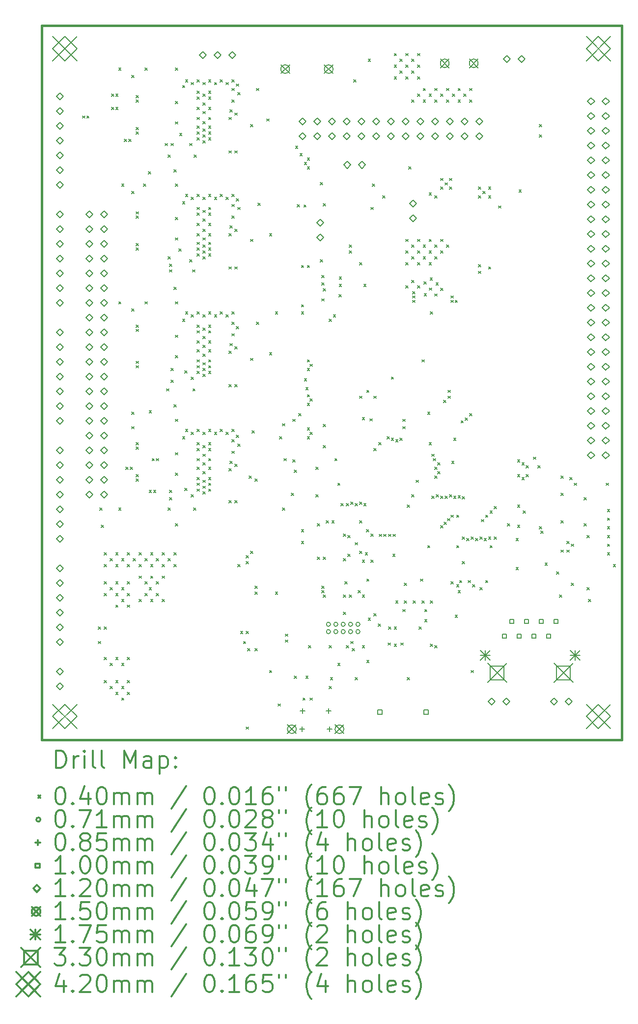
<source format=gbr>
%FSLAX45Y45*%
G04 Gerber Fmt 4.5, Leading zero omitted, Abs format (unit mm)*
G04 Created by KiCad (PCBNEW 4.0.4-stable) date Saturday 19 November 2016 'à' 18:28:07*
%MOMM*%
%LPD*%
G01*
G04 APERTURE LIST*
%ADD10C,0.127000*%
%ADD11C,0.381000*%
%ADD12C,0.200000*%
%ADD13C,0.300000*%
G04 APERTURE END LIST*
D10*
D11*
X18021046Y-15986252D02*
X8021066Y-15986252D01*
X18021046Y-3686302D02*
X18021046Y-15986252D01*
X8021066Y-3686302D02*
X18021046Y-3686302D01*
X8021066Y-15986252D02*
X8021066Y-3686302D01*
D12*
X8726043Y-5241417D02*
X8765921Y-5281295D01*
X8765921Y-5241417D02*
X8726043Y-5281295D01*
X8801227Y-5241417D02*
X8841105Y-5281295D01*
X8841105Y-5241417D02*
X8801227Y-5281295D01*
X9001125Y-14041247D02*
X9041003Y-14081125D01*
X9041003Y-14041247D02*
X9001125Y-14081125D01*
X9001125Y-14291437D02*
X9041003Y-14331315D01*
X9041003Y-14291437D02*
X9001125Y-14331315D01*
X9026017Y-11991213D02*
X9065895Y-12031091D01*
X9065895Y-11991213D02*
X9026017Y-12031091D01*
X9051163Y-12291187D02*
X9091041Y-12331065D01*
X9091041Y-12291187D02*
X9051163Y-12331065D01*
X9101201Y-12766421D02*
X9141079Y-12806299D01*
X9141079Y-12766421D02*
X9101201Y-12806299D01*
X9101201Y-12966319D02*
X9141079Y-13006197D01*
X9141079Y-12966319D02*
X9101201Y-13006197D01*
X9101201Y-13266293D02*
X9141079Y-13306171D01*
X9141079Y-13266293D02*
X9101201Y-13306171D01*
X9101201Y-13466191D02*
X9141079Y-13506069D01*
X9141079Y-13466191D02*
X9101201Y-13506069D01*
X9101201Y-14041247D02*
X9141079Y-14081125D01*
X9141079Y-14041247D02*
X9101201Y-14081125D01*
X9101201Y-14566265D02*
X9141079Y-14606143D01*
X9141079Y-14566265D02*
X9101201Y-14606143D01*
X9101201Y-14966315D02*
X9141079Y-15006193D01*
X9141079Y-14966315D02*
X9101201Y-15006193D01*
X9201023Y-12866243D02*
X9240901Y-12906121D01*
X9240901Y-12866243D02*
X9201023Y-12906121D01*
X9201023Y-13366369D02*
X9240901Y-13406247D01*
X9240901Y-13366369D02*
X9201023Y-13406247D01*
X9201023Y-14666341D02*
X9240901Y-14706219D01*
X9240901Y-14666341D02*
X9201023Y-14706219D01*
X9201277Y-15066391D02*
X9241155Y-15106269D01*
X9241155Y-15066391D02*
X9201277Y-15106269D01*
X9226169Y-4866259D02*
X9266047Y-4906137D01*
X9266047Y-4866259D02*
X9226169Y-4906137D01*
X9226169Y-5091303D02*
X9266047Y-5131181D01*
X9266047Y-5091303D02*
X9226169Y-5131181D01*
X9301099Y-4866259D02*
X9340977Y-4906137D01*
X9340977Y-4866259D02*
X9301099Y-4906137D01*
X9301099Y-5091303D02*
X9340977Y-5131181D01*
X9340977Y-5091303D02*
X9301099Y-5131181D01*
X9301099Y-12766421D02*
X9340977Y-12806299D01*
X9340977Y-12766421D02*
X9301099Y-12806299D01*
X9301099Y-12966319D02*
X9340977Y-13006197D01*
X9340977Y-12966319D02*
X9301099Y-13006197D01*
X9301099Y-13266293D02*
X9340977Y-13306171D01*
X9340977Y-13266293D02*
X9301099Y-13306171D01*
X9301099Y-13666343D02*
X9340977Y-13706221D01*
X9340977Y-13666343D02*
X9301099Y-13706221D01*
X9301099Y-14566265D02*
X9340977Y-14606143D01*
X9340977Y-14566265D02*
X9301099Y-14606143D01*
X9301099Y-14966315D02*
X9340977Y-15006193D01*
X9340977Y-14966315D02*
X9301099Y-15006193D01*
X9301099Y-15166213D02*
X9340977Y-15206091D01*
X9340977Y-15166213D02*
X9301099Y-15206091D01*
X9301353Y-13466191D02*
X9341231Y-13506069D01*
X9341231Y-13466191D02*
X9301353Y-13506069D01*
X9351137Y-4416425D02*
X9391015Y-4456303D01*
X9391015Y-4416425D02*
X9351137Y-4456303D01*
X9351137Y-8441309D02*
X9391015Y-8481187D01*
X9391015Y-8441309D02*
X9351137Y-8481187D01*
X9351137Y-11991213D02*
X9391015Y-12031091D01*
X9391015Y-11991213D02*
X9351137Y-12031091D01*
X9401175Y-6416421D02*
X9441053Y-6456299D01*
X9441053Y-6416421D02*
X9401175Y-6456299D01*
X9401175Y-12866243D02*
X9441053Y-12906121D01*
X9441053Y-12866243D02*
X9401175Y-12906121D01*
X9401175Y-13366369D02*
X9441053Y-13406247D01*
X9441053Y-13366369D02*
X9401175Y-13406247D01*
X9401175Y-13566267D02*
X9441053Y-13606145D01*
X9441053Y-13566267D02*
X9401175Y-13606145D01*
X9401175Y-14666341D02*
X9441053Y-14706219D01*
X9441053Y-14666341D02*
X9401175Y-14706219D01*
X9401175Y-15066391D02*
X9441053Y-15106269D01*
X9441053Y-15066391D02*
X9401175Y-15106269D01*
X9401175Y-15266289D02*
X9441053Y-15306167D01*
X9441053Y-15266289D02*
X9401175Y-15306167D01*
X9451213Y-5641213D02*
X9491091Y-5681091D01*
X9491091Y-5641213D02*
X9451213Y-5681091D01*
X9476359Y-11291189D02*
X9516237Y-11331067D01*
X9516237Y-11291189D02*
X9476359Y-11331067D01*
X9501251Y-12766421D02*
X9541129Y-12806299D01*
X9541129Y-12766421D02*
X9501251Y-12806299D01*
X9501251Y-12966319D02*
X9541129Y-13006197D01*
X9541129Y-12966319D02*
X9501251Y-13006197D01*
X9501251Y-13266293D02*
X9541129Y-13306171D01*
X9541129Y-13266293D02*
X9501251Y-13306171D01*
X9501251Y-13466191D02*
X9541129Y-13506069D01*
X9541129Y-13466191D02*
X9501251Y-13506069D01*
X9501251Y-13666343D02*
X9541129Y-13706221D01*
X9541129Y-13666343D02*
X9501251Y-13706221D01*
X9501251Y-14566265D02*
X9541129Y-14606143D01*
X9541129Y-14566265D02*
X9501251Y-14606143D01*
X9501251Y-14966315D02*
X9541129Y-15006193D01*
X9541129Y-14966315D02*
X9501251Y-15006193D01*
X9501251Y-15166213D02*
X9541129Y-15206091D01*
X9541129Y-15166213D02*
X9501251Y-15206091D01*
X9526143Y-5641213D02*
X9566021Y-5681091D01*
X9566021Y-5641213D02*
X9526143Y-5681091D01*
X9551035Y-11291189D02*
X9590913Y-11331067D01*
X9590913Y-11291189D02*
X9551035Y-11331067D01*
X9576181Y-4541393D02*
X9616059Y-4581271D01*
X9616059Y-4541393D02*
X9576181Y-4581271D01*
X9576181Y-6541389D02*
X9616059Y-6581267D01*
X9616059Y-6541389D02*
X9576181Y-6581267D01*
X9576181Y-8566277D02*
X9616059Y-8606155D01*
X9616059Y-8566277D02*
X9576181Y-8606155D01*
X9576181Y-10341229D02*
X9616059Y-10381107D01*
X9616059Y-10341229D02*
X9576181Y-10381107D01*
X9576181Y-10591419D02*
X9616059Y-10631297D01*
X9616059Y-10591419D02*
X9576181Y-10631297D01*
X9601073Y-12866243D02*
X9640951Y-12906121D01*
X9640951Y-12866243D02*
X9601073Y-12906121D01*
X9651111Y-4891405D02*
X9690989Y-4931283D01*
X9690989Y-4891405D02*
X9651111Y-4931283D01*
X9651111Y-4966335D02*
X9690989Y-5006213D01*
X9690989Y-4966335D02*
X9651111Y-5006213D01*
X9651111Y-5441315D02*
X9690989Y-5481193D01*
X9690989Y-5441315D02*
X9651111Y-5481193D01*
X9651111Y-5516245D02*
X9690989Y-5556123D01*
X9690989Y-5516245D02*
X9651111Y-5556123D01*
X9651111Y-6891401D02*
X9690989Y-6931279D01*
X9690989Y-6891401D02*
X9651111Y-6931279D01*
X9651111Y-6966331D02*
X9690989Y-7006209D01*
X9690989Y-6966331D02*
X9651111Y-7006209D01*
X9651111Y-7441311D02*
X9690989Y-7481189D01*
X9690989Y-7441311D02*
X9651111Y-7481189D01*
X9651111Y-7516241D02*
X9690989Y-7556119D01*
X9690989Y-7516241D02*
X9651111Y-7556119D01*
X9651111Y-8841359D02*
X9690989Y-8881237D01*
X9690989Y-8841359D02*
X9651111Y-8881237D01*
X9651111Y-8916289D02*
X9690989Y-8956167D01*
X9690989Y-8916289D02*
X9651111Y-8956167D01*
X9651111Y-9466199D02*
X9690989Y-9506077D01*
X9690989Y-9466199D02*
X9651111Y-9506077D01*
X9651111Y-9541383D02*
X9690989Y-9581261D01*
X9690989Y-9541383D02*
X9651111Y-9581261D01*
X9651111Y-10866247D02*
X9690989Y-10906125D01*
X9690989Y-10866247D02*
X9651111Y-10906125D01*
X9651111Y-10941431D02*
X9690989Y-10981309D01*
X9690989Y-10941431D02*
X9651111Y-10981309D01*
X9651111Y-11416411D02*
X9690989Y-11456289D01*
X9690989Y-11416411D02*
X9651111Y-11456289D01*
X9651111Y-11491341D02*
X9690989Y-11531219D01*
X9690989Y-11491341D02*
X9651111Y-11531219D01*
X9701149Y-12766421D02*
X9741027Y-12806299D01*
X9741027Y-12766421D02*
X9701149Y-12806299D01*
X9701149Y-12966319D02*
X9741027Y-13006197D01*
X9741027Y-12966319D02*
X9701149Y-13006197D01*
X9701149Y-13166217D02*
X9741027Y-13206095D01*
X9741027Y-13166217D02*
X9701149Y-13206095D01*
X9701149Y-13566267D02*
X9741027Y-13606145D01*
X9741027Y-13566267D02*
X9701149Y-13606145D01*
X9776079Y-6416421D02*
X9815957Y-6456299D01*
X9815957Y-6416421D02*
X9776079Y-6456299D01*
X9801225Y-4416425D02*
X9841103Y-4456303D01*
X9841103Y-4416425D02*
X9801225Y-4456303D01*
X9801225Y-8441309D02*
X9841103Y-8481187D01*
X9841103Y-8441309D02*
X9801225Y-8481187D01*
X9801225Y-12866243D02*
X9841103Y-12906121D01*
X9841103Y-12866243D02*
X9801225Y-12906121D01*
X9801225Y-13266293D02*
X9841103Y-13306171D01*
X9841103Y-13266293D02*
X9801225Y-13306171D01*
X9801225Y-13466191D02*
X9841103Y-13506069D01*
X9841103Y-13466191D02*
X9801225Y-13506069D01*
X9861169Y-6201283D02*
X9901047Y-6241161D01*
X9901047Y-6201283D02*
X9861169Y-6241161D01*
X9876155Y-10316337D02*
X9916033Y-10356215D01*
X9916033Y-10316337D02*
X9876155Y-10356215D01*
X9876155Y-11691239D02*
X9916033Y-11731117D01*
X9916033Y-11691239D02*
X9876155Y-11731117D01*
X9876155Y-13366369D02*
X9916033Y-13406247D01*
X9916033Y-13366369D02*
X9876155Y-13406247D01*
X9901047Y-12766421D02*
X9940925Y-12806299D01*
X9940925Y-12766421D02*
X9901047Y-12806299D01*
X9901047Y-12966319D02*
X9940925Y-13006197D01*
X9940925Y-12966319D02*
X9901047Y-13006197D01*
X9901047Y-13166217D02*
X9940925Y-13206095D01*
X9940925Y-13166217D02*
X9901047Y-13206095D01*
X9901047Y-13566267D02*
X9940925Y-13606145D01*
X9940925Y-13566267D02*
X9901047Y-13606145D01*
X9926193Y-11141329D02*
X9966071Y-11181207D01*
X9966071Y-11141329D02*
X9926193Y-11181207D01*
X9951085Y-11691239D02*
X9990963Y-11731117D01*
X9990963Y-11691239D02*
X9951085Y-11731117D01*
X10001123Y-11141329D02*
X10041001Y-11181207D01*
X10041001Y-11141329D02*
X10001123Y-11181207D01*
X10001123Y-12866243D02*
X10041001Y-12906121D01*
X10041001Y-12866243D02*
X10001123Y-12906121D01*
X10001123Y-13266293D02*
X10041001Y-13306171D01*
X10041001Y-13266293D02*
X10001123Y-13306171D01*
X10001123Y-13466191D02*
X10041001Y-13506069D01*
X10041001Y-13466191D02*
X10001123Y-13506069D01*
X10101199Y-12766421D02*
X10141077Y-12806299D01*
X10141077Y-12766421D02*
X10101199Y-12806299D01*
X10101199Y-12966319D02*
X10141077Y-13006197D01*
X10141077Y-12966319D02*
X10101199Y-13006197D01*
X10101199Y-13166217D02*
X10141077Y-13206095D01*
X10141077Y-13166217D02*
X10101199Y-13206095D01*
X10101199Y-13566267D02*
X10141077Y-13606145D01*
X10141077Y-13566267D02*
X10101199Y-13606145D01*
X10151237Y-5716397D02*
X10191115Y-5756275D01*
X10191115Y-5716397D02*
X10151237Y-5756275D01*
X10176129Y-9941433D02*
X10216007Y-9981311D01*
X10216007Y-9941433D02*
X10176129Y-9981311D01*
X10201021Y-5916295D02*
X10240899Y-5956173D01*
X10240899Y-5916295D02*
X10201021Y-5956173D01*
X10201021Y-7666355D02*
X10240899Y-7706233D01*
X10240899Y-7666355D02*
X10201021Y-7706233D01*
X10201021Y-11991213D02*
X10240899Y-12031091D01*
X10240899Y-11991213D02*
X10201021Y-12031091D01*
X10201021Y-12866243D02*
X10240899Y-12906121D01*
X10240899Y-12866243D02*
X10201021Y-12906121D01*
X10226167Y-7791323D02*
X10266045Y-7831201D01*
X10266045Y-7791323D02*
X10226167Y-7831201D01*
X10226167Y-7891399D02*
X10266045Y-7931277D01*
X10266045Y-7891399D02*
X10226167Y-7931277D01*
X10226167Y-11691239D02*
X10266045Y-11731117D01*
X10266045Y-11691239D02*
X10226167Y-11731117D01*
X10226167Y-11816207D02*
X10266045Y-11856085D01*
X10266045Y-11816207D02*
X10226167Y-11856085D01*
X10251059Y-5716397D02*
X10290937Y-5756275D01*
X10290937Y-5716397D02*
X10251059Y-5756275D01*
X10251059Y-9591421D02*
X10290937Y-9631299D01*
X10290937Y-9591421D02*
X10251059Y-9631299D01*
X10251059Y-9791319D02*
X10290937Y-9831197D01*
X10290937Y-9791319D02*
X10251059Y-9831197D01*
X10301097Y-6166231D02*
X10340975Y-6206109D01*
X10340975Y-6166231D02*
X10301097Y-6206109D01*
X10301097Y-8191373D02*
X10340975Y-8231251D01*
X10340975Y-8191373D02*
X10301097Y-8231251D01*
X10301097Y-10216261D02*
X10340975Y-10256139D01*
X10340975Y-10216261D02*
X10301097Y-10256139D01*
X10301097Y-12766421D02*
X10340975Y-12806299D01*
X10340975Y-12766421D02*
X10301097Y-12806299D01*
X10301097Y-12966319D02*
X10340975Y-13006197D01*
X10340975Y-12966319D02*
X10301097Y-13006197D01*
X10326243Y-4416425D02*
X10366121Y-4456303D01*
X10366121Y-4416425D02*
X10326243Y-4456303D01*
X10326243Y-4991227D02*
X10366121Y-5031105D01*
X10366121Y-4991227D02*
X10326243Y-5031105D01*
X10326243Y-6416421D02*
X10366121Y-6456299D01*
X10366121Y-6416421D02*
X10326243Y-6456299D01*
X10326243Y-6991223D02*
X10366121Y-7031101D01*
X10366121Y-6991223D02*
X10326243Y-7031101D01*
X10326243Y-7341235D02*
X10366121Y-7381113D01*
X10366121Y-7341235D02*
X10326243Y-7381113D01*
X10326243Y-8441309D02*
X10366121Y-8481187D01*
X10366121Y-8441309D02*
X10326243Y-8481187D01*
X10326243Y-9016365D02*
X10366121Y-9056243D01*
X10366121Y-9016365D02*
X10326243Y-9056243D01*
X10326243Y-9366377D02*
X10366121Y-9406255D01*
X10366121Y-9366377D02*
X10326243Y-9406255D01*
X10326243Y-10466197D02*
X10366121Y-10506075D01*
X10366121Y-10466197D02*
X10326243Y-10506075D01*
X10326243Y-11041253D02*
X10366121Y-11081131D01*
X10366121Y-11041253D02*
X10326243Y-11081131D01*
X10326243Y-11391265D02*
X10366121Y-11431143D01*
X10366121Y-11391265D02*
X10326243Y-11431143D01*
X10326243Y-12266295D02*
X10366121Y-12306173D01*
X10366121Y-12266295D02*
X10326243Y-12306173D01*
X10326497Y-5341747D02*
X10366375Y-5381625D01*
X10366375Y-5341747D02*
X10326497Y-5381625D01*
X10388727Y-7528941D02*
X10428605Y-7568819D01*
X10428605Y-7528941D02*
X10388727Y-7568819D01*
X10401173Y-5541391D02*
X10441051Y-5581269D01*
X10441051Y-5541391D02*
X10401173Y-5581269D01*
X10451211Y-4716399D02*
X10491089Y-4756277D01*
X10491089Y-4716399D02*
X10451211Y-4756277D01*
X10451211Y-6716395D02*
X10491089Y-6756273D01*
X10491089Y-6716395D02*
X10451211Y-6756273D01*
X10451211Y-8741283D02*
X10491089Y-8781161D01*
X10491089Y-8741283D02*
X10451211Y-8781161D01*
X10451211Y-10766425D02*
X10491089Y-10806303D01*
X10491089Y-10766425D02*
X10451211Y-10806303D01*
X10488549Y-9628759D02*
X10528427Y-9668637D01*
X10528427Y-9628759D02*
X10488549Y-9668637D01*
X10488549Y-11653901D02*
X10528427Y-11693779D01*
X10528427Y-11653901D02*
X10488549Y-11693779D01*
X10501249Y-4616323D02*
X10541127Y-4656201D01*
X10541127Y-4616323D02*
X10501249Y-4656201D01*
X10501249Y-6591427D02*
X10541127Y-6631305D01*
X10541127Y-6591427D02*
X10501249Y-6631305D01*
X10501249Y-8616315D02*
X10541127Y-8656193D01*
X10541127Y-8616315D02*
X10501249Y-8656193D01*
X10501249Y-10641203D02*
X10541127Y-10681081D01*
X10541127Y-10641203D02*
X10501249Y-10681081D01*
X10576179Y-5716397D02*
X10616057Y-5756275D01*
X10616057Y-5716397D02*
X10576179Y-5756275D01*
X10576179Y-7716393D02*
X10616057Y-7756271D01*
X10616057Y-7716393D02*
X10576179Y-7756271D01*
X10601071Y-4666361D02*
X10640949Y-4706239D01*
X10640949Y-4666361D02*
X10601071Y-4706239D01*
X10601071Y-6641211D02*
X10640949Y-6681089D01*
X10640949Y-6641211D02*
X10601071Y-6681089D01*
X10601071Y-9741281D02*
X10640949Y-9781159D01*
X10640949Y-9741281D02*
X10601071Y-9781159D01*
X10601071Y-10691241D02*
X10640949Y-10731119D01*
X10640949Y-10691241D02*
X10601071Y-10731119D01*
X10601071Y-11766423D02*
X10640949Y-11806301D01*
X10640949Y-11766423D02*
X10601071Y-11806301D01*
X10601833Y-8667115D02*
X10641711Y-8706993D01*
X10641711Y-8667115D02*
X10601833Y-8706993D01*
X10624185Y-7891399D02*
X10664063Y-7931277D01*
X10664063Y-7891399D02*
X10624185Y-7931277D01*
X10630027Y-9941433D02*
X10669905Y-9981311D01*
X10669905Y-9941433D02*
X10630027Y-9981311D01*
X10640187Y-11991213D02*
X10680065Y-12031091D01*
X10680065Y-11991213D02*
X10640187Y-12031091D01*
X10649331Y-5916295D02*
X10689209Y-5956173D01*
X10689209Y-5916295D02*
X10649331Y-5956173D01*
X10701147Y-4616323D02*
X10741025Y-4656201D01*
X10741025Y-4616323D02*
X10701147Y-4656201D01*
X10701147Y-4816221D02*
X10741025Y-4856099D01*
X10741025Y-4816221D02*
X10701147Y-4856099D01*
X10701147Y-4916297D02*
X10741025Y-4956175D01*
X10741025Y-4916297D02*
X10701147Y-4956175D01*
X10701147Y-5091303D02*
X10741025Y-5131181D01*
X10741025Y-5091303D02*
X10701147Y-5131181D01*
X10701147Y-5266309D02*
X10741025Y-5306187D01*
X10741025Y-5266309D02*
X10701147Y-5306187D01*
X10701147Y-5416423D02*
X10741025Y-5456301D01*
X10741025Y-5416423D02*
X10701147Y-5456301D01*
X10701147Y-5516245D02*
X10741025Y-5556123D01*
X10741025Y-5516245D02*
X10701147Y-5556123D01*
X10701147Y-5616321D02*
X10741025Y-5656199D01*
X10741025Y-5616321D02*
X10701147Y-5656199D01*
X10701147Y-6591427D02*
X10741025Y-6631305D01*
X10741025Y-6591427D02*
X10701147Y-6631305D01*
X10701147Y-6816217D02*
X10741025Y-6856095D01*
X10741025Y-6816217D02*
X10701147Y-6856095D01*
X10701147Y-6916293D02*
X10741025Y-6956171D01*
X10741025Y-6916293D02*
X10701147Y-6956171D01*
X10701147Y-7091299D02*
X10741025Y-7131177D01*
X10741025Y-7091299D02*
X10701147Y-7131177D01*
X10701147Y-7266305D02*
X10741025Y-7306183D01*
X10741025Y-7266305D02*
X10701147Y-7306183D01*
X10701147Y-7416419D02*
X10741025Y-7456297D01*
X10741025Y-7416419D02*
X10701147Y-7456297D01*
X10701147Y-7516241D02*
X10741025Y-7556119D01*
X10741025Y-7516241D02*
X10701147Y-7556119D01*
X10701147Y-7616317D02*
X10741025Y-7656195D01*
X10741025Y-7616317D02*
X10701147Y-7656195D01*
X10701147Y-8616315D02*
X10741025Y-8656193D01*
X10741025Y-8616315D02*
X10701147Y-8656193D01*
X10701147Y-8841359D02*
X10741025Y-8881237D01*
X10741025Y-8841359D02*
X10701147Y-8881237D01*
X10701147Y-8941435D02*
X10741025Y-8981313D01*
X10741025Y-8941435D02*
X10701147Y-8981313D01*
X10701147Y-9116187D02*
X10741025Y-9156065D01*
X10741025Y-9116187D02*
X10701147Y-9156065D01*
X10701147Y-9266301D02*
X10741025Y-9306179D01*
X10741025Y-9266301D02*
X10701147Y-9306179D01*
X10701147Y-9441307D02*
X10741025Y-9481185D01*
X10741025Y-9441307D02*
X10701147Y-9481185D01*
X10701147Y-9541383D02*
X10741025Y-9581261D01*
X10741025Y-9541383D02*
X10701147Y-9581261D01*
X10701147Y-9641205D02*
X10741025Y-9681083D01*
X10741025Y-9641205D02*
X10701147Y-9681083D01*
X10701147Y-10641203D02*
X10741025Y-10681081D01*
X10741025Y-10641203D02*
X10701147Y-10681081D01*
X10701147Y-10866247D02*
X10741025Y-10906125D01*
X10741025Y-10866247D02*
X10701147Y-10906125D01*
X10701147Y-10966323D02*
X10741025Y-11006201D01*
X10741025Y-10966323D02*
X10701147Y-11006201D01*
X10701147Y-11141329D02*
X10741025Y-11181207D01*
X10741025Y-11141329D02*
X10701147Y-11181207D01*
X10701147Y-11291189D02*
X10741025Y-11331067D01*
X10741025Y-11291189D02*
X10701147Y-11331067D01*
X10701147Y-11466195D02*
X10741025Y-11506073D01*
X10741025Y-11466195D02*
X10701147Y-11506073D01*
X10701147Y-11566271D02*
X10741025Y-11606149D01*
X10741025Y-11566271D02*
X10701147Y-11606149D01*
X10701147Y-11666347D02*
X10741025Y-11706225D01*
X10741025Y-11666347D02*
X10701147Y-11706225D01*
X10800461Y-8667115D02*
X10840339Y-8706993D01*
X10840339Y-8667115D02*
X10800461Y-8706993D01*
X10800461Y-8892159D02*
X10840339Y-8932037D01*
X10840339Y-8892159D02*
X10800461Y-8932037D01*
X10800461Y-9491345D02*
X10840339Y-9531223D01*
X10840339Y-9491345D02*
X10800461Y-9531223D01*
X10800461Y-9591421D02*
X10840339Y-9631299D01*
X10840339Y-9591421D02*
X10800461Y-9631299D01*
X10800461Y-9690481D02*
X10840339Y-9730359D01*
X10840339Y-9690481D02*
X10800461Y-9730359D01*
X10800461Y-11516233D02*
X10840339Y-11556111D01*
X10840339Y-11516233D02*
X10800461Y-11556111D01*
X10800461Y-11616309D02*
X10840339Y-11656187D01*
X10840339Y-11616309D02*
X10800461Y-11656187D01*
X10800461Y-11715623D02*
X10840339Y-11755501D01*
X10840339Y-11715623D02*
X10800461Y-11755501D01*
X10800715Y-6641719D02*
X10840593Y-6681597D01*
X10840593Y-6641719D02*
X10800715Y-6681597D01*
X10800715Y-6866763D02*
X10840593Y-6906641D01*
X10840593Y-6866763D02*
X10800715Y-6906641D01*
X10800715Y-7466203D02*
X10840593Y-7506081D01*
X10840593Y-7466203D02*
X10800715Y-7506081D01*
X10800715Y-7566279D02*
X10840593Y-7606157D01*
X10840593Y-7566279D02*
X10800715Y-7606157D01*
X10800715Y-7665847D02*
X10840593Y-7705725D01*
X10840593Y-7665847D02*
X10800715Y-7705725D01*
X10800969Y-4666615D02*
X10840847Y-4706493D01*
X10840847Y-4666615D02*
X10800969Y-4706493D01*
X10800969Y-4866513D02*
X10840847Y-4906391D01*
X10840847Y-4866513D02*
X10800969Y-4906391D01*
X10800969Y-5466207D02*
X10840847Y-5506085D01*
X10840847Y-5466207D02*
X10800969Y-5506085D01*
X10800969Y-5566283D02*
X10840847Y-5606161D01*
X10840847Y-5566283D02*
X10800969Y-5606161D01*
X10800969Y-5666105D02*
X10840847Y-5705983D01*
X10840847Y-5666105D02*
X10800969Y-5705983D01*
X10801223Y-5016373D02*
X10841101Y-5056251D01*
X10841101Y-5016373D02*
X10801223Y-5056251D01*
X10801223Y-5166233D02*
X10841101Y-5206111D01*
X10841101Y-5166233D02*
X10801223Y-5206111D01*
X10801223Y-5341239D02*
X10841101Y-5381117D01*
X10841101Y-5341239D02*
X10801223Y-5381117D01*
X10801223Y-7016369D02*
X10841101Y-7056247D01*
X10841101Y-7016369D02*
X10801223Y-7056247D01*
X10801223Y-7191375D02*
X10841101Y-7231253D01*
X10841101Y-7191375D02*
X10801223Y-7231253D01*
X10801223Y-7341235D02*
X10841101Y-7381113D01*
X10841101Y-7341235D02*
X10801223Y-7381113D01*
X10801223Y-9041257D02*
X10841101Y-9081135D01*
X10841101Y-9041257D02*
X10801223Y-9081135D01*
X10801223Y-9191371D02*
X10841101Y-9231249D01*
X10841101Y-9191371D02*
X10801223Y-9231249D01*
X10801223Y-9341231D02*
X10841101Y-9381109D01*
X10841101Y-9341231D02*
X10801223Y-9381109D01*
X10801223Y-10691241D02*
X10841101Y-10731119D01*
X10841101Y-10691241D02*
X10801223Y-10731119D01*
X10801223Y-10916285D02*
X10841101Y-10956163D01*
X10841101Y-10916285D02*
X10801223Y-10956163D01*
X10801223Y-11066399D02*
X10841101Y-11106277D01*
X10841101Y-11066399D02*
X10801223Y-11106277D01*
X10801223Y-11216259D02*
X10841101Y-11256137D01*
X10841101Y-11216259D02*
X10801223Y-11256137D01*
X10801223Y-11366373D02*
X10841101Y-11406251D01*
X10841101Y-11366373D02*
X10801223Y-11406251D01*
X10901045Y-4616323D02*
X10940923Y-4656201D01*
X10940923Y-4616323D02*
X10901045Y-4656201D01*
X10901045Y-4816221D02*
X10940923Y-4856099D01*
X10940923Y-4816221D02*
X10901045Y-4856099D01*
X10901045Y-4916297D02*
X10940923Y-4956175D01*
X10940923Y-4916297D02*
X10901045Y-4956175D01*
X10901045Y-5091303D02*
X10940923Y-5131181D01*
X10940923Y-5091303D02*
X10901045Y-5131181D01*
X10901045Y-5266309D02*
X10940923Y-5306187D01*
X10940923Y-5266309D02*
X10901045Y-5306187D01*
X10901045Y-5416423D02*
X10940923Y-5456301D01*
X10940923Y-5416423D02*
X10901045Y-5456301D01*
X10901045Y-5516245D02*
X10940923Y-5556123D01*
X10940923Y-5516245D02*
X10901045Y-5556123D01*
X10901045Y-5616321D02*
X10940923Y-5656199D01*
X10940923Y-5616321D02*
X10901045Y-5656199D01*
X10901045Y-6591427D02*
X10940923Y-6631305D01*
X10940923Y-6591427D02*
X10901045Y-6631305D01*
X10901045Y-6816217D02*
X10940923Y-6856095D01*
X10940923Y-6816217D02*
X10901045Y-6856095D01*
X10901045Y-6916293D02*
X10940923Y-6956171D01*
X10940923Y-6916293D02*
X10901045Y-6956171D01*
X10901045Y-7091299D02*
X10940923Y-7131177D01*
X10940923Y-7091299D02*
X10901045Y-7131177D01*
X10901045Y-7266305D02*
X10940923Y-7306183D01*
X10940923Y-7266305D02*
X10901045Y-7306183D01*
X10901045Y-7416419D02*
X10940923Y-7456297D01*
X10940923Y-7416419D02*
X10901045Y-7456297D01*
X10901045Y-7516241D02*
X10940923Y-7556119D01*
X10940923Y-7516241D02*
X10901045Y-7556119D01*
X10901045Y-7616317D02*
X10940923Y-7656195D01*
X10940923Y-7616317D02*
X10901045Y-7656195D01*
X10901045Y-8616315D02*
X10940923Y-8656193D01*
X10940923Y-8616315D02*
X10901045Y-8656193D01*
X10901045Y-8841359D02*
X10940923Y-8881237D01*
X10940923Y-8841359D02*
X10901045Y-8881237D01*
X10901045Y-8941435D02*
X10940923Y-8981313D01*
X10940923Y-8941435D02*
X10901045Y-8981313D01*
X10901045Y-9116187D02*
X10940923Y-9156065D01*
X10940923Y-9116187D02*
X10901045Y-9156065D01*
X10901045Y-9266301D02*
X10940923Y-9306179D01*
X10940923Y-9266301D02*
X10901045Y-9306179D01*
X10901045Y-9441307D02*
X10940923Y-9481185D01*
X10940923Y-9441307D02*
X10901045Y-9481185D01*
X10901045Y-9541383D02*
X10940923Y-9581261D01*
X10940923Y-9541383D02*
X10901045Y-9581261D01*
X10901045Y-9641205D02*
X10940923Y-9681083D01*
X10940923Y-9641205D02*
X10901045Y-9681083D01*
X10901045Y-10641203D02*
X10940923Y-10681081D01*
X10940923Y-10641203D02*
X10901045Y-10681081D01*
X10901045Y-10866247D02*
X10940923Y-10906125D01*
X10940923Y-10866247D02*
X10901045Y-10906125D01*
X10901045Y-10966323D02*
X10940923Y-11006201D01*
X10940923Y-10966323D02*
X10901045Y-11006201D01*
X10901045Y-11141329D02*
X10940923Y-11181207D01*
X10940923Y-11141329D02*
X10901045Y-11181207D01*
X10901045Y-11291189D02*
X10940923Y-11331067D01*
X10940923Y-11291189D02*
X10901045Y-11331067D01*
X10901045Y-11466195D02*
X10940923Y-11506073D01*
X10940923Y-11466195D02*
X10901045Y-11506073D01*
X10901045Y-11566271D02*
X10940923Y-11606149D01*
X10940923Y-11566271D02*
X10901045Y-11606149D01*
X10901045Y-11666347D02*
X10940923Y-11706225D01*
X10940923Y-11666347D02*
X10901045Y-11706225D01*
X11001121Y-4666361D02*
X11040999Y-4706239D01*
X11040999Y-4666361D02*
X11001121Y-4706239D01*
X11001121Y-6641211D02*
X11040999Y-6681089D01*
X11040999Y-6641211D02*
X11001121Y-6681089D01*
X11001121Y-8666353D02*
X11040999Y-8706231D01*
X11040999Y-8666353D02*
X11001121Y-8706231D01*
X11001121Y-10691241D02*
X11040999Y-10731119D01*
X11040999Y-10691241D02*
X11001121Y-10731119D01*
X11101197Y-4616323D02*
X11141075Y-4656201D01*
X11141075Y-4616323D02*
X11101197Y-4656201D01*
X11101197Y-6591427D02*
X11141075Y-6631305D01*
X11141075Y-6591427D02*
X11101197Y-6631305D01*
X11101197Y-8616315D02*
X11141075Y-8656193D01*
X11141075Y-8616315D02*
X11101197Y-8656193D01*
X11101197Y-10641203D02*
X11141075Y-10681081D01*
X11141075Y-10641203D02*
X11101197Y-10681081D01*
X11201019Y-4666361D02*
X11240897Y-4706239D01*
X11240897Y-4666361D02*
X11201019Y-4706239D01*
X11201019Y-6641211D02*
X11240897Y-6681089D01*
X11240897Y-6641211D02*
X11201019Y-6681089D01*
X11201019Y-8666353D02*
X11240897Y-8706231D01*
X11240897Y-8666353D02*
X11201019Y-8706231D01*
X11201019Y-10691241D02*
X11240897Y-10731119D01*
X11240897Y-10691241D02*
X11201019Y-10731119D01*
X11251057Y-5266309D02*
X11290935Y-5306187D01*
X11290935Y-5266309D02*
X11251057Y-5306187D01*
X11251057Y-5841365D02*
X11290935Y-5881243D01*
X11290935Y-5841365D02*
X11251057Y-5881243D01*
X11251057Y-7266305D02*
X11290935Y-7306183D01*
X11290935Y-7266305D02*
X11251057Y-7306183D01*
X11251057Y-7841361D02*
X11290935Y-7881239D01*
X11290935Y-7841361D02*
X11251057Y-7881239D01*
X11251057Y-9291193D02*
X11290935Y-9331071D01*
X11290935Y-9291193D02*
X11251057Y-9331071D01*
X11251057Y-9866249D02*
X11290935Y-9906127D01*
X11290935Y-9866249D02*
X11251057Y-9906127D01*
X11251057Y-11316335D02*
X11290935Y-11356213D01*
X11290935Y-11316335D02*
X11251057Y-11356213D01*
X11251057Y-11866245D02*
X11290935Y-11906123D01*
X11290935Y-11866245D02*
X11251057Y-11906123D01*
X11271123Y-5136261D02*
X11311001Y-5176139D01*
X11311001Y-5136261D02*
X11271123Y-5176139D01*
X11271123Y-7136257D02*
X11311001Y-7176135D01*
X11311001Y-7136257D02*
X11271123Y-7176135D01*
X11271123Y-9161399D02*
X11311001Y-9201277D01*
X11311001Y-9161399D02*
X11271123Y-9201277D01*
X11271123Y-11186287D02*
X11311001Y-11226165D01*
X11311001Y-11186287D02*
X11271123Y-11226165D01*
X11301095Y-4616323D02*
X11340973Y-4656201D01*
X11340973Y-4616323D02*
X11301095Y-4656201D01*
X11301095Y-4766437D02*
X11340973Y-4806315D01*
X11340973Y-4766437D02*
X11301095Y-4806315D01*
X11301095Y-4966335D02*
X11340973Y-5006213D01*
X11340973Y-4966335D02*
X11301095Y-5006213D01*
X11301095Y-6591427D02*
X11340973Y-6631305D01*
X11340973Y-6591427D02*
X11301095Y-6631305D01*
X11301095Y-6766433D02*
X11340973Y-6806311D01*
X11340973Y-6766433D02*
X11301095Y-6806311D01*
X11301095Y-6966331D02*
X11340973Y-7006209D01*
X11340973Y-6966331D02*
X11301095Y-7006209D01*
X11301095Y-8616315D02*
X11340973Y-8656193D01*
X11340973Y-8616315D02*
X11301095Y-8656193D01*
X11301095Y-8791321D02*
X11340973Y-8831199D01*
X11340973Y-8791321D02*
X11301095Y-8831199D01*
X11301095Y-8991219D02*
X11340973Y-9031097D01*
X11340973Y-8991219D02*
X11301095Y-9031097D01*
X11301095Y-10641203D02*
X11340973Y-10681081D01*
X11340973Y-10641203D02*
X11301095Y-10681081D01*
X11301095Y-10816209D02*
X11340973Y-10856087D01*
X11340973Y-10816209D02*
X11301095Y-10856087D01*
X11301095Y-11016361D02*
X11340973Y-11056239D01*
X11340973Y-11016361D02*
X11301095Y-11056239D01*
X11351133Y-5191379D02*
X11391011Y-5231257D01*
X11391011Y-5191379D02*
X11351133Y-5231257D01*
X11351133Y-5841365D02*
X11391011Y-5881243D01*
X11391011Y-5841365D02*
X11351133Y-5881243D01*
X11351133Y-7191375D02*
X11391011Y-7231253D01*
X11391011Y-7191375D02*
X11351133Y-7231253D01*
X11351133Y-7841361D02*
X11391011Y-7881239D01*
X11391011Y-7841361D02*
X11351133Y-7881239D01*
X11351133Y-9216263D02*
X11391011Y-9256141D01*
X11391011Y-9216263D02*
X11351133Y-9256141D01*
X11351133Y-9866249D02*
X11391011Y-9906127D01*
X11391011Y-9866249D02*
X11351133Y-9906127D01*
X11351133Y-11241405D02*
X11391011Y-11281283D01*
X11391011Y-11241405D02*
X11351133Y-11281283D01*
X11351133Y-11866245D02*
X11391011Y-11906123D01*
X11391011Y-11866245D02*
X11351133Y-11906123D01*
X11376025Y-4691253D02*
X11415903Y-4731131D01*
X11415903Y-4691253D02*
X11376025Y-4731131D01*
X11376025Y-6666357D02*
X11415903Y-6706235D01*
X11415903Y-6666357D02*
X11376025Y-6706235D01*
X11376025Y-8866251D02*
X11415903Y-8906129D01*
X11415903Y-8866251D02*
X11376025Y-8906129D01*
X11376025Y-10741279D02*
X11415903Y-10781157D01*
X11415903Y-10741279D02*
X11376025Y-10781157D01*
X11401171Y-4841367D02*
X11441049Y-4881245D01*
X11441049Y-4841367D02*
X11401171Y-4881245D01*
X11401171Y-6816217D02*
X11441049Y-6856095D01*
X11441049Y-6816217D02*
X11401171Y-6856095D01*
X11401171Y-10891393D02*
X11441049Y-10931271D01*
X11441049Y-10891393D02*
X11401171Y-10931271D01*
X11401171Y-12966319D02*
X11441049Y-13006197D01*
X11441049Y-12966319D02*
X11401171Y-13006197D01*
X11451209Y-14116431D02*
X11491087Y-14156309D01*
X11491087Y-14116431D02*
X11451209Y-14156309D01*
X11501247Y-14291437D02*
X11541125Y-14331315D01*
X11541125Y-14291437D02*
X11501247Y-14331315D01*
X11551031Y-12816205D02*
X11590909Y-12856083D01*
X11590909Y-12816205D02*
X11551031Y-12856083D01*
X11551031Y-12916281D02*
X11590909Y-12956159D01*
X11590909Y-12916281D02*
X11551031Y-12956159D01*
X11551031Y-14116431D02*
X11590909Y-14156309D01*
X11590909Y-14116431D02*
X11551031Y-14156309D01*
X11551031Y-15766415D02*
X11590909Y-15806293D01*
X11590909Y-15766415D02*
X11551031Y-15806293D01*
X11576177Y-14416405D02*
X11616055Y-14456283D01*
X11616055Y-14416405D02*
X11576177Y-14456283D01*
X11601069Y-11441303D02*
X11640947Y-11481181D01*
X11640947Y-11441303D02*
X11601069Y-11481181D01*
X11626215Y-5391277D02*
X11666093Y-5431155D01*
X11666093Y-5391277D02*
X11626215Y-5431155D01*
X11626215Y-7366381D02*
X11666093Y-7406259D01*
X11666093Y-7366381D02*
X11626215Y-7406259D01*
X11626215Y-9416415D02*
X11666093Y-9456293D01*
X11666093Y-9416415D02*
X11626215Y-9456293D01*
X11626215Y-12741275D02*
X11666093Y-12781153D01*
X11666093Y-12741275D02*
X11626215Y-12781153D01*
X11651107Y-10666349D02*
X11690985Y-10706227D01*
X11690985Y-10666349D02*
X11651107Y-10706227D01*
X11701145Y-11491341D02*
X11741023Y-11531219D01*
X11741023Y-11491341D02*
X11701145Y-11531219D01*
X11701145Y-13341223D02*
X11741023Y-13381101D01*
X11741023Y-13341223D02*
X11701145Y-13381101D01*
X11701145Y-13441299D02*
X11741023Y-13481177D01*
X11741023Y-13441299D02*
X11701145Y-13481177D01*
X11701145Y-14416405D02*
X11741023Y-14456283D01*
X11741023Y-14416405D02*
X11701145Y-14456283D01*
X11726037Y-4766437D02*
X11765915Y-4806315D01*
X11765915Y-4766437D02*
X11726037Y-4806315D01*
X11726037Y-8791321D02*
X11765915Y-8831199D01*
X11765915Y-8791321D02*
X11726037Y-8831199D01*
X11751183Y-6741287D02*
X11791061Y-6781165D01*
X11791061Y-6741287D02*
X11751183Y-6781165D01*
X11901043Y-5291201D02*
X11940921Y-5331079D01*
X11940921Y-5291201D02*
X11901043Y-5331079D01*
X11951081Y-7266305D02*
X11990959Y-7306183D01*
X11990959Y-7266305D02*
X11951081Y-7306183D01*
X11951081Y-9316339D02*
X11990959Y-9356217D01*
X11990959Y-9316339D02*
X11951081Y-9356217D01*
X11951081Y-14791309D02*
X11990959Y-14831187D01*
X11990959Y-14791309D02*
X11951081Y-14831187D01*
X12051157Y-8616315D02*
X12091035Y-8656193D01*
X12091035Y-8616315D02*
X12051157Y-8656193D01*
X12051157Y-13441299D02*
X12091035Y-13481177D01*
X12091035Y-13441299D02*
X12051157Y-13481177D01*
X12101195Y-15366365D02*
X12141073Y-15406243D01*
X12141073Y-15366365D02*
X12101195Y-15406243D01*
X12126087Y-10766425D02*
X12165965Y-10806303D01*
X12165965Y-10766425D02*
X12126087Y-10806303D01*
X12176125Y-10541381D02*
X12216003Y-10581259D01*
X12216003Y-10541381D02*
X12176125Y-10581259D01*
X12176125Y-11991213D02*
X12216003Y-12031091D01*
X12216003Y-11991213D02*
X12176125Y-12031091D01*
X12201017Y-11141329D02*
X12240895Y-11181207D01*
X12240895Y-11141329D02*
X12201017Y-11181207D01*
X12226163Y-14166215D02*
X12266041Y-14206093D01*
X12266041Y-14166215D02*
X12226163Y-14206093D01*
X12226163Y-14266291D02*
X12266041Y-14306169D01*
X12266041Y-14266291D02*
X12226163Y-14306169D01*
X12326239Y-11741277D02*
X12366117Y-11781155D01*
X12366117Y-11741277D02*
X12326239Y-11781155D01*
X12351131Y-10466197D02*
X12391009Y-10506075D01*
X12391009Y-10466197D02*
X12351131Y-10506075D01*
X12351131Y-11166221D02*
X12391009Y-11206099D01*
X12391009Y-11166221D02*
X12351131Y-11206099D01*
X12376023Y-11341227D02*
X12415901Y-11381105D01*
X12415901Y-11341227D02*
X12376023Y-11381105D01*
X12376023Y-14891385D02*
X12415901Y-14931263D01*
X12415901Y-14891385D02*
X12376023Y-14931263D01*
X12399137Y-5763133D02*
X12439015Y-5803011D01*
X12439015Y-5763133D02*
X12399137Y-5803011D01*
X12425807Y-6768973D02*
X12465685Y-6808851D01*
X12465685Y-6768973D02*
X12425807Y-6808851D01*
X12451207Y-10366375D02*
X12491085Y-10406253D01*
X12491085Y-10366375D02*
X12451207Y-10406253D01*
X12476099Y-5891403D02*
X12515977Y-5931281D01*
X12515977Y-5891403D02*
X12476099Y-5931281D01*
X12501245Y-7816215D02*
X12541123Y-7856093D01*
X12541123Y-7816215D02*
X12501245Y-7856093D01*
X12501245Y-8491347D02*
X12541123Y-8531225D01*
X12541123Y-8491347D02*
X12501245Y-8531225D01*
X12501245Y-8616315D02*
X12541123Y-8656193D01*
X12541123Y-8616315D02*
X12501245Y-8656193D01*
X12501245Y-12366371D02*
X12541123Y-12406249D01*
X12541123Y-12366371D02*
X12501245Y-12406249D01*
X12501245Y-12566269D02*
X12541123Y-12606147D01*
X12541123Y-12566269D02*
X12501245Y-12606147D01*
X12526137Y-15266289D02*
X12566015Y-15306167D01*
X12566015Y-15266289D02*
X12526137Y-15306167D01*
X12542647Y-6772783D02*
X12582525Y-6812661D01*
X12582525Y-6772783D02*
X12542647Y-6812661D01*
X12551029Y-6041263D02*
X12590907Y-6081141D01*
X12590907Y-6041263D02*
X12551029Y-6081141D01*
X12551029Y-9766427D02*
X12590907Y-9806305D01*
X12590907Y-9766427D02*
X12551029Y-9806305D01*
X12576175Y-9916287D02*
X12616053Y-9956165D01*
X12616053Y-9916287D02*
X12576175Y-9956165D01*
X12576175Y-14891385D02*
X12616053Y-14931263D01*
X12616053Y-14891385D02*
X12576175Y-14931263D01*
X12601067Y-5966333D02*
X12640945Y-6006211D01*
X12640945Y-5966333D02*
X12601067Y-6006211D01*
X12601067Y-6116193D02*
X12640945Y-6156071D01*
X12640945Y-6116193D02*
X12601067Y-6156071D01*
X12601067Y-7816215D02*
X12640945Y-7856093D01*
X12640945Y-7816215D02*
X12601067Y-7856093D01*
X12601067Y-9441307D02*
X12640945Y-9481185D01*
X12640945Y-9441307D02*
X12601067Y-9481185D01*
X12601067Y-9591421D02*
X12640945Y-9631299D01*
X12640945Y-9591421D02*
X12601067Y-9631299D01*
X12601067Y-10041255D02*
X12640945Y-10081133D01*
X12640945Y-10041255D02*
X12601067Y-10081133D01*
X12601067Y-10191369D02*
X12640945Y-10231247D01*
X12640945Y-10191369D02*
X12601067Y-10231247D01*
X12601067Y-10616311D02*
X12640945Y-10656189D01*
X12640945Y-10616311D02*
X12601067Y-10656189D01*
X12601067Y-10766425D02*
X12640945Y-10806303D01*
X12640945Y-10766425D02*
X12601067Y-10806303D01*
X12626213Y-14366367D02*
X12666091Y-14406245D01*
X12666091Y-14366367D02*
X12626213Y-14406245D01*
X12651105Y-9516237D02*
X12690983Y-9556115D01*
X12690983Y-9516237D02*
X12651105Y-9556115D01*
X12651105Y-10116439D02*
X12690983Y-10156317D01*
X12690983Y-10116439D02*
X12651105Y-10156317D01*
X12651105Y-10691241D02*
X12690983Y-10731119D01*
X12690983Y-10691241D02*
X12651105Y-10731119D01*
X12651105Y-15266289D02*
X12690983Y-15306167D01*
X12690983Y-15266289D02*
X12651105Y-15306167D01*
X12751181Y-11291189D02*
X12791059Y-11331067D01*
X12791059Y-11291189D02*
X12751181Y-11331067D01*
X12751181Y-11766423D02*
X12791059Y-11806301D01*
X12791059Y-11766423D02*
X12751181Y-11806301D01*
X12776073Y-12266295D02*
X12815951Y-12306173D01*
X12815951Y-12266295D02*
X12776073Y-12306173D01*
X12776073Y-12841351D02*
X12815951Y-12881229D01*
X12815951Y-12841351D02*
X12776073Y-12881229D01*
X12826111Y-6391275D02*
X12865989Y-6431153D01*
X12865989Y-6391275D02*
X12826111Y-6431153D01*
X12826365Y-7716393D02*
X12866243Y-7756271D01*
X12866243Y-7716393D02*
X12826365Y-7756271D01*
X12851003Y-7991221D02*
X12890881Y-8031099D01*
X12890881Y-7991221D02*
X12851003Y-8031099D01*
X12851003Y-8116189D02*
X12890881Y-8156067D01*
X12890881Y-8116189D02*
X12851003Y-8156067D01*
X12851003Y-8391271D02*
X12890881Y-8431149D01*
X12890881Y-8391271D02*
X12851003Y-8431149D01*
X12851003Y-13341223D02*
X12890881Y-13381101D01*
X12890881Y-13341223D02*
X12851003Y-13381101D01*
X12851003Y-13416407D02*
X12890881Y-13456285D01*
X12890881Y-13416407D02*
X12851003Y-13456285D01*
X12876149Y-8216265D02*
X12916027Y-8256143D01*
X12916027Y-8216265D02*
X12876149Y-8256143D01*
X12876149Y-10916285D02*
X12916027Y-10956163D01*
X12916027Y-10916285D02*
X12876149Y-10956163D01*
X12876149Y-12841351D02*
X12916027Y-12881229D01*
X12916027Y-12841351D02*
X12876149Y-12881229D01*
X12876149Y-13491337D02*
X12916027Y-13531215D01*
X12916027Y-13491337D02*
X12876149Y-13531215D01*
X12876657Y-6750431D02*
X12916535Y-6790309D01*
X12916535Y-6750431D02*
X12876657Y-6790309D01*
X12876657Y-10552303D02*
X12916535Y-10592181D01*
X12916535Y-10552303D02*
X12876657Y-10592181D01*
X12926187Y-12216257D02*
X12966065Y-12256135D01*
X12966065Y-12216257D02*
X12926187Y-12256135D01*
X12976225Y-8741283D02*
X13016103Y-8781161D01*
X13016103Y-8741283D02*
X12976225Y-8781161D01*
X12976225Y-14366367D02*
X13016103Y-14406245D01*
X13016103Y-14366367D02*
X12976225Y-14406245D01*
X12976225Y-15066391D02*
X13016103Y-15106269D01*
X13016103Y-15066391D02*
X12976225Y-15106269D01*
X13001117Y-14916277D02*
X13040995Y-14956155D01*
X13040995Y-14916277D02*
X13001117Y-14956155D01*
X13026009Y-12216257D02*
X13065887Y-12256135D01*
X13065887Y-12216257D02*
X13026009Y-12256135D01*
X13051155Y-8666353D02*
X13091033Y-8706231D01*
X13091033Y-8666353D02*
X13051155Y-8706231D01*
X13076047Y-11141329D02*
X13115925Y-11181207D01*
X13115925Y-11141329D02*
X13076047Y-11181207D01*
X13126085Y-11566271D02*
X13165963Y-11606149D01*
X13165963Y-11566271D02*
X13126085Y-11606149D01*
X13126085Y-14666341D02*
X13165963Y-14706219D01*
X13165963Y-14666341D02*
X13126085Y-14706219D01*
X13151231Y-8316341D02*
X13191109Y-8356219D01*
X13191109Y-8316341D02*
X13151231Y-8356219D01*
X13151485Y-8016367D02*
X13191363Y-8056245D01*
X13191363Y-8016367D02*
X13151485Y-8056245D01*
X13151485Y-8141335D02*
X13191363Y-8181213D01*
X13191363Y-8141335D02*
X13151485Y-8181213D01*
X13181203Y-11916283D02*
X13221081Y-11956161D01*
X13221081Y-11916283D02*
X13181203Y-11956161D01*
X13226161Y-12441301D02*
X13266039Y-12481179D01*
X13266039Y-12441301D02*
X13226161Y-12481179D01*
X13226161Y-12866243D02*
X13266039Y-12906121D01*
X13266039Y-12866243D02*
X13226161Y-12906121D01*
X13226161Y-13491337D02*
X13266039Y-13531215D01*
X13266039Y-13491337D02*
X13226161Y-13531215D01*
X13226161Y-13791311D02*
X13266039Y-13831189D01*
X13266039Y-13791311D02*
X13226161Y-13831189D01*
X13251053Y-13266293D02*
X13290931Y-13306171D01*
X13290931Y-13266293D02*
X13251053Y-13306171D01*
X13276199Y-11916283D02*
X13316077Y-11956161D01*
X13316077Y-11916283D02*
X13276199Y-11956161D01*
X13276199Y-14366367D02*
X13316077Y-14406245D01*
X13316077Y-14366367D02*
X13276199Y-14406245D01*
X13301091Y-12466193D02*
X13340969Y-12506071D01*
X13340969Y-12466193D02*
X13301091Y-12506071D01*
X13301091Y-12791313D02*
X13340969Y-12831191D01*
X13340969Y-12791313D02*
X13301091Y-12831191D01*
X13324967Y-7464933D02*
X13364845Y-7504811D01*
X13364845Y-7464933D02*
X13324967Y-7504811D01*
X13326237Y-7566279D02*
X13366115Y-7606157D01*
X13366115Y-7566279D02*
X13326237Y-7606157D01*
X13326237Y-13491337D02*
X13366115Y-13531215D01*
X13366115Y-13491337D02*
X13326237Y-13531215D01*
X13351129Y-11891391D02*
X13391007Y-11931269D01*
X13391007Y-11891391D02*
X13351129Y-11931269D01*
X13351129Y-14291437D02*
X13391007Y-14331315D01*
X13391007Y-14291437D02*
X13351129Y-14331315D01*
X13376021Y-14416405D02*
X13415899Y-14456283D01*
X13415899Y-14416405D02*
X13376021Y-14456283D01*
X13401167Y-4616323D02*
X13441045Y-4656201D01*
X13441045Y-4616323D02*
X13401167Y-4656201D01*
X13426059Y-11916283D02*
X13465937Y-11956161D01*
X13465937Y-11916283D02*
X13426059Y-11956161D01*
X13426059Y-12591415D02*
X13465937Y-12631293D01*
X13465937Y-12591415D02*
X13426059Y-12631293D01*
X13426059Y-14916277D02*
X13465937Y-14956155D01*
X13465937Y-14916277D02*
X13426059Y-14956155D01*
X13476097Y-13416407D02*
X13515975Y-13456285D01*
X13515975Y-13416407D02*
X13476097Y-13456285D01*
X13501243Y-10066401D02*
X13541121Y-10106279D01*
X13541121Y-10066401D02*
X13501243Y-10106279D01*
X13501243Y-11891391D02*
X13541121Y-11931269D01*
X13541121Y-11891391D02*
X13501243Y-11931269D01*
X13501243Y-12216257D02*
X13541121Y-12256135D01*
X13541121Y-12216257D02*
X13501243Y-12256135D01*
X13501243Y-12741275D02*
X13541121Y-12781153D01*
X13541121Y-12741275D02*
X13501243Y-12781153D01*
X13504037Y-7767193D02*
X13543915Y-7807071D01*
X13543915Y-7767193D02*
X13504037Y-7807071D01*
X13551027Y-10436225D02*
X13590905Y-10476103D01*
X13590905Y-10436225D02*
X13551027Y-10476103D01*
X13551027Y-12891389D02*
X13590905Y-12931267D01*
X13590905Y-12891389D02*
X13551027Y-12931267D01*
X13551027Y-13491337D02*
X13590905Y-13531215D01*
X13590905Y-13491337D02*
X13551027Y-13531215D01*
X13551027Y-14366367D02*
X13590905Y-14406245D01*
X13590905Y-14366367D02*
X13551027Y-14406245D01*
X13576173Y-11916283D02*
X13616051Y-11956161D01*
X13616051Y-11916283D02*
X13576173Y-11956161D01*
X13576427Y-8141335D02*
X13616305Y-8181213D01*
X13616305Y-8141335D02*
X13576427Y-8181213D01*
X13601065Y-12766421D02*
X13640943Y-12806299D01*
X13640943Y-12766421D02*
X13601065Y-12806299D01*
X13621131Y-12366371D02*
X13661009Y-12406249D01*
X13661009Y-12366371D02*
X13621131Y-12406249D01*
X13626211Y-9966325D02*
X13666089Y-10006203D01*
X13666089Y-9966325D02*
X13626211Y-10006203D01*
X13626211Y-13216255D02*
X13666089Y-13256133D01*
X13666089Y-13216255D02*
X13626211Y-13256133D01*
X13626211Y-14616303D02*
X13666089Y-14656181D01*
X13666089Y-14616303D02*
X13626211Y-14656181D01*
X13651103Y-4266311D02*
X13690981Y-4306189D01*
X13690981Y-4266311D02*
X13651103Y-4306189D01*
X13651103Y-13891387D02*
X13690981Y-13931265D01*
X13690981Y-13891387D02*
X13651103Y-13931265D01*
X13681075Y-10456291D02*
X13720953Y-10496169D01*
X13720953Y-10456291D02*
X13681075Y-10496169D01*
X13701141Y-6816217D02*
X13741019Y-6856095D01*
X13741019Y-6816217D02*
X13701141Y-6856095D01*
X13701141Y-12441301D02*
X13741019Y-12481179D01*
X13741019Y-12441301D02*
X13701141Y-12481179D01*
X13701141Y-12891389D02*
X13741019Y-12931267D01*
X13741019Y-12891389D02*
X13701141Y-12931267D01*
X13726033Y-6416421D02*
X13765911Y-6456299D01*
X13765911Y-6416421D02*
X13726033Y-6456299D01*
X13751179Y-10066401D02*
X13791057Y-10106279D01*
X13791057Y-10066401D02*
X13751179Y-10106279D01*
X13751179Y-10966323D02*
X13791057Y-11006201D01*
X13791057Y-10966323D02*
X13751179Y-11006201D01*
X13751179Y-13816203D02*
X13791057Y-13856081D01*
X13791057Y-13816203D02*
X13751179Y-13856081D01*
X13826109Y-13991209D02*
X13865987Y-14031087D01*
X13865987Y-13991209D02*
X13826109Y-14031087D01*
X13831189Y-10866247D02*
X13871067Y-10906125D01*
X13871067Y-10866247D02*
X13831189Y-10906125D01*
X13841095Y-12446381D02*
X13880973Y-12486259D01*
X13880973Y-12446381D02*
X13841095Y-12486259D01*
X13901039Y-6616319D02*
X13940917Y-6656197D01*
X13940917Y-6616319D02*
X13901039Y-6656197D01*
X13921105Y-12446381D02*
X13960983Y-12486259D01*
X13960983Y-12446381D02*
X13921105Y-12486259D01*
X13976223Y-10766425D02*
X14016101Y-10806303D01*
X14016101Y-10766425D02*
X13976223Y-10806303D01*
X13996289Y-14316329D02*
X14036167Y-14356207D01*
X14036167Y-14316329D02*
X13996289Y-14356207D01*
X14001115Y-12446381D02*
X14040993Y-12486259D01*
X14040993Y-12446381D02*
X14001115Y-12486259D01*
X14001115Y-14041247D02*
X14040993Y-14081125D01*
X14040993Y-14041247D02*
X14001115Y-14081125D01*
X14051153Y-9736201D02*
X14091031Y-9776079D01*
X14091031Y-9736201D02*
X14051153Y-9776079D01*
X14051153Y-10791317D02*
X14091031Y-10831195D01*
X14091031Y-10791317D02*
X14051153Y-10831195D01*
X14076045Y-12791313D02*
X14115923Y-12831191D01*
X14115923Y-12791313D02*
X14076045Y-12831191D01*
X14081125Y-12446381D02*
X14121003Y-12486259D01*
X14121003Y-12446381D02*
X14081125Y-12486259D01*
X14101191Y-4166235D02*
X14141069Y-4206113D01*
X14141069Y-4166235D02*
X14101191Y-4206113D01*
X14101191Y-4366387D02*
X14141069Y-4406265D01*
X14141069Y-4366387D02*
X14101191Y-4406265D01*
X14101191Y-4566285D02*
X14141069Y-4606163D01*
X14141069Y-4566285D02*
X14101191Y-4606163D01*
X14101191Y-14041247D02*
X14141069Y-14081125D01*
X14141069Y-14041247D02*
X14101191Y-14081125D01*
X14101191Y-14341221D02*
X14141069Y-14381099D01*
X14141069Y-14341221D02*
X14101191Y-14381099D01*
X14126083Y-10816209D02*
X14165961Y-10856087D01*
X14165961Y-10816209D02*
X14126083Y-10856087D01*
X14126083Y-13591413D02*
X14165961Y-13631291D01*
X14165961Y-13591413D02*
X14126083Y-13631291D01*
X14201013Y-4266311D02*
X14240891Y-4306189D01*
X14240891Y-4266311D02*
X14201013Y-4306189D01*
X14201013Y-4466209D02*
X14240891Y-4506087D01*
X14240891Y-4466209D02*
X14201013Y-4506087D01*
X14201013Y-10791317D02*
X14240891Y-10831195D01*
X14240891Y-10791317D02*
X14201013Y-10831195D01*
X14216253Y-14316329D02*
X14256131Y-14356207D01*
X14256131Y-14316329D02*
X14216253Y-14356207D01*
X14251051Y-10466197D02*
X14290929Y-10506075D01*
X14290929Y-10466197D02*
X14251051Y-10506075D01*
X14251051Y-10591419D02*
X14290929Y-10631297D01*
X14290929Y-10591419D02*
X14251051Y-10631297D01*
X14251051Y-13741273D02*
X14290929Y-13781151D01*
X14290929Y-13741273D02*
X14251051Y-13781151D01*
X14276197Y-13291439D02*
X14316075Y-13331317D01*
X14316075Y-13291439D02*
X14276197Y-13331317D01*
X14276197Y-13591413D02*
X14316075Y-13631291D01*
X14316075Y-13591413D02*
X14276197Y-13631291D01*
X14301089Y-4166235D02*
X14340967Y-4206113D01*
X14340967Y-4166235D02*
X14301089Y-4206113D01*
X14301089Y-4366387D02*
X14340967Y-4406265D01*
X14340967Y-4366387D02*
X14301089Y-4406265D01*
X14301089Y-4566285D02*
X14340967Y-4606163D01*
X14340967Y-4566285D02*
X14301089Y-4606163D01*
X14301089Y-7566279D02*
X14340967Y-7606157D01*
X14340967Y-7566279D02*
X14301089Y-7606157D01*
X14301089Y-7766431D02*
X14340967Y-7806309D01*
X14340967Y-7766431D02*
X14301089Y-7806309D01*
X14301089Y-8166227D02*
X14340967Y-8206105D01*
X14340967Y-8166227D02*
X14301089Y-8206105D01*
X14301343Y-7366381D02*
X14341221Y-7406259D01*
X14341221Y-7366381D02*
X14301343Y-7406259D01*
X14326235Y-11941429D02*
X14366113Y-11981307D01*
X14366113Y-11941429D02*
X14326235Y-11981307D01*
X14326235Y-14916277D02*
X14366113Y-14956155D01*
X14366113Y-14916277D02*
X14326235Y-14956155D01*
X14351127Y-6116193D02*
X14391005Y-6156071D01*
X14391005Y-6116193D02*
X14351127Y-6156071D01*
X14401165Y-4266311D02*
X14441043Y-4306189D01*
X14441043Y-4266311D02*
X14401165Y-4306189D01*
X14401165Y-4466209D02*
X14441043Y-4506087D01*
X14441043Y-4466209D02*
X14401165Y-4506087D01*
X14401165Y-4966335D02*
X14441043Y-5006213D01*
X14441043Y-4966335D02*
X14401165Y-5006213D01*
X14401165Y-7466203D02*
X14441043Y-7506081D01*
X14441043Y-7466203D02*
X14401165Y-7506081D01*
X14401165Y-7666355D02*
X14441043Y-7706233D01*
X14441043Y-7666355D02*
X14401165Y-7706233D01*
X14401165Y-11766423D02*
X14441043Y-11806301D01*
X14441043Y-11766423D02*
X14401165Y-11806301D01*
X14403197Y-8074533D02*
X14443075Y-8114411D01*
X14443075Y-8074533D02*
X14403197Y-8114411D01*
X14421231Y-8266303D02*
X14461109Y-8306181D01*
X14461109Y-8266303D02*
X14421231Y-8306181D01*
X14421231Y-8341233D02*
X14461109Y-8381111D01*
X14461109Y-8341233D02*
X14421231Y-8381111D01*
X14421231Y-8416417D02*
X14461109Y-8456295D01*
X14461109Y-8416417D02*
X14421231Y-8456295D01*
X14426057Y-13591413D02*
X14465935Y-13631291D01*
X14465935Y-13591413D02*
X14426057Y-13631291D01*
X14476095Y-11516233D02*
X14515973Y-11556111D01*
X14515973Y-11516233D02*
X14476095Y-11556111D01*
X14501241Y-4166235D02*
X14541119Y-4206113D01*
X14541119Y-4166235D02*
X14501241Y-4206113D01*
X14501241Y-4366387D02*
X14541119Y-4406265D01*
X14541119Y-4366387D02*
X14501241Y-4406265D01*
X14501241Y-4566285D02*
X14541119Y-4606163D01*
X14541119Y-4566285D02*
X14501241Y-4606163D01*
X14501241Y-4866259D02*
X14541119Y-4906137D01*
X14541119Y-4866259D02*
X14501241Y-4906137D01*
X14501241Y-7366381D02*
X14541119Y-7406259D01*
X14541119Y-7366381D02*
X14501241Y-7406259D01*
X14501241Y-7566279D02*
X14541119Y-7606157D01*
X14541119Y-7566279D02*
X14501241Y-7606157D01*
X14501241Y-7766431D02*
X14541119Y-7806309D01*
X14541119Y-7766431D02*
X14501241Y-7806309D01*
X14501241Y-8166227D02*
X14541119Y-8206105D01*
X14541119Y-8166227D02*
X14501241Y-8206105D01*
X14526133Y-14041247D02*
X14566011Y-14081125D01*
X14566011Y-14041247D02*
X14526133Y-14081125D01*
X14551025Y-13216255D02*
X14590903Y-13256133D01*
X14590903Y-13216255D02*
X14551025Y-13256133D01*
X14576171Y-9441307D02*
X14616049Y-9481185D01*
X14616049Y-9441307D02*
X14576171Y-9481185D01*
X14576171Y-13591413D02*
X14616049Y-13631291D01*
X14616049Y-13591413D02*
X14576171Y-13631291D01*
X14601063Y-4766437D02*
X14640941Y-4806315D01*
X14640941Y-4766437D02*
X14601063Y-4806315D01*
X14601063Y-4966335D02*
X14640941Y-5006213D01*
X14640941Y-4966335D02*
X14601063Y-5006213D01*
X14601063Y-7466203D02*
X14640941Y-7506081D01*
X14640941Y-7466203D02*
X14601063Y-7506081D01*
X14601063Y-7666355D02*
X14640941Y-7706233D01*
X14640941Y-7666355D02*
X14601063Y-7706233D01*
X14611477Y-8098663D02*
X14651355Y-8138541D01*
X14651355Y-8098663D02*
X14611477Y-8138541D01*
X14616557Y-8303133D02*
X14656435Y-8343011D01*
X14656435Y-8303133D02*
X14616557Y-8343011D01*
X14626209Y-13741273D02*
X14666087Y-13781151D01*
X14666087Y-13741273D02*
X14626209Y-13781151D01*
X14626209Y-13916279D02*
X14666087Y-13956157D01*
X14666087Y-13916279D02*
X14626209Y-13956157D01*
X14676247Y-10341229D02*
X14716125Y-10381107D01*
X14716125Y-10341229D02*
X14676247Y-10381107D01*
X14676247Y-12641199D02*
X14716125Y-12681077D01*
X14716125Y-12641199D02*
X14676247Y-12681077D01*
X14701139Y-4866259D02*
X14741017Y-4906137D01*
X14741017Y-4866259D02*
X14701139Y-4906137D01*
X14701139Y-6566281D02*
X14741017Y-6606159D01*
X14741017Y-6566281D02*
X14701139Y-6606159D01*
X14701139Y-7366381D02*
X14741017Y-7406259D01*
X14741017Y-7366381D02*
X14701139Y-7406259D01*
X14701139Y-7566279D02*
X14741017Y-7606157D01*
X14741017Y-7566279D02*
X14701139Y-7606157D01*
X14701139Y-7766431D02*
X14741017Y-7806309D01*
X14741017Y-7766431D02*
X14701139Y-7806309D01*
X14701139Y-10866247D02*
X14741017Y-10906125D01*
X14741017Y-10866247D02*
X14701139Y-10906125D01*
X14705457Y-8204073D02*
X14745335Y-8243951D01*
X14745335Y-8204073D02*
X14705457Y-8243951D01*
X14719427Y-8031353D02*
X14759305Y-8071231D01*
X14759305Y-8031353D02*
X14719427Y-8071231D01*
X14726031Y-8616315D02*
X14765909Y-8656193D01*
X14765909Y-8616315D02*
X14726031Y-8656193D01*
X14726031Y-13591413D02*
X14765909Y-13631291D01*
X14765909Y-13591413D02*
X14726031Y-13631291D01*
X14726031Y-14341221D02*
X14765909Y-14381099D01*
X14765909Y-14341221D02*
X14726031Y-14381099D01*
X14751177Y-11066399D02*
X14791055Y-11106277D01*
X14791055Y-11066399D02*
X14751177Y-11106277D01*
X14751177Y-11791315D02*
X14791055Y-11831193D01*
X14791055Y-11791315D02*
X14751177Y-11831193D01*
X14776069Y-11141329D02*
X14815947Y-11181207D01*
X14815947Y-11141329D02*
X14776069Y-11181207D01*
X14801215Y-4766437D02*
X14841093Y-4806315D01*
X14841093Y-4766437D02*
X14801215Y-4806315D01*
X14801215Y-4966335D02*
X14841093Y-5006213D01*
X14841093Y-4966335D02*
X14801215Y-5006213D01*
X14801215Y-6616319D02*
X14841093Y-6656197D01*
X14841093Y-6616319D02*
X14801215Y-6656197D01*
X14801215Y-7466203D02*
X14841093Y-7506081D01*
X14841093Y-7466203D02*
X14801215Y-7506081D01*
X14801215Y-7666355D02*
X14841093Y-7706233D01*
X14841093Y-7666355D02*
X14801215Y-7706233D01*
X14801215Y-11291189D02*
X14841093Y-11331067D01*
X14841093Y-11291189D02*
X14801215Y-11331067D01*
X14801215Y-11441303D02*
X14841093Y-11481181D01*
X14841093Y-11441303D02*
X14801215Y-11481181D01*
X14801215Y-14366367D02*
X14841093Y-14406245D01*
X14841093Y-14366367D02*
X14801215Y-14406245D01*
X14801977Y-8305673D02*
X14841855Y-8345551D01*
X14841855Y-8305673D02*
X14801977Y-8345551D01*
X14821027Y-8113903D02*
X14860905Y-8153781D01*
X14860905Y-8113903D02*
X14821027Y-8153781D01*
X14826107Y-11766423D02*
X14865985Y-11806301D01*
X14865985Y-11766423D02*
X14826107Y-11806301D01*
X14851253Y-11216259D02*
X14891131Y-11256137D01*
X14891131Y-11216259D02*
X14851253Y-11256137D01*
X14851253Y-11366373D02*
X14891131Y-11406251D01*
X14891131Y-11366373D02*
X14851253Y-11406251D01*
X14901037Y-4866259D02*
X14940915Y-4906137D01*
X14940915Y-4866259D02*
X14901037Y-4906137D01*
X14901037Y-6466205D02*
X14940915Y-6506083D01*
X14940915Y-6466205D02*
X14901037Y-6506083D01*
X14901037Y-7366381D02*
X14940915Y-7406259D01*
X14940915Y-7366381D02*
X14901037Y-7406259D01*
X14901037Y-7566279D02*
X14940915Y-7606157D01*
X14940915Y-7566279D02*
X14901037Y-7606157D01*
X14901037Y-8207883D02*
X14940915Y-8247761D01*
X14940915Y-8207883D02*
X14901037Y-8247761D01*
X14901037Y-11791315D02*
X14940915Y-11831193D01*
X14940915Y-11791315D02*
X14901037Y-11831193D01*
X14901037Y-12296267D02*
X14940915Y-12336145D01*
X14940915Y-12296267D02*
X14901037Y-12336145D01*
X14901291Y-6316345D02*
X14941169Y-6356223D01*
X14941169Y-6316345D02*
X14901291Y-6356223D01*
X14951075Y-10141331D02*
X14990953Y-10181209D01*
X14990953Y-10141331D02*
X14951075Y-10181209D01*
X14961235Y-12236323D02*
X15001113Y-12276201D01*
X15001113Y-12236323D02*
X14961235Y-12276201D01*
X14976221Y-6391783D02*
X15016099Y-6431661D01*
X15016099Y-6391783D02*
X14976221Y-6431661D01*
X14976221Y-11791315D02*
X15016099Y-11831193D01*
X15016099Y-11791315D02*
X14976221Y-11831193D01*
X15001113Y-4766437D02*
X15040991Y-4806315D01*
X15040991Y-4766437D02*
X15001113Y-4806315D01*
X15001113Y-4966335D02*
X15040991Y-5006213D01*
X15040991Y-4966335D02*
X15001113Y-5006213D01*
X15001113Y-7466203D02*
X15040991Y-7506081D01*
X15040991Y-7466203D02*
X15001113Y-7506081D01*
X15021179Y-12176379D02*
X15061057Y-12216257D01*
X15061057Y-12176379D02*
X15021179Y-12216257D01*
X15026005Y-9966325D02*
X15065883Y-10006203D01*
X15065883Y-9966325D02*
X15026005Y-10006203D01*
X15026005Y-10066401D02*
X15065883Y-10106279D01*
X15065883Y-10066401D02*
X15026005Y-10106279D01*
X15051151Y-6316345D02*
X15091029Y-6356223D01*
X15091029Y-6316345D02*
X15051151Y-6356223D01*
X15051151Y-6466205D02*
X15091029Y-6506083D01*
X15091029Y-6466205D02*
X15051151Y-6506083D01*
X15051151Y-11766423D02*
X15091029Y-11806301D01*
X15091029Y-11766423D02*
X15051151Y-11806301D01*
X15076043Y-13266293D02*
X15115921Y-13306171D01*
X15115921Y-13266293D02*
X15076043Y-13306171D01*
X15081123Y-12116435D02*
X15121001Y-12156313D01*
X15121001Y-12116435D02*
X15081123Y-12156313D01*
X15081631Y-8341233D02*
X15121509Y-8381111D01*
X15121509Y-8341233D02*
X15081631Y-8381111D01*
X15081631Y-8416417D02*
X15121509Y-8456295D01*
X15121509Y-8416417D02*
X15081631Y-8456295D01*
X15091029Y-11186287D02*
X15130907Y-11226165D01*
X15130907Y-11186287D02*
X15091029Y-11226165D01*
X15101189Y-4866259D02*
X15141067Y-4906137D01*
X15141067Y-4866259D02*
X15101189Y-4906137D01*
X15126081Y-10791317D02*
X15165959Y-10831195D01*
X15165959Y-10791317D02*
X15126081Y-10831195D01*
X15126081Y-11791315D02*
X15165959Y-11831193D01*
X15165959Y-11791315D02*
X15126081Y-11831193D01*
X15151227Y-8416417D02*
X15191105Y-8456295D01*
X15191105Y-8416417D02*
X15151227Y-8456295D01*
X15151227Y-13841349D02*
X15191105Y-13881227D01*
X15191105Y-13841349D02*
X15151227Y-13881227D01*
X15176119Y-12116435D02*
X15215997Y-12156313D01*
X15215997Y-12116435D02*
X15176119Y-12156313D01*
X15176119Y-12641199D02*
X15215997Y-12681077D01*
X15215997Y-12641199D02*
X15176119Y-12681077D01*
X15176119Y-13316331D02*
X15215997Y-13356209D01*
X15215997Y-13316331D02*
X15176119Y-13356209D01*
X15201011Y-4766437D02*
X15240889Y-4806315D01*
X15240889Y-4766437D02*
X15201011Y-4806315D01*
X15201011Y-4966335D02*
X15240889Y-5006213D01*
X15240889Y-4966335D02*
X15201011Y-5006213D01*
X15201011Y-11781409D02*
X15240889Y-11821287D01*
X15240889Y-11781409D02*
X15201011Y-11821287D01*
X15201011Y-13416407D02*
X15240889Y-13456285D01*
X15240889Y-13416407D02*
X15201011Y-13456285D01*
X15226157Y-13241401D02*
X15266035Y-13281279D01*
X15266035Y-13241401D02*
X15226157Y-13281279D01*
X15251049Y-10491343D02*
X15290927Y-10531221D01*
X15290927Y-10491343D02*
X15251049Y-10531221D01*
X15276195Y-11801221D02*
X15316073Y-11841099D01*
X15316073Y-11801221D02*
X15276195Y-11841099D01*
X15276195Y-12491339D02*
X15316073Y-12531217D01*
X15316073Y-12491339D02*
X15276195Y-12531217D01*
X15276195Y-12916281D02*
X15316073Y-12956159D01*
X15316073Y-12916281D02*
X15276195Y-12956159D01*
X15301087Y-4866259D02*
X15340965Y-4906137D01*
X15340965Y-4866259D02*
X15301087Y-4906137D01*
X15326233Y-10441305D02*
X15366111Y-10481183D01*
X15366111Y-10441305D02*
X15326233Y-10481183D01*
X15351125Y-12516231D02*
X15391003Y-12556109D01*
X15391003Y-12516231D02*
X15351125Y-12556109D01*
X15376017Y-13241401D02*
X15415895Y-13281279D01*
X15415895Y-13241401D02*
X15376017Y-13281279D01*
X15401163Y-4766437D02*
X15441041Y-4806315D01*
X15441041Y-4766437D02*
X15401163Y-4806315D01*
X15401163Y-4966335D02*
X15441041Y-5006213D01*
X15441041Y-4966335D02*
X15401163Y-5006213D01*
X15401163Y-10366375D02*
X15441041Y-10406253D01*
X15441041Y-10366375D02*
X15401163Y-10406253D01*
X15426055Y-12491339D02*
X15465933Y-12531217D01*
X15465933Y-12491339D02*
X15426055Y-12531217D01*
X15426055Y-14791309D02*
X15465933Y-14831187D01*
X15465933Y-14791309D02*
X15426055Y-14831187D01*
X15451201Y-13316331D02*
X15491079Y-13356209D01*
X15491079Y-13316331D02*
X15451201Y-13356209D01*
X15501239Y-12516231D02*
X15541117Y-12556109D01*
X15541117Y-12516231D02*
X15501239Y-12556109D01*
X15551023Y-6466205D02*
X15590901Y-6506083D01*
X15590901Y-6466205D02*
X15551023Y-6506083D01*
X15551023Y-6616319D02*
X15590901Y-6656197D01*
X15590901Y-6616319D02*
X15551023Y-6656197D01*
X15551023Y-7804023D02*
X15590901Y-7843901D01*
X15590901Y-7804023D02*
X15551023Y-7843901D01*
X15551023Y-7916291D02*
X15590901Y-7956169D01*
X15590901Y-7916291D02*
X15551023Y-7956169D01*
X15576169Y-12491339D02*
X15616047Y-12531217D01*
X15616047Y-12491339D02*
X15576169Y-12531217D01*
X15576169Y-13366369D02*
X15616047Y-13406247D01*
X15616047Y-13366369D02*
X15576169Y-13406247D01*
X15601061Y-12191365D02*
X15640939Y-12231243D01*
X15640939Y-12191365D02*
X15601061Y-12231243D01*
X15626207Y-6541389D02*
X15666085Y-6581267D01*
X15666085Y-6541389D02*
X15626207Y-6581267D01*
X15651099Y-12516231D02*
X15690977Y-12556109D01*
X15690977Y-12516231D02*
X15651099Y-12556109D01*
X15676245Y-12116435D02*
X15716123Y-12156313D01*
X15716123Y-12116435D02*
X15676245Y-12156313D01*
X15676245Y-13241401D02*
X15716123Y-13281279D01*
X15716123Y-13241401D02*
X15676245Y-13281279D01*
X15726029Y-6466205D02*
X15765907Y-6506083D01*
X15765907Y-6466205D02*
X15726029Y-6506083D01*
X15726029Y-6616319D02*
X15765907Y-6656197D01*
X15765907Y-6616319D02*
X15726029Y-6656197D01*
X15726029Y-7841361D02*
X15765907Y-7881239D01*
X15765907Y-7841361D02*
X15726029Y-7881239D01*
X15726029Y-12491339D02*
X15765907Y-12531217D01*
X15765907Y-12491339D02*
X15726029Y-12531217D01*
X15751175Y-12041251D02*
X15791053Y-12081129D01*
X15791053Y-12041251D02*
X15751175Y-12081129D01*
X15751175Y-12641199D02*
X15791053Y-12681077D01*
X15791053Y-12641199D02*
X15751175Y-12681077D01*
X15826105Y-11966321D02*
X15865983Y-12006199D01*
X15865983Y-11966321D02*
X15826105Y-12006199D01*
X15826105Y-12491339D02*
X15865983Y-12531217D01*
X15865983Y-12491339D02*
X15826105Y-12531217D01*
X15901035Y-6791325D02*
X15940913Y-6831203D01*
X15940913Y-6791325D02*
X15901035Y-6831203D01*
X16051149Y-12266295D02*
X16091027Y-12306173D01*
X16091027Y-12266295D02*
X16051149Y-12306173D01*
X16201009Y-12516231D02*
X16240887Y-12556109D01*
X16240887Y-12516231D02*
X16201009Y-12556109D01*
X16201009Y-13016357D02*
X16240887Y-13056235D01*
X16240887Y-13016357D02*
X16201009Y-13056235D01*
X16226155Y-11166221D02*
X16266033Y-11206099D01*
X16266033Y-11166221D02*
X16226155Y-11206099D01*
X16226155Y-11416411D02*
X16266033Y-11456289D01*
X16266033Y-11416411D02*
X16226155Y-11456289D01*
X16226155Y-11941429D02*
X16266033Y-11981307D01*
X16266033Y-11941429D02*
X16226155Y-11981307D01*
X16226155Y-12291187D02*
X16266033Y-12331065D01*
X16266033Y-12291187D02*
X16226155Y-12331065D01*
X16251047Y-6516243D02*
X16290925Y-6556121D01*
X16290925Y-6516243D02*
X16251047Y-6556121D01*
X16301085Y-11216259D02*
X16340963Y-11256137D01*
X16340963Y-11216259D02*
X16301085Y-11256137D01*
X16301085Y-11466195D02*
X16340963Y-11506073D01*
X16340963Y-11466195D02*
X16301085Y-11506073D01*
X16326231Y-12041251D02*
X16366109Y-12081129D01*
X16366109Y-12041251D02*
X16326231Y-12081129D01*
X16376015Y-11266297D02*
X16415893Y-11306175D01*
X16415893Y-11266297D02*
X16376015Y-11306175D01*
X16376015Y-11416411D02*
X16415893Y-11456289D01*
X16415893Y-11416411D02*
X16376015Y-11456289D01*
X16501237Y-11116437D02*
X16541115Y-11156315D01*
X16541115Y-11116437D02*
X16501237Y-11156315D01*
X16576167Y-11266297D02*
X16616045Y-11306175D01*
X16616045Y-11266297D02*
X16576167Y-11306175D01*
X16601059Y-5391277D02*
X16640937Y-5431155D01*
X16640937Y-5391277D02*
X16601059Y-5431155D01*
X16601059Y-5566283D02*
X16640937Y-5606161D01*
X16640937Y-5566283D02*
X16601059Y-5606161D01*
X16601059Y-12316333D02*
X16640937Y-12356211D01*
X16640937Y-12316333D02*
X16601059Y-12356211D01*
X16626205Y-12391263D02*
X16666083Y-12431141D01*
X16666083Y-12391263D02*
X16626205Y-12431141D01*
X16701135Y-12941427D02*
X16741013Y-12981305D01*
X16741013Y-12941427D02*
X16701135Y-12981305D01*
X16901033Y-13091287D02*
X16940911Y-13131165D01*
X16940911Y-13091287D02*
X16901033Y-13131165D01*
X16951071Y-13491337D02*
X16990949Y-13531215D01*
X16990949Y-13491337D02*
X16951071Y-13531215D01*
X16976217Y-11441303D02*
X17016095Y-11481181D01*
X17016095Y-11441303D02*
X16976217Y-11481181D01*
X16976217Y-11741277D02*
X17016095Y-11781155D01*
X17016095Y-11741277D02*
X16976217Y-11781155D01*
X16976217Y-12216257D02*
X17016095Y-12256135D01*
X17016095Y-12216257D02*
X16976217Y-12256135D01*
X16976217Y-12716383D02*
X17016095Y-12756261D01*
X17016095Y-12716383D02*
X16976217Y-12756261D01*
X17076039Y-12566269D02*
X17115917Y-12606147D01*
X17115917Y-12566269D02*
X17076039Y-12606147D01*
X17076039Y-12716383D02*
X17115917Y-12756261D01*
X17115917Y-12716383D02*
X17076039Y-12756261D01*
X17126077Y-11466195D02*
X17165955Y-11506073D01*
X17165955Y-11466195D02*
X17126077Y-11506073D01*
X17151223Y-12616307D02*
X17191101Y-12656185D01*
X17191101Y-12616307D02*
X17151223Y-12656185D01*
X17151223Y-13291439D02*
X17191101Y-13331317D01*
X17191101Y-13291439D02*
X17151223Y-13331317D01*
X17201007Y-11566271D02*
X17240885Y-11606149D01*
X17240885Y-11566271D02*
X17201007Y-11606149D01*
X17376013Y-11816207D02*
X17415891Y-11856085D01*
X17415891Y-11816207D02*
X17376013Y-11856085D01*
X17376013Y-12266295D02*
X17415891Y-12306173D01*
X17415891Y-12266295D02*
X17376013Y-12306173D01*
X17426051Y-12466193D02*
X17465929Y-12506071D01*
X17465929Y-12466193D02*
X17426051Y-12506071D01*
X17426051Y-13366369D02*
X17465929Y-13406247D01*
X17465929Y-13366369D02*
X17426051Y-13406247D01*
X17451197Y-13566267D02*
X17491075Y-13606145D01*
X17491075Y-13566267D02*
X17451197Y-13606145D01*
X17751171Y-11566271D02*
X17791049Y-11606149D01*
X17791049Y-11566271D02*
X17751171Y-11606149D01*
X17776063Y-12016359D02*
X17815941Y-12056237D01*
X17815941Y-12016359D02*
X17776063Y-12056237D01*
X17776063Y-12166219D02*
X17815941Y-12206097D01*
X17815941Y-12166219D02*
X17776063Y-12206097D01*
X17776063Y-12316333D02*
X17815941Y-12356211D01*
X17815941Y-12316333D02*
X17776063Y-12356211D01*
X17776063Y-12466193D02*
X17815941Y-12506071D01*
X17815941Y-12466193D02*
X17776063Y-12506071D01*
X17776063Y-12616307D02*
X17815941Y-12656185D01*
X17815941Y-12616307D02*
X17776063Y-12656185D01*
X17776063Y-12766421D02*
X17815941Y-12806299D01*
X17815941Y-12766421D02*
X17776063Y-12806299D01*
X17876139Y-12966319D02*
X17916017Y-13006197D01*
X17916017Y-12966319D02*
X17876139Y-13006197D01*
X13002514Y-13997686D02*
G75*
G03X13002514Y-13997686I-35560J0D01*
G01*
X13002514Y-14124686D02*
G75*
G03X13002514Y-14124686I-35560J0D01*
G01*
X13129514Y-13997686D02*
G75*
G03X13129514Y-13997686I-35560J0D01*
G01*
X13129514Y-14124686D02*
G75*
G03X13129514Y-14124686I-35560J0D01*
G01*
X13256514Y-13997686D02*
G75*
G03X13256514Y-13997686I-35560J0D01*
G01*
X13256514Y-14124686D02*
G75*
G03X13256514Y-14124686I-35560J0D01*
G01*
X13383514Y-13997686D02*
G75*
G03X13383514Y-13997686I-35560J0D01*
G01*
X13383514Y-14124686D02*
G75*
G03X13383514Y-14124686I-35560J0D01*
G01*
X13510514Y-13997686D02*
G75*
G03X13510514Y-13997686I-35560J0D01*
G01*
X13510514Y-14124686D02*
G75*
G03X13510514Y-14124686I-35560J0D01*
G01*
X12508484Y-15761843D02*
X12508484Y-15846933D01*
X12465939Y-15804388D02*
X12551029Y-15804388D01*
X12523470Y-15443835D02*
X12523470Y-15528925D01*
X12480925Y-15486380D02*
X12566015Y-15486380D01*
X12968478Y-15443835D02*
X12968478Y-15528925D01*
X12925933Y-15486380D02*
X13011023Y-15486380D01*
X12983464Y-15761843D02*
X12983464Y-15846933D01*
X12940919Y-15804388D02*
X13026009Y-15804388D01*
X13888542Y-15546654D02*
X13888542Y-15475889D01*
X13817777Y-15475889D01*
X13817777Y-15546654D01*
X13888542Y-15546654D01*
X14686610Y-15546654D02*
X14686610Y-15475889D01*
X14615845Y-15475889D01*
X14615845Y-15546654D01*
X14686610Y-15546654D01*
X16037382Y-14236522D02*
X16037382Y-14165757D01*
X15966617Y-14165757D01*
X15966617Y-14236522D01*
X16037382Y-14236522D01*
X16163874Y-13982522D02*
X16163874Y-13911757D01*
X16093109Y-13911757D01*
X16093109Y-13982522D01*
X16163874Y-13982522D01*
X16291382Y-14236522D02*
X16291382Y-14165757D01*
X16220617Y-14165757D01*
X16220617Y-14236522D01*
X16291382Y-14236522D01*
X16417874Y-13982522D02*
X16417874Y-13911757D01*
X16347109Y-13911757D01*
X16347109Y-13982522D01*
X16417874Y-13982522D01*
X16545382Y-14236522D02*
X16545382Y-14165757D01*
X16474617Y-14165757D01*
X16474617Y-14236522D01*
X16545382Y-14236522D01*
X16671874Y-13982522D02*
X16671874Y-13911757D01*
X16601109Y-13911757D01*
X16601109Y-13982522D01*
X16671874Y-13982522D01*
X16799383Y-14236522D02*
X16799383Y-14165757D01*
X16728617Y-14165757D01*
X16728617Y-14236522D01*
X16799383Y-14236522D01*
X16925875Y-13982522D02*
X16925875Y-13911757D01*
X16855110Y-13911757D01*
X16855110Y-13982522D01*
X16925875Y-13982522D01*
X8338566Y-4965446D02*
X8398510Y-4905502D01*
X8338566Y-4845558D01*
X8278622Y-4905502D01*
X8338566Y-4965446D01*
X8338566Y-5219446D02*
X8398510Y-5159502D01*
X8338566Y-5099558D01*
X8278622Y-5159502D01*
X8338566Y-5219446D01*
X8338566Y-5473446D02*
X8398510Y-5413502D01*
X8338566Y-5353558D01*
X8278622Y-5413502D01*
X8338566Y-5473446D01*
X8338566Y-5727446D02*
X8398510Y-5667502D01*
X8338566Y-5607558D01*
X8278622Y-5667502D01*
X8338566Y-5727446D01*
X8338566Y-5981446D02*
X8398510Y-5921502D01*
X8338566Y-5861558D01*
X8278622Y-5921502D01*
X8338566Y-5981446D01*
X8338566Y-6235446D02*
X8398510Y-6175502D01*
X8338566Y-6115558D01*
X8278622Y-6175502D01*
X8338566Y-6235446D01*
X8338566Y-6489446D02*
X8398510Y-6429502D01*
X8338566Y-6369558D01*
X8278622Y-6429502D01*
X8338566Y-6489446D01*
X8338566Y-6997446D02*
X8398510Y-6937502D01*
X8338566Y-6877558D01*
X8278622Y-6937502D01*
X8338566Y-6997446D01*
X8338566Y-7251446D02*
X8398510Y-7191502D01*
X8338566Y-7131558D01*
X8278622Y-7191502D01*
X8338566Y-7251446D01*
X8338566Y-7505446D02*
X8398510Y-7445502D01*
X8338566Y-7385558D01*
X8278622Y-7445502D01*
X8338566Y-7505446D01*
X8338566Y-7759446D02*
X8398510Y-7699502D01*
X8338566Y-7639558D01*
X8278622Y-7699502D01*
X8338566Y-7759446D01*
X8338566Y-8013446D02*
X8398510Y-7953502D01*
X8338566Y-7893558D01*
X8278622Y-7953502D01*
X8338566Y-8013446D01*
X8338566Y-8267446D02*
X8398510Y-8207502D01*
X8338566Y-8147558D01*
X8278622Y-8207502D01*
X8338566Y-8267446D01*
X8338566Y-8521446D02*
X8398510Y-8461502D01*
X8338566Y-8401558D01*
X8278622Y-8461502D01*
X8338566Y-8521446D01*
X8338566Y-9029446D02*
X8398510Y-8969502D01*
X8338566Y-8909558D01*
X8278622Y-8969502D01*
X8338566Y-9029446D01*
X8338566Y-9283446D02*
X8398510Y-9223502D01*
X8338566Y-9163558D01*
X8278622Y-9223502D01*
X8338566Y-9283446D01*
X8338566Y-9537446D02*
X8398510Y-9477502D01*
X8338566Y-9417558D01*
X8278622Y-9477502D01*
X8338566Y-9537446D01*
X8338566Y-9791446D02*
X8398510Y-9731502D01*
X8338566Y-9671558D01*
X8278622Y-9731502D01*
X8338566Y-9791446D01*
X8338566Y-10045446D02*
X8398510Y-9985502D01*
X8338566Y-9925558D01*
X8278622Y-9985502D01*
X8338566Y-10045446D01*
X8338566Y-10299446D02*
X8398510Y-10239502D01*
X8338566Y-10179558D01*
X8278622Y-10239502D01*
X8338566Y-10299446D01*
X8338566Y-10553446D02*
X8398510Y-10493502D01*
X8338566Y-10433558D01*
X8278622Y-10493502D01*
X8338566Y-10553446D01*
X8338566Y-11061446D02*
X8398510Y-11001502D01*
X8338566Y-10941558D01*
X8278622Y-11001502D01*
X8338566Y-11061446D01*
X8338566Y-11315446D02*
X8398510Y-11255502D01*
X8338566Y-11195558D01*
X8278622Y-11255502D01*
X8338566Y-11315446D01*
X8338566Y-11569446D02*
X8398510Y-11509502D01*
X8338566Y-11449558D01*
X8278622Y-11509502D01*
X8338566Y-11569446D01*
X8338566Y-11823446D02*
X8398510Y-11763502D01*
X8338566Y-11703558D01*
X8278622Y-11763502D01*
X8338566Y-11823446D01*
X8338566Y-12077446D02*
X8398510Y-12017502D01*
X8338566Y-11957558D01*
X8278622Y-12017502D01*
X8338566Y-12077446D01*
X8338566Y-12331446D02*
X8398510Y-12271502D01*
X8338566Y-12211558D01*
X8278622Y-12271502D01*
X8338566Y-12331446D01*
X8338566Y-12585446D02*
X8398510Y-12525502D01*
X8338566Y-12465558D01*
X8278622Y-12525502D01*
X8338566Y-12585446D01*
X8338566Y-13093446D02*
X8398510Y-13033502D01*
X8338566Y-12973558D01*
X8278622Y-13033502D01*
X8338566Y-13093446D01*
X8338566Y-13347446D02*
X8398510Y-13287502D01*
X8338566Y-13227558D01*
X8278622Y-13287502D01*
X8338566Y-13347446D01*
X8338566Y-13601446D02*
X8398510Y-13541502D01*
X8338566Y-13481558D01*
X8278622Y-13541502D01*
X8338566Y-13601446D01*
X8338566Y-13855446D02*
X8398510Y-13795502D01*
X8338566Y-13735558D01*
X8278622Y-13795502D01*
X8338566Y-13855446D01*
X8338566Y-14109446D02*
X8398510Y-14049502D01*
X8338566Y-13989558D01*
X8278622Y-14049502D01*
X8338566Y-14109446D01*
X8338566Y-14363446D02*
X8398510Y-14303502D01*
X8338566Y-14243558D01*
X8278622Y-14303502D01*
X8338566Y-14363446D01*
X8338566Y-14871446D02*
X8398510Y-14811502D01*
X8338566Y-14751558D01*
X8278622Y-14811502D01*
X8338566Y-14871446D01*
X8338566Y-15125446D02*
X8398510Y-15065502D01*
X8338566Y-15005558D01*
X8278622Y-15065502D01*
X8338566Y-15125446D01*
X8846566Y-6997446D02*
X8906510Y-6937502D01*
X8846566Y-6877558D01*
X8786622Y-6937502D01*
X8846566Y-6997446D01*
X8846566Y-7251446D02*
X8906510Y-7191502D01*
X8846566Y-7131558D01*
X8786622Y-7191502D01*
X8846566Y-7251446D01*
X8846566Y-7505446D02*
X8906510Y-7445502D01*
X8846566Y-7385558D01*
X8786622Y-7445502D01*
X8846566Y-7505446D01*
X8846566Y-7759446D02*
X8906510Y-7699502D01*
X8846566Y-7639558D01*
X8786622Y-7699502D01*
X8846566Y-7759446D01*
X8846566Y-8013446D02*
X8906510Y-7953502D01*
X8846566Y-7893558D01*
X8786622Y-7953502D01*
X8846566Y-8013446D01*
X8846566Y-8267446D02*
X8906510Y-8207502D01*
X8846566Y-8147558D01*
X8786622Y-8207502D01*
X8846566Y-8267446D01*
X8846566Y-8521446D02*
X8906510Y-8461502D01*
X8846566Y-8401558D01*
X8786622Y-8461502D01*
X8846566Y-8521446D01*
X8846566Y-8775446D02*
X8906510Y-8715502D01*
X8846566Y-8655558D01*
X8786622Y-8715502D01*
X8846566Y-8775446D01*
X8846566Y-9029446D02*
X8906510Y-8969502D01*
X8846566Y-8909558D01*
X8786622Y-8969502D01*
X8846566Y-9029446D01*
X8846566Y-9283446D02*
X8906510Y-9223502D01*
X8846566Y-9163558D01*
X8786622Y-9223502D01*
X8846566Y-9283446D01*
X8846566Y-9537446D02*
X8906510Y-9477502D01*
X8846566Y-9417558D01*
X8786622Y-9477502D01*
X8846566Y-9537446D01*
X8846566Y-9791446D02*
X8906510Y-9731502D01*
X8846566Y-9671558D01*
X8786622Y-9731502D01*
X8846566Y-9791446D01*
X8846566Y-10045446D02*
X8906510Y-9985502D01*
X8846566Y-9925558D01*
X8786622Y-9985502D01*
X8846566Y-10045446D01*
X8846566Y-10299446D02*
X8906510Y-10239502D01*
X8846566Y-10179558D01*
X8786622Y-10239502D01*
X8846566Y-10299446D01*
X8846566Y-10553446D02*
X8906510Y-10493502D01*
X8846566Y-10433558D01*
X8786622Y-10493502D01*
X8846566Y-10553446D01*
X8846566Y-10807446D02*
X8906510Y-10747502D01*
X8846566Y-10687558D01*
X8786622Y-10747502D01*
X8846566Y-10807446D01*
X8846566Y-11061446D02*
X8906510Y-11001502D01*
X8846566Y-10941558D01*
X8786622Y-11001502D01*
X8846566Y-11061446D01*
X8846566Y-11315446D02*
X8906510Y-11255502D01*
X8846566Y-11195558D01*
X8786622Y-11255502D01*
X8846566Y-11315446D01*
X8846566Y-11569446D02*
X8906510Y-11509502D01*
X8846566Y-11449558D01*
X8786622Y-11509502D01*
X8846566Y-11569446D01*
X8846566Y-11823446D02*
X8906510Y-11763502D01*
X8846566Y-11703558D01*
X8786622Y-11763502D01*
X8846566Y-11823446D01*
X9100566Y-6997446D02*
X9160510Y-6937502D01*
X9100566Y-6877558D01*
X9040622Y-6937502D01*
X9100566Y-6997446D01*
X9100566Y-7251446D02*
X9160510Y-7191502D01*
X9100566Y-7131558D01*
X9040622Y-7191502D01*
X9100566Y-7251446D01*
X9100566Y-7505446D02*
X9160510Y-7445502D01*
X9100566Y-7385558D01*
X9040622Y-7445502D01*
X9100566Y-7505446D01*
X9100566Y-7759446D02*
X9160510Y-7699502D01*
X9100566Y-7639558D01*
X9040622Y-7699502D01*
X9100566Y-7759446D01*
X9100566Y-8013446D02*
X9160510Y-7953502D01*
X9100566Y-7893558D01*
X9040622Y-7953502D01*
X9100566Y-8013446D01*
X9100566Y-8267446D02*
X9160510Y-8207502D01*
X9100566Y-8147558D01*
X9040622Y-8207502D01*
X9100566Y-8267446D01*
X9100566Y-8521446D02*
X9160510Y-8461502D01*
X9100566Y-8401558D01*
X9040622Y-8461502D01*
X9100566Y-8521446D01*
X9100566Y-8775446D02*
X9160510Y-8715502D01*
X9100566Y-8655558D01*
X9040622Y-8715502D01*
X9100566Y-8775446D01*
X9100566Y-9029446D02*
X9160510Y-8969502D01*
X9100566Y-8909558D01*
X9040622Y-8969502D01*
X9100566Y-9029446D01*
X9100566Y-9283446D02*
X9160510Y-9223502D01*
X9100566Y-9163558D01*
X9040622Y-9223502D01*
X9100566Y-9283446D01*
X9100566Y-9537446D02*
X9160510Y-9477502D01*
X9100566Y-9417558D01*
X9040622Y-9477502D01*
X9100566Y-9537446D01*
X9100566Y-9791446D02*
X9160510Y-9731502D01*
X9100566Y-9671558D01*
X9040622Y-9731502D01*
X9100566Y-9791446D01*
X9100566Y-10045446D02*
X9160510Y-9985502D01*
X9100566Y-9925558D01*
X9040622Y-9985502D01*
X9100566Y-10045446D01*
X9100566Y-10299446D02*
X9160510Y-10239502D01*
X9100566Y-10179558D01*
X9040622Y-10239502D01*
X9100566Y-10299446D01*
X9100566Y-10553446D02*
X9160510Y-10493502D01*
X9100566Y-10433558D01*
X9040622Y-10493502D01*
X9100566Y-10553446D01*
X9100566Y-10807446D02*
X9160510Y-10747502D01*
X9100566Y-10687558D01*
X9040622Y-10747502D01*
X9100566Y-10807446D01*
X9100566Y-11061446D02*
X9160510Y-11001502D01*
X9100566Y-10941558D01*
X9040622Y-11001502D01*
X9100566Y-11061446D01*
X9100566Y-11315446D02*
X9160510Y-11255502D01*
X9100566Y-11195558D01*
X9040622Y-11255502D01*
X9100566Y-11315446D01*
X9100566Y-11569446D02*
X9160510Y-11509502D01*
X9100566Y-11449558D01*
X9040622Y-11509502D01*
X9100566Y-11569446D01*
X9100566Y-11823446D02*
X9160510Y-11763502D01*
X9100566Y-11703558D01*
X9040622Y-11763502D01*
X9100566Y-11823446D01*
X10798556Y-4252976D02*
X10858500Y-4193032D01*
X10798556Y-4133088D01*
X10738612Y-4193032D01*
X10798556Y-4252976D01*
X11052556Y-4252976D02*
X11112500Y-4193032D01*
X11052556Y-4133088D01*
X10992612Y-4193032D01*
X11052556Y-4252976D01*
X11306556Y-4252976D02*
X11366500Y-4193032D01*
X11306556Y-4133088D01*
X11246612Y-4193032D01*
X11306556Y-4252976D01*
X12521946Y-5394198D02*
X12581890Y-5334254D01*
X12521946Y-5274310D01*
X12462002Y-5334254D01*
X12521946Y-5394198D01*
X12521946Y-5648198D02*
X12581890Y-5588254D01*
X12521946Y-5528310D01*
X12462002Y-5588254D01*
X12521946Y-5648198D01*
X12775946Y-5394198D02*
X12835890Y-5334254D01*
X12775946Y-5274310D01*
X12716002Y-5334254D01*
X12775946Y-5394198D01*
X12775946Y-5648198D02*
X12835890Y-5588254D01*
X12775946Y-5528310D01*
X12716002Y-5588254D01*
X12775946Y-5648198D01*
X12824206Y-7143496D02*
X12884150Y-7083552D01*
X12824206Y-7023608D01*
X12764262Y-7083552D01*
X12824206Y-7143496D01*
X12824206Y-7397496D02*
X12884150Y-7337552D01*
X12824206Y-7277608D01*
X12764262Y-7337552D01*
X12824206Y-7397496D01*
X13029946Y-5394198D02*
X13089890Y-5334254D01*
X13029946Y-5274310D01*
X12970002Y-5334254D01*
X13029946Y-5394198D01*
X13029946Y-5648198D02*
X13089890Y-5588254D01*
X13029946Y-5528310D01*
X12970002Y-5588254D01*
X13029946Y-5648198D01*
X13283946Y-5394198D02*
X13343890Y-5334254D01*
X13283946Y-5274310D01*
X13224002Y-5334254D01*
X13283946Y-5394198D01*
X13283946Y-5648198D02*
X13343890Y-5588254D01*
X13283946Y-5528310D01*
X13224002Y-5588254D01*
X13283946Y-5648198D01*
X13294106Y-6146292D02*
X13354050Y-6086348D01*
X13294106Y-6026404D01*
X13234162Y-6086348D01*
X13294106Y-6146292D01*
X13537946Y-5394198D02*
X13597890Y-5334254D01*
X13537946Y-5274310D01*
X13478002Y-5334254D01*
X13537946Y-5394198D01*
X13537946Y-5648198D02*
X13597890Y-5588254D01*
X13537946Y-5528310D01*
X13478002Y-5588254D01*
X13537946Y-5648198D01*
X13548106Y-6146292D02*
X13608050Y-6086348D01*
X13548106Y-6026404D01*
X13488162Y-6086348D01*
X13548106Y-6146292D01*
X13791946Y-5394198D02*
X13851890Y-5334254D01*
X13791946Y-5274310D01*
X13732002Y-5334254D01*
X13791946Y-5394198D01*
X13791946Y-5648198D02*
X13851890Y-5588254D01*
X13791946Y-5528310D01*
X13732002Y-5588254D01*
X13791946Y-5648198D01*
X14045946Y-5394198D02*
X14105890Y-5334254D01*
X14045946Y-5274310D01*
X13986002Y-5334254D01*
X14045946Y-5394198D01*
X14045946Y-5648198D02*
X14105890Y-5588254D01*
X14045946Y-5528310D01*
X13986002Y-5588254D01*
X14045946Y-5648198D01*
X14299946Y-5394198D02*
X14359890Y-5334254D01*
X14299946Y-5274310D01*
X14240002Y-5334254D01*
X14299946Y-5394198D01*
X14299946Y-5648198D02*
X14359890Y-5588254D01*
X14299946Y-5528310D01*
X14240002Y-5588254D01*
X14299946Y-5648198D01*
X14426946Y-6812026D02*
X14486890Y-6752082D01*
X14426946Y-6692138D01*
X14367002Y-6752082D01*
X14426946Y-6812026D01*
X14426946Y-7066026D02*
X14486890Y-7006082D01*
X14426946Y-6946138D01*
X14367002Y-7006082D01*
X14426946Y-7066026D01*
X14553946Y-5394198D02*
X14613890Y-5334254D01*
X14553946Y-5274310D01*
X14494002Y-5334254D01*
X14553946Y-5394198D01*
X14553946Y-5648198D02*
X14613890Y-5588254D01*
X14553946Y-5528310D01*
X14494002Y-5588254D01*
X14553946Y-5648198D01*
X14807946Y-5394198D02*
X14867890Y-5334254D01*
X14807946Y-5274310D01*
X14748002Y-5334254D01*
X14807946Y-5394198D01*
X14807946Y-5648198D02*
X14867890Y-5588254D01*
X14807946Y-5528310D01*
X14748002Y-5588254D01*
X14807946Y-5648198D01*
X15061946Y-5394198D02*
X15121890Y-5334254D01*
X15061946Y-5274310D01*
X15002002Y-5334254D01*
X15061946Y-5394198D01*
X15061946Y-5648198D02*
X15121890Y-5588254D01*
X15061946Y-5528310D01*
X15002002Y-5588254D01*
X15061946Y-5648198D01*
X15315946Y-5394198D02*
X15375890Y-5334254D01*
X15315946Y-5274310D01*
X15256002Y-5334254D01*
X15315946Y-5394198D01*
X15315946Y-5648198D02*
X15375890Y-5588254D01*
X15315946Y-5528310D01*
X15256002Y-5588254D01*
X15315946Y-5648198D01*
X15569946Y-5394198D02*
X15629890Y-5334254D01*
X15569946Y-5274310D01*
X15510002Y-5334254D01*
X15569946Y-5394198D01*
X15569946Y-5648198D02*
X15629890Y-5588254D01*
X15569946Y-5528310D01*
X15510002Y-5588254D01*
X15569946Y-5648198D01*
X15783560Y-15386050D02*
X15843504Y-15326106D01*
X15783560Y-15266162D01*
X15723616Y-15326106D01*
X15783560Y-15386050D01*
X16037560Y-15386050D02*
X16097504Y-15326106D01*
X16037560Y-15266162D01*
X15977616Y-15326106D01*
X16037560Y-15386050D01*
X16044164Y-4321302D02*
X16104108Y-4261358D01*
X16044164Y-4201414D01*
X15984220Y-4261358D01*
X16044164Y-4321302D01*
X16298164Y-4321302D02*
X16358108Y-4261358D01*
X16298164Y-4201414D01*
X16238220Y-4261358D01*
X16298164Y-4321302D01*
X16854424Y-15386050D02*
X16914368Y-15326106D01*
X16854424Y-15266162D01*
X16794480Y-15326106D01*
X16854424Y-15386050D01*
X17108424Y-15386050D02*
X17168368Y-15326106D01*
X17108424Y-15266162D01*
X17048480Y-15326106D01*
X17108424Y-15386050D01*
X17493996Y-5048250D02*
X17553940Y-4988306D01*
X17493996Y-4928362D01*
X17434052Y-4988306D01*
X17493996Y-5048250D01*
X17493996Y-5302250D02*
X17553940Y-5242306D01*
X17493996Y-5182362D01*
X17434052Y-5242306D01*
X17493996Y-5302250D01*
X17493996Y-5556250D02*
X17553940Y-5496306D01*
X17493996Y-5436362D01*
X17434052Y-5496306D01*
X17493996Y-5556250D01*
X17493996Y-5810250D02*
X17553940Y-5750306D01*
X17493996Y-5690362D01*
X17434052Y-5750306D01*
X17493996Y-5810250D01*
X17493996Y-6064250D02*
X17553940Y-6004306D01*
X17493996Y-5944362D01*
X17434052Y-6004306D01*
X17493996Y-6064250D01*
X17493996Y-6318250D02*
X17553940Y-6258306D01*
X17493996Y-6198362D01*
X17434052Y-6258306D01*
X17493996Y-6318250D01*
X17493996Y-6572250D02*
X17553940Y-6512306D01*
X17493996Y-6452362D01*
X17434052Y-6512306D01*
X17493996Y-6572250D01*
X17493996Y-6826250D02*
X17553940Y-6766306D01*
X17493996Y-6706362D01*
X17434052Y-6766306D01*
X17493996Y-6826250D01*
X17493996Y-7080250D02*
X17553940Y-7020306D01*
X17493996Y-6960362D01*
X17434052Y-7020306D01*
X17493996Y-7080250D01*
X17493996Y-7334250D02*
X17553940Y-7274306D01*
X17493996Y-7214362D01*
X17434052Y-7274306D01*
X17493996Y-7334250D01*
X17493996Y-7588250D02*
X17553940Y-7528306D01*
X17493996Y-7468362D01*
X17434052Y-7528306D01*
X17493996Y-7588250D01*
X17493996Y-7842250D02*
X17553940Y-7782306D01*
X17493996Y-7722362D01*
X17434052Y-7782306D01*
X17493996Y-7842250D01*
X17493996Y-8096250D02*
X17553940Y-8036306D01*
X17493996Y-7976362D01*
X17434052Y-8036306D01*
X17493996Y-8096250D01*
X17493996Y-8350250D02*
X17553940Y-8290306D01*
X17493996Y-8230362D01*
X17434052Y-8290306D01*
X17493996Y-8350250D01*
X17493996Y-8604250D02*
X17553940Y-8544306D01*
X17493996Y-8484362D01*
X17434052Y-8544306D01*
X17493996Y-8604250D01*
X17493996Y-8858250D02*
X17553940Y-8798306D01*
X17493996Y-8738362D01*
X17434052Y-8798306D01*
X17493996Y-8858250D01*
X17493996Y-9112250D02*
X17553940Y-9052306D01*
X17493996Y-8992362D01*
X17434052Y-9052306D01*
X17493996Y-9112250D01*
X17493996Y-9366250D02*
X17553940Y-9306306D01*
X17493996Y-9246362D01*
X17434052Y-9306306D01*
X17493996Y-9366250D01*
X17493996Y-9620250D02*
X17553940Y-9560306D01*
X17493996Y-9500362D01*
X17434052Y-9560306D01*
X17493996Y-9620250D01*
X17493996Y-9874250D02*
X17553940Y-9814306D01*
X17493996Y-9754362D01*
X17434052Y-9814306D01*
X17493996Y-9874250D01*
X17493996Y-10128250D02*
X17553940Y-10068306D01*
X17493996Y-10008362D01*
X17434052Y-10068306D01*
X17493996Y-10128250D01*
X17493996Y-10382250D02*
X17553940Y-10322306D01*
X17493996Y-10262362D01*
X17434052Y-10322306D01*
X17493996Y-10382250D01*
X17493996Y-10636250D02*
X17553940Y-10576306D01*
X17493996Y-10516362D01*
X17434052Y-10576306D01*
X17493996Y-10636250D01*
X17493996Y-10890250D02*
X17553940Y-10830306D01*
X17493996Y-10770362D01*
X17434052Y-10830306D01*
X17493996Y-10890250D01*
X17493996Y-11144250D02*
X17553940Y-11084306D01*
X17493996Y-11024362D01*
X17434052Y-11084306D01*
X17493996Y-11144250D01*
X17747996Y-5048250D02*
X17807940Y-4988306D01*
X17747996Y-4928362D01*
X17688052Y-4988306D01*
X17747996Y-5048250D01*
X17747996Y-5302250D02*
X17807940Y-5242306D01*
X17747996Y-5182362D01*
X17688052Y-5242306D01*
X17747996Y-5302250D01*
X17747996Y-5556250D02*
X17807940Y-5496306D01*
X17747996Y-5436362D01*
X17688052Y-5496306D01*
X17747996Y-5556250D01*
X17747996Y-5810250D02*
X17807940Y-5750306D01*
X17747996Y-5690362D01*
X17688052Y-5750306D01*
X17747996Y-5810250D01*
X17747996Y-6064250D02*
X17807940Y-6004306D01*
X17747996Y-5944362D01*
X17688052Y-6004306D01*
X17747996Y-6064250D01*
X17747996Y-6318250D02*
X17807940Y-6258306D01*
X17747996Y-6198362D01*
X17688052Y-6258306D01*
X17747996Y-6318250D01*
X17747996Y-6572250D02*
X17807940Y-6512306D01*
X17747996Y-6452362D01*
X17688052Y-6512306D01*
X17747996Y-6572250D01*
X17747996Y-6826250D02*
X17807940Y-6766306D01*
X17747996Y-6706362D01*
X17688052Y-6766306D01*
X17747996Y-6826250D01*
X17747996Y-7080250D02*
X17807940Y-7020306D01*
X17747996Y-6960362D01*
X17688052Y-7020306D01*
X17747996Y-7080250D01*
X17747996Y-7334250D02*
X17807940Y-7274306D01*
X17747996Y-7214362D01*
X17688052Y-7274306D01*
X17747996Y-7334250D01*
X17747996Y-7588250D02*
X17807940Y-7528306D01*
X17747996Y-7468362D01*
X17688052Y-7528306D01*
X17747996Y-7588250D01*
X17747996Y-7842250D02*
X17807940Y-7782306D01*
X17747996Y-7722362D01*
X17688052Y-7782306D01*
X17747996Y-7842250D01*
X17747996Y-8096250D02*
X17807940Y-8036306D01*
X17747996Y-7976362D01*
X17688052Y-8036306D01*
X17747996Y-8096250D01*
X17747996Y-8350250D02*
X17807940Y-8290306D01*
X17747996Y-8230362D01*
X17688052Y-8290306D01*
X17747996Y-8350250D01*
X17747996Y-8604250D02*
X17807940Y-8544306D01*
X17747996Y-8484362D01*
X17688052Y-8544306D01*
X17747996Y-8604250D01*
X17747996Y-8858250D02*
X17807940Y-8798306D01*
X17747996Y-8738362D01*
X17688052Y-8798306D01*
X17747996Y-8858250D01*
X17747996Y-9112250D02*
X17807940Y-9052306D01*
X17747996Y-8992362D01*
X17688052Y-9052306D01*
X17747996Y-9112250D01*
X17747996Y-9366250D02*
X17807940Y-9306306D01*
X17747996Y-9246362D01*
X17688052Y-9306306D01*
X17747996Y-9366250D01*
X17747996Y-9620250D02*
X17807940Y-9560306D01*
X17747996Y-9500362D01*
X17688052Y-9560306D01*
X17747996Y-9620250D01*
X17747996Y-9874250D02*
X17807940Y-9814306D01*
X17747996Y-9754362D01*
X17688052Y-9814306D01*
X17747996Y-9874250D01*
X17747996Y-10128250D02*
X17807940Y-10068306D01*
X17747996Y-10008362D01*
X17688052Y-10068306D01*
X17747996Y-10128250D01*
X17747996Y-10382250D02*
X17807940Y-10322306D01*
X17747996Y-10262362D01*
X17688052Y-10322306D01*
X17747996Y-10382250D01*
X17747996Y-10636250D02*
X17807940Y-10576306D01*
X17747996Y-10516362D01*
X17688052Y-10576306D01*
X17747996Y-10636250D01*
X17747996Y-10890250D02*
X17807940Y-10830306D01*
X17747996Y-10770362D01*
X17688052Y-10830306D01*
X17747996Y-10890250D01*
X17747996Y-11144250D02*
X17807940Y-11084306D01*
X17747996Y-11024362D01*
X17688052Y-11084306D01*
X17747996Y-11144250D01*
X12146153Y-4361307D02*
X12296267Y-4511421D01*
X12296267Y-4361307D02*
X12146153Y-4511421D01*
X12296267Y-4436364D02*
G75*
G03X12296267Y-4436364I-75057J0D01*
G01*
X12260961Y-15729331D02*
X12411075Y-15879445D01*
X12411075Y-15729331D02*
X12260961Y-15879445D01*
X12411075Y-15804388D02*
G75*
G03X12411075Y-15804388I-75057J0D01*
G01*
X12895961Y-4361307D02*
X13046075Y-4511421D01*
X13046075Y-4361307D02*
X12895961Y-4511421D01*
X13046075Y-4436364D02*
G75*
G03X13046075Y-4436364I-75057J0D01*
G01*
X13080873Y-15729331D02*
X13230987Y-15879445D01*
X13230987Y-15729331D02*
X13080873Y-15879445D01*
X13230987Y-15804388D02*
G75*
G03X13230987Y-15804388I-75057J0D01*
G01*
X14895957Y-4261231D02*
X15046071Y-4411345D01*
X15046071Y-4261231D02*
X14895957Y-4411345D01*
X15046071Y-4336288D02*
G75*
G03X15046071Y-4336288I-75057J0D01*
G01*
X15395829Y-4261231D02*
X15545943Y-4411345D01*
X15545943Y-4261231D02*
X15395829Y-4411345D01*
X15545943Y-4336288D02*
G75*
G03X15545943Y-4336288I-75057J0D01*
G01*
X15583789Y-14443583D02*
X15758795Y-14618589D01*
X15758795Y-14443583D02*
X15583789Y-14618589D01*
X15671292Y-14443583D02*
X15671292Y-14618589D01*
X15583789Y-14531086D02*
X15758795Y-14531086D01*
X17133189Y-14443837D02*
X17308195Y-14618843D01*
X17308195Y-14443837D02*
X17133189Y-14618843D01*
X17220692Y-14443837D02*
X17220692Y-14618843D01*
X17133189Y-14531340D02*
X17308195Y-14531340D01*
X15709519Y-14671167D02*
X16039465Y-15001113D01*
X16039465Y-14671167D02*
X15709519Y-15001113D01*
X15991147Y-14952795D02*
X15991147Y-14719485D01*
X15757837Y-14719485D01*
X15757837Y-14952795D01*
X15991147Y-14952795D01*
X16852519Y-14671167D02*
X17182465Y-15001113D01*
X17182465Y-14671167D02*
X16852519Y-15001113D01*
X17134147Y-14952795D02*
X17134147Y-14719485D01*
X16900837Y-14719485D01*
X16900837Y-14952795D01*
X17134147Y-14952795D01*
X8211058Y-3876294D02*
X8631174Y-4296410D01*
X8631174Y-3876294D02*
X8211058Y-4296410D01*
X8421116Y-4296410D02*
X8631174Y-4086352D01*
X8421116Y-3876294D01*
X8211058Y-4086352D01*
X8421116Y-4296410D01*
X8211058Y-15376144D02*
X8631174Y-15796260D01*
X8631174Y-15376144D02*
X8211058Y-15796260D01*
X8421116Y-15796260D02*
X8631174Y-15586202D01*
X8421116Y-15376144D01*
X8211058Y-15586202D01*
X8421116Y-15796260D01*
X17410938Y-3876294D02*
X17831054Y-4296410D01*
X17831054Y-3876294D02*
X17410938Y-4296410D01*
X17620996Y-4296410D02*
X17831054Y-4086352D01*
X17620996Y-3876294D01*
X17410938Y-4086352D01*
X17620996Y-4296410D01*
X17410938Y-15376144D02*
X17831054Y-15796260D01*
X17831054Y-15376144D02*
X17410938Y-15796260D01*
X17620996Y-15796260D02*
X17831054Y-15586202D01*
X17620996Y-15376144D01*
X17410938Y-15586202D01*
X17620996Y-15796260D01*
D13*
X8273444Y-16471016D02*
X8273444Y-16171016D01*
X8344873Y-16171016D01*
X8387730Y-16185302D01*
X8416302Y-16213873D01*
X8430587Y-16242445D01*
X8444873Y-16299588D01*
X8444873Y-16342445D01*
X8430587Y-16399588D01*
X8416302Y-16428159D01*
X8387730Y-16456731D01*
X8344873Y-16471016D01*
X8273444Y-16471016D01*
X8573445Y-16471016D02*
X8573445Y-16271016D01*
X8573445Y-16328159D02*
X8587730Y-16299588D01*
X8602016Y-16285302D01*
X8630587Y-16271016D01*
X8659159Y-16271016D01*
X8759159Y-16471016D02*
X8759159Y-16271016D01*
X8759159Y-16171016D02*
X8744873Y-16185302D01*
X8759159Y-16199588D01*
X8773445Y-16185302D01*
X8759159Y-16171016D01*
X8759159Y-16199588D01*
X8944873Y-16471016D02*
X8916302Y-16456731D01*
X8902016Y-16428159D01*
X8902016Y-16171016D01*
X9102016Y-16471016D02*
X9073445Y-16456731D01*
X9059159Y-16428159D01*
X9059159Y-16171016D01*
X9444873Y-16471016D02*
X9444873Y-16171016D01*
X9544873Y-16385302D01*
X9644873Y-16171016D01*
X9644873Y-16471016D01*
X9916302Y-16471016D02*
X9916302Y-16313873D01*
X9902016Y-16285302D01*
X9873445Y-16271016D01*
X9816302Y-16271016D01*
X9787730Y-16285302D01*
X9916302Y-16456731D02*
X9887730Y-16471016D01*
X9816302Y-16471016D01*
X9787730Y-16456731D01*
X9773445Y-16428159D01*
X9773445Y-16399588D01*
X9787730Y-16371016D01*
X9816302Y-16356731D01*
X9887730Y-16356731D01*
X9916302Y-16342445D01*
X10059159Y-16271016D02*
X10059159Y-16571016D01*
X10059159Y-16285302D02*
X10087730Y-16271016D01*
X10144873Y-16271016D01*
X10173445Y-16285302D01*
X10187730Y-16299588D01*
X10202016Y-16328159D01*
X10202016Y-16413873D01*
X10187730Y-16442445D01*
X10173445Y-16456731D01*
X10144873Y-16471016D01*
X10087730Y-16471016D01*
X10059159Y-16456731D01*
X10330587Y-16442445D02*
X10344873Y-16456731D01*
X10330587Y-16471016D01*
X10316302Y-16456731D01*
X10330587Y-16442445D01*
X10330587Y-16471016D01*
X10330587Y-16285302D02*
X10344873Y-16299588D01*
X10330587Y-16313873D01*
X10316302Y-16299588D01*
X10330587Y-16285302D01*
X10330587Y-16313873D01*
X7962138Y-16945363D02*
X8002016Y-16985241D01*
X8002016Y-16945363D02*
X7962138Y-16985241D01*
X8330587Y-16801016D02*
X8359159Y-16801016D01*
X8387730Y-16815302D01*
X8402016Y-16829588D01*
X8416302Y-16858159D01*
X8430587Y-16915302D01*
X8430587Y-16986731D01*
X8416302Y-17043874D01*
X8402016Y-17072445D01*
X8387730Y-17086731D01*
X8359159Y-17101016D01*
X8330587Y-17101016D01*
X8302016Y-17086731D01*
X8287730Y-17072445D01*
X8273444Y-17043874D01*
X8259159Y-16986731D01*
X8259159Y-16915302D01*
X8273444Y-16858159D01*
X8287730Y-16829588D01*
X8302016Y-16815302D01*
X8330587Y-16801016D01*
X8559159Y-17072445D02*
X8573445Y-17086731D01*
X8559159Y-17101016D01*
X8544873Y-17086731D01*
X8559159Y-17072445D01*
X8559159Y-17101016D01*
X8830587Y-16901016D02*
X8830587Y-17101016D01*
X8759159Y-16786731D02*
X8687730Y-17001016D01*
X8873444Y-17001016D01*
X9044873Y-16801016D02*
X9073445Y-16801016D01*
X9102016Y-16815302D01*
X9116302Y-16829588D01*
X9130587Y-16858159D01*
X9144873Y-16915302D01*
X9144873Y-16986731D01*
X9130587Y-17043874D01*
X9116302Y-17072445D01*
X9102016Y-17086731D01*
X9073445Y-17101016D01*
X9044873Y-17101016D01*
X9016302Y-17086731D01*
X9002016Y-17072445D01*
X8987730Y-17043874D01*
X8973445Y-16986731D01*
X8973445Y-16915302D01*
X8987730Y-16858159D01*
X9002016Y-16829588D01*
X9016302Y-16815302D01*
X9044873Y-16801016D01*
X9273445Y-17101016D02*
X9273445Y-16901016D01*
X9273445Y-16929588D02*
X9287730Y-16915302D01*
X9316302Y-16901016D01*
X9359159Y-16901016D01*
X9387730Y-16915302D01*
X9402016Y-16943874D01*
X9402016Y-17101016D01*
X9402016Y-16943874D02*
X9416302Y-16915302D01*
X9444873Y-16901016D01*
X9487730Y-16901016D01*
X9516302Y-16915302D01*
X9530587Y-16943874D01*
X9530587Y-17101016D01*
X9673445Y-17101016D02*
X9673445Y-16901016D01*
X9673445Y-16929588D02*
X9687730Y-16915302D01*
X9716302Y-16901016D01*
X9759159Y-16901016D01*
X9787730Y-16915302D01*
X9802016Y-16943874D01*
X9802016Y-17101016D01*
X9802016Y-16943874D02*
X9816302Y-16915302D01*
X9844873Y-16901016D01*
X9887730Y-16901016D01*
X9916302Y-16915302D01*
X9930587Y-16943874D01*
X9930587Y-17101016D01*
X10516302Y-16786731D02*
X10259159Y-17172445D01*
X10902016Y-16801016D02*
X10930587Y-16801016D01*
X10959159Y-16815302D01*
X10973444Y-16829588D01*
X10987730Y-16858159D01*
X11002016Y-16915302D01*
X11002016Y-16986731D01*
X10987730Y-17043874D01*
X10973444Y-17072445D01*
X10959159Y-17086731D01*
X10930587Y-17101016D01*
X10902016Y-17101016D01*
X10873444Y-17086731D01*
X10859159Y-17072445D01*
X10844873Y-17043874D01*
X10830587Y-16986731D01*
X10830587Y-16915302D01*
X10844873Y-16858159D01*
X10859159Y-16829588D01*
X10873444Y-16815302D01*
X10902016Y-16801016D01*
X11130587Y-17072445D02*
X11144873Y-17086731D01*
X11130587Y-17101016D01*
X11116302Y-17086731D01*
X11130587Y-17072445D01*
X11130587Y-17101016D01*
X11330587Y-16801016D02*
X11359159Y-16801016D01*
X11387730Y-16815302D01*
X11402016Y-16829588D01*
X11416301Y-16858159D01*
X11430587Y-16915302D01*
X11430587Y-16986731D01*
X11416301Y-17043874D01*
X11402016Y-17072445D01*
X11387730Y-17086731D01*
X11359159Y-17101016D01*
X11330587Y-17101016D01*
X11302016Y-17086731D01*
X11287730Y-17072445D01*
X11273444Y-17043874D01*
X11259159Y-16986731D01*
X11259159Y-16915302D01*
X11273444Y-16858159D01*
X11287730Y-16829588D01*
X11302016Y-16815302D01*
X11330587Y-16801016D01*
X11716301Y-17101016D02*
X11544873Y-17101016D01*
X11630587Y-17101016D02*
X11630587Y-16801016D01*
X11602016Y-16843874D01*
X11573444Y-16872445D01*
X11544873Y-16886731D01*
X11973444Y-16801016D02*
X11916301Y-16801016D01*
X11887730Y-16815302D01*
X11873444Y-16829588D01*
X11844873Y-16872445D01*
X11830587Y-16929588D01*
X11830587Y-17043874D01*
X11844873Y-17072445D01*
X11859159Y-17086731D01*
X11887730Y-17101016D01*
X11944873Y-17101016D01*
X11973444Y-17086731D01*
X11987730Y-17072445D01*
X12002016Y-17043874D01*
X12002016Y-16972445D01*
X11987730Y-16943874D01*
X11973444Y-16929588D01*
X11944873Y-16915302D01*
X11887730Y-16915302D01*
X11859159Y-16929588D01*
X11844873Y-16943874D01*
X11830587Y-16972445D01*
X12116302Y-16801016D02*
X12116302Y-16858159D01*
X12230587Y-16801016D02*
X12230587Y-16858159D01*
X12673444Y-17215302D02*
X12659159Y-17201016D01*
X12630587Y-17158159D01*
X12616301Y-17129588D01*
X12602016Y-17086731D01*
X12587730Y-17015302D01*
X12587730Y-16958159D01*
X12602016Y-16886731D01*
X12616301Y-16843874D01*
X12630587Y-16815302D01*
X12659159Y-16772445D01*
X12673444Y-16758159D01*
X12916301Y-16801016D02*
X12859159Y-16801016D01*
X12830587Y-16815302D01*
X12816301Y-16829588D01*
X12787730Y-16872445D01*
X12773444Y-16929588D01*
X12773444Y-17043874D01*
X12787730Y-17072445D01*
X12802016Y-17086731D01*
X12830587Y-17101016D01*
X12887730Y-17101016D01*
X12916301Y-17086731D01*
X12930587Y-17072445D01*
X12944873Y-17043874D01*
X12944873Y-16972445D01*
X12930587Y-16943874D01*
X12916301Y-16929588D01*
X12887730Y-16915302D01*
X12830587Y-16915302D01*
X12802016Y-16929588D01*
X12787730Y-16943874D01*
X12773444Y-16972445D01*
X13202016Y-16801016D02*
X13144873Y-16801016D01*
X13116301Y-16815302D01*
X13102016Y-16829588D01*
X13073444Y-16872445D01*
X13059159Y-16929588D01*
X13059159Y-17043874D01*
X13073444Y-17072445D01*
X13087730Y-17086731D01*
X13116301Y-17101016D01*
X13173444Y-17101016D01*
X13202016Y-17086731D01*
X13216301Y-17072445D01*
X13230587Y-17043874D01*
X13230587Y-16972445D01*
X13216301Y-16943874D01*
X13202016Y-16929588D01*
X13173444Y-16915302D01*
X13116301Y-16915302D01*
X13087730Y-16929588D01*
X13073444Y-16943874D01*
X13059159Y-16972445D01*
X13330587Y-16801016D02*
X13530587Y-16801016D01*
X13402016Y-17101016D01*
X13873444Y-17101016D02*
X13873444Y-16801016D01*
X14002016Y-17101016D02*
X14002016Y-16943874D01*
X13987730Y-16915302D01*
X13959159Y-16901016D01*
X13916301Y-16901016D01*
X13887730Y-16915302D01*
X13873444Y-16929588D01*
X14187730Y-17101016D02*
X14159159Y-17086731D01*
X14144873Y-17072445D01*
X14130587Y-17043874D01*
X14130587Y-16958159D01*
X14144873Y-16929588D01*
X14159159Y-16915302D01*
X14187730Y-16901016D01*
X14230587Y-16901016D01*
X14259159Y-16915302D01*
X14273444Y-16929588D01*
X14287730Y-16958159D01*
X14287730Y-17043874D01*
X14273444Y-17072445D01*
X14259159Y-17086731D01*
X14230587Y-17101016D01*
X14187730Y-17101016D01*
X14459159Y-17101016D02*
X14430587Y-17086731D01*
X14416302Y-17058159D01*
X14416302Y-16801016D01*
X14687730Y-17086731D02*
X14659159Y-17101016D01*
X14602016Y-17101016D01*
X14573444Y-17086731D01*
X14559159Y-17058159D01*
X14559159Y-16943874D01*
X14573444Y-16915302D01*
X14602016Y-16901016D01*
X14659159Y-16901016D01*
X14687730Y-16915302D01*
X14702016Y-16943874D01*
X14702016Y-16972445D01*
X14559159Y-17001016D01*
X14816302Y-17086731D02*
X14844873Y-17101016D01*
X14902016Y-17101016D01*
X14930587Y-17086731D01*
X14944873Y-17058159D01*
X14944873Y-17043874D01*
X14930587Y-17015302D01*
X14902016Y-17001016D01*
X14859159Y-17001016D01*
X14830587Y-16986731D01*
X14816302Y-16958159D01*
X14816302Y-16943874D01*
X14830587Y-16915302D01*
X14859159Y-16901016D01*
X14902016Y-16901016D01*
X14930587Y-16915302D01*
X15044873Y-17215302D02*
X15059159Y-17201016D01*
X15087730Y-17158159D01*
X15102016Y-17129588D01*
X15116302Y-17086731D01*
X15130587Y-17015302D01*
X15130587Y-16958159D01*
X15116302Y-16886731D01*
X15102016Y-16843874D01*
X15087730Y-16815302D01*
X15059159Y-16772445D01*
X15044873Y-16758159D01*
X8002016Y-17361302D02*
G75*
G03X8002016Y-17361302I-35560J0D01*
G01*
X8330587Y-17197016D02*
X8359159Y-17197016D01*
X8387730Y-17211302D01*
X8402016Y-17225588D01*
X8416302Y-17254159D01*
X8430587Y-17311302D01*
X8430587Y-17382731D01*
X8416302Y-17439874D01*
X8402016Y-17468445D01*
X8387730Y-17482731D01*
X8359159Y-17497016D01*
X8330587Y-17497016D01*
X8302016Y-17482731D01*
X8287730Y-17468445D01*
X8273444Y-17439874D01*
X8259159Y-17382731D01*
X8259159Y-17311302D01*
X8273444Y-17254159D01*
X8287730Y-17225588D01*
X8302016Y-17211302D01*
X8330587Y-17197016D01*
X8559159Y-17468445D02*
X8573445Y-17482731D01*
X8559159Y-17497016D01*
X8544873Y-17482731D01*
X8559159Y-17468445D01*
X8559159Y-17497016D01*
X8673444Y-17197016D02*
X8873444Y-17197016D01*
X8744873Y-17497016D01*
X9144873Y-17497016D02*
X8973445Y-17497016D01*
X9059159Y-17497016D02*
X9059159Y-17197016D01*
X9030587Y-17239874D01*
X9002016Y-17268445D01*
X8973445Y-17282731D01*
X9273445Y-17497016D02*
X9273445Y-17297016D01*
X9273445Y-17325588D02*
X9287730Y-17311302D01*
X9316302Y-17297016D01*
X9359159Y-17297016D01*
X9387730Y-17311302D01*
X9402016Y-17339874D01*
X9402016Y-17497016D01*
X9402016Y-17339874D02*
X9416302Y-17311302D01*
X9444873Y-17297016D01*
X9487730Y-17297016D01*
X9516302Y-17311302D01*
X9530587Y-17339874D01*
X9530587Y-17497016D01*
X9673445Y-17497016D02*
X9673445Y-17297016D01*
X9673445Y-17325588D02*
X9687730Y-17311302D01*
X9716302Y-17297016D01*
X9759159Y-17297016D01*
X9787730Y-17311302D01*
X9802016Y-17339874D01*
X9802016Y-17497016D01*
X9802016Y-17339874D02*
X9816302Y-17311302D01*
X9844873Y-17297016D01*
X9887730Y-17297016D01*
X9916302Y-17311302D01*
X9930587Y-17339874D01*
X9930587Y-17497016D01*
X10516302Y-17182731D02*
X10259159Y-17568445D01*
X10902016Y-17197016D02*
X10930587Y-17197016D01*
X10959159Y-17211302D01*
X10973444Y-17225588D01*
X10987730Y-17254159D01*
X11002016Y-17311302D01*
X11002016Y-17382731D01*
X10987730Y-17439874D01*
X10973444Y-17468445D01*
X10959159Y-17482731D01*
X10930587Y-17497016D01*
X10902016Y-17497016D01*
X10873444Y-17482731D01*
X10859159Y-17468445D01*
X10844873Y-17439874D01*
X10830587Y-17382731D01*
X10830587Y-17311302D01*
X10844873Y-17254159D01*
X10859159Y-17225588D01*
X10873444Y-17211302D01*
X10902016Y-17197016D01*
X11130587Y-17468445D02*
X11144873Y-17482731D01*
X11130587Y-17497016D01*
X11116302Y-17482731D01*
X11130587Y-17468445D01*
X11130587Y-17497016D01*
X11330587Y-17197016D02*
X11359159Y-17197016D01*
X11387730Y-17211302D01*
X11402016Y-17225588D01*
X11416301Y-17254159D01*
X11430587Y-17311302D01*
X11430587Y-17382731D01*
X11416301Y-17439874D01*
X11402016Y-17468445D01*
X11387730Y-17482731D01*
X11359159Y-17497016D01*
X11330587Y-17497016D01*
X11302016Y-17482731D01*
X11287730Y-17468445D01*
X11273444Y-17439874D01*
X11259159Y-17382731D01*
X11259159Y-17311302D01*
X11273444Y-17254159D01*
X11287730Y-17225588D01*
X11302016Y-17211302D01*
X11330587Y-17197016D01*
X11544873Y-17225588D02*
X11559159Y-17211302D01*
X11587730Y-17197016D01*
X11659159Y-17197016D01*
X11687730Y-17211302D01*
X11702016Y-17225588D01*
X11716301Y-17254159D01*
X11716301Y-17282731D01*
X11702016Y-17325588D01*
X11530587Y-17497016D01*
X11716301Y-17497016D01*
X11887730Y-17325588D02*
X11859159Y-17311302D01*
X11844873Y-17297016D01*
X11830587Y-17268445D01*
X11830587Y-17254159D01*
X11844873Y-17225588D01*
X11859159Y-17211302D01*
X11887730Y-17197016D01*
X11944873Y-17197016D01*
X11973444Y-17211302D01*
X11987730Y-17225588D01*
X12002016Y-17254159D01*
X12002016Y-17268445D01*
X11987730Y-17297016D01*
X11973444Y-17311302D01*
X11944873Y-17325588D01*
X11887730Y-17325588D01*
X11859159Y-17339874D01*
X11844873Y-17354159D01*
X11830587Y-17382731D01*
X11830587Y-17439874D01*
X11844873Y-17468445D01*
X11859159Y-17482731D01*
X11887730Y-17497016D01*
X11944873Y-17497016D01*
X11973444Y-17482731D01*
X11987730Y-17468445D01*
X12002016Y-17439874D01*
X12002016Y-17382731D01*
X11987730Y-17354159D01*
X11973444Y-17339874D01*
X11944873Y-17325588D01*
X12116302Y-17197016D02*
X12116302Y-17254159D01*
X12230587Y-17197016D02*
X12230587Y-17254159D01*
X12673444Y-17611302D02*
X12659159Y-17597016D01*
X12630587Y-17554159D01*
X12616301Y-17525588D01*
X12602016Y-17482731D01*
X12587730Y-17411302D01*
X12587730Y-17354159D01*
X12602016Y-17282731D01*
X12616301Y-17239874D01*
X12630587Y-17211302D01*
X12659159Y-17168445D01*
X12673444Y-17154159D01*
X12944873Y-17497016D02*
X12773444Y-17497016D01*
X12859159Y-17497016D02*
X12859159Y-17197016D01*
X12830587Y-17239874D01*
X12802016Y-17268445D01*
X12773444Y-17282731D01*
X13130587Y-17197016D02*
X13159159Y-17197016D01*
X13187730Y-17211302D01*
X13202016Y-17225588D01*
X13216301Y-17254159D01*
X13230587Y-17311302D01*
X13230587Y-17382731D01*
X13216301Y-17439874D01*
X13202016Y-17468445D01*
X13187730Y-17482731D01*
X13159159Y-17497016D01*
X13130587Y-17497016D01*
X13102016Y-17482731D01*
X13087730Y-17468445D01*
X13073444Y-17439874D01*
X13059159Y-17382731D01*
X13059159Y-17311302D01*
X13073444Y-17254159D01*
X13087730Y-17225588D01*
X13102016Y-17211302D01*
X13130587Y-17197016D01*
X13587730Y-17497016D02*
X13587730Y-17197016D01*
X13716301Y-17497016D02*
X13716301Y-17339874D01*
X13702016Y-17311302D01*
X13673444Y-17297016D01*
X13630587Y-17297016D01*
X13602016Y-17311302D01*
X13587730Y-17325588D01*
X13902016Y-17497016D02*
X13873444Y-17482731D01*
X13859159Y-17468445D01*
X13844873Y-17439874D01*
X13844873Y-17354159D01*
X13859159Y-17325588D01*
X13873444Y-17311302D01*
X13902016Y-17297016D01*
X13944873Y-17297016D01*
X13973444Y-17311302D01*
X13987730Y-17325588D01*
X14002016Y-17354159D01*
X14002016Y-17439874D01*
X13987730Y-17468445D01*
X13973444Y-17482731D01*
X13944873Y-17497016D01*
X13902016Y-17497016D01*
X14173444Y-17497016D02*
X14144873Y-17482731D01*
X14130587Y-17454159D01*
X14130587Y-17197016D01*
X14402016Y-17482731D02*
X14373444Y-17497016D01*
X14316302Y-17497016D01*
X14287730Y-17482731D01*
X14273444Y-17454159D01*
X14273444Y-17339874D01*
X14287730Y-17311302D01*
X14316302Y-17297016D01*
X14373444Y-17297016D01*
X14402016Y-17311302D01*
X14416302Y-17339874D01*
X14416302Y-17368445D01*
X14273444Y-17397016D01*
X14530587Y-17482731D02*
X14559159Y-17497016D01*
X14616302Y-17497016D01*
X14644873Y-17482731D01*
X14659159Y-17454159D01*
X14659159Y-17439874D01*
X14644873Y-17411302D01*
X14616302Y-17397016D01*
X14573444Y-17397016D01*
X14544873Y-17382731D01*
X14530587Y-17354159D01*
X14530587Y-17339874D01*
X14544873Y-17311302D01*
X14573444Y-17297016D01*
X14616302Y-17297016D01*
X14644873Y-17311302D01*
X14759159Y-17611302D02*
X14773444Y-17597016D01*
X14802016Y-17554159D01*
X14816302Y-17525588D01*
X14830587Y-17482731D01*
X14844873Y-17411302D01*
X14844873Y-17354159D01*
X14830587Y-17282731D01*
X14816302Y-17239874D01*
X14802016Y-17211302D01*
X14773444Y-17168445D01*
X14759159Y-17154159D01*
X7959471Y-17714757D02*
X7959471Y-17799847D01*
X7916926Y-17757302D02*
X8002016Y-17757302D01*
X8330587Y-17593016D02*
X8359159Y-17593016D01*
X8387730Y-17607302D01*
X8402016Y-17621588D01*
X8416302Y-17650159D01*
X8430587Y-17707302D01*
X8430587Y-17778731D01*
X8416302Y-17835874D01*
X8402016Y-17864445D01*
X8387730Y-17878731D01*
X8359159Y-17893016D01*
X8330587Y-17893016D01*
X8302016Y-17878731D01*
X8287730Y-17864445D01*
X8273444Y-17835874D01*
X8259159Y-17778731D01*
X8259159Y-17707302D01*
X8273444Y-17650159D01*
X8287730Y-17621588D01*
X8302016Y-17607302D01*
X8330587Y-17593016D01*
X8559159Y-17864445D02*
X8573445Y-17878731D01*
X8559159Y-17893016D01*
X8544873Y-17878731D01*
X8559159Y-17864445D01*
X8559159Y-17893016D01*
X8744873Y-17721588D02*
X8716302Y-17707302D01*
X8702016Y-17693016D01*
X8687730Y-17664445D01*
X8687730Y-17650159D01*
X8702016Y-17621588D01*
X8716302Y-17607302D01*
X8744873Y-17593016D01*
X8802016Y-17593016D01*
X8830587Y-17607302D01*
X8844873Y-17621588D01*
X8859159Y-17650159D01*
X8859159Y-17664445D01*
X8844873Y-17693016D01*
X8830587Y-17707302D01*
X8802016Y-17721588D01*
X8744873Y-17721588D01*
X8716302Y-17735874D01*
X8702016Y-17750159D01*
X8687730Y-17778731D01*
X8687730Y-17835874D01*
X8702016Y-17864445D01*
X8716302Y-17878731D01*
X8744873Y-17893016D01*
X8802016Y-17893016D01*
X8830587Y-17878731D01*
X8844873Y-17864445D01*
X8859159Y-17835874D01*
X8859159Y-17778731D01*
X8844873Y-17750159D01*
X8830587Y-17735874D01*
X8802016Y-17721588D01*
X9130587Y-17593016D02*
X8987730Y-17593016D01*
X8973445Y-17735874D01*
X8987730Y-17721588D01*
X9016302Y-17707302D01*
X9087730Y-17707302D01*
X9116302Y-17721588D01*
X9130587Y-17735874D01*
X9144873Y-17764445D01*
X9144873Y-17835874D01*
X9130587Y-17864445D01*
X9116302Y-17878731D01*
X9087730Y-17893016D01*
X9016302Y-17893016D01*
X8987730Y-17878731D01*
X8973445Y-17864445D01*
X9273445Y-17893016D02*
X9273445Y-17693016D01*
X9273445Y-17721588D02*
X9287730Y-17707302D01*
X9316302Y-17693016D01*
X9359159Y-17693016D01*
X9387730Y-17707302D01*
X9402016Y-17735874D01*
X9402016Y-17893016D01*
X9402016Y-17735874D02*
X9416302Y-17707302D01*
X9444873Y-17693016D01*
X9487730Y-17693016D01*
X9516302Y-17707302D01*
X9530587Y-17735874D01*
X9530587Y-17893016D01*
X9673445Y-17893016D02*
X9673445Y-17693016D01*
X9673445Y-17721588D02*
X9687730Y-17707302D01*
X9716302Y-17693016D01*
X9759159Y-17693016D01*
X9787730Y-17707302D01*
X9802016Y-17735874D01*
X9802016Y-17893016D01*
X9802016Y-17735874D02*
X9816302Y-17707302D01*
X9844873Y-17693016D01*
X9887730Y-17693016D01*
X9916302Y-17707302D01*
X9930587Y-17735874D01*
X9930587Y-17893016D01*
X10516302Y-17578731D02*
X10259159Y-17964445D01*
X10902016Y-17593016D02*
X10930587Y-17593016D01*
X10959159Y-17607302D01*
X10973444Y-17621588D01*
X10987730Y-17650159D01*
X11002016Y-17707302D01*
X11002016Y-17778731D01*
X10987730Y-17835874D01*
X10973444Y-17864445D01*
X10959159Y-17878731D01*
X10930587Y-17893016D01*
X10902016Y-17893016D01*
X10873444Y-17878731D01*
X10859159Y-17864445D01*
X10844873Y-17835874D01*
X10830587Y-17778731D01*
X10830587Y-17707302D01*
X10844873Y-17650159D01*
X10859159Y-17621588D01*
X10873444Y-17607302D01*
X10902016Y-17593016D01*
X11130587Y-17864445D02*
X11144873Y-17878731D01*
X11130587Y-17893016D01*
X11116302Y-17878731D01*
X11130587Y-17864445D01*
X11130587Y-17893016D01*
X11330587Y-17593016D02*
X11359159Y-17593016D01*
X11387730Y-17607302D01*
X11402016Y-17621588D01*
X11416301Y-17650159D01*
X11430587Y-17707302D01*
X11430587Y-17778731D01*
X11416301Y-17835874D01*
X11402016Y-17864445D01*
X11387730Y-17878731D01*
X11359159Y-17893016D01*
X11330587Y-17893016D01*
X11302016Y-17878731D01*
X11287730Y-17864445D01*
X11273444Y-17835874D01*
X11259159Y-17778731D01*
X11259159Y-17707302D01*
X11273444Y-17650159D01*
X11287730Y-17621588D01*
X11302016Y-17607302D01*
X11330587Y-17593016D01*
X11530587Y-17593016D02*
X11716301Y-17593016D01*
X11616301Y-17707302D01*
X11659159Y-17707302D01*
X11687730Y-17721588D01*
X11702016Y-17735874D01*
X11716301Y-17764445D01*
X11716301Y-17835874D01*
X11702016Y-17864445D01*
X11687730Y-17878731D01*
X11659159Y-17893016D01*
X11573444Y-17893016D01*
X11544873Y-17878731D01*
X11530587Y-17864445D01*
X11973444Y-17693016D02*
X11973444Y-17893016D01*
X11902016Y-17578731D02*
X11830587Y-17793016D01*
X12016301Y-17793016D01*
X12116302Y-17593016D02*
X12116302Y-17650159D01*
X12230587Y-17593016D02*
X12230587Y-17650159D01*
X12673444Y-18007302D02*
X12659159Y-17993016D01*
X12630587Y-17950159D01*
X12616301Y-17921588D01*
X12602016Y-17878731D01*
X12587730Y-17807302D01*
X12587730Y-17750159D01*
X12602016Y-17678731D01*
X12616301Y-17635874D01*
X12630587Y-17607302D01*
X12659159Y-17564445D01*
X12673444Y-17550159D01*
X12916301Y-17693016D02*
X12916301Y-17893016D01*
X12844873Y-17578731D02*
X12773444Y-17793016D01*
X12959159Y-17793016D01*
X13302016Y-17893016D02*
X13302016Y-17593016D01*
X13430587Y-17893016D02*
X13430587Y-17735874D01*
X13416301Y-17707302D01*
X13387730Y-17693016D01*
X13344873Y-17693016D01*
X13316301Y-17707302D01*
X13302016Y-17721588D01*
X13616301Y-17893016D02*
X13587730Y-17878731D01*
X13573444Y-17864445D01*
X13559159Y-17835874D01*
X13559159Y-17750159D01*
X13573444Y-17721588D01*
X13587730Y-17707302D01*
X13616301Y-17693016D01*
X13659159Y-17693016D01*
X13687730Y-17707302D01*
X13702016Y-17721588D01*
X13716301Y-17750159D01*
X13716301Y-17835874D01*
X13702016Y-17864445D01*
X13687730Y-17878731D01*
X13659159Y-17893016D01*
X13616301Y-17893016D01*
X13887730Y-17893016D02*
X13859159Y-17878731D01*
X13844873Y-17850159D01*
X13844873Y-17593016D01*
X14116302Y-17878731D02*
X14087730Y-17893016D01*
X14030587Y-17893016D01*
X14002016Y-17878731D01*
X13987730Y-17850159D01*
X13987730Y-17735874D01*
X14002016Y-17707302D01*
X14030587Y-17693016D01*
X14087730Y-17693016D01*
X14116302Y-17707302D01*
X14130587Y-17735874D01*
X14130587Y-17764445D01*
X13987730Y-17793016D01*
X14244873Y-17878731D02*
X14273444Y-17893016D01*
X14330587Y-17893016D01*
X14359159Y-17878731D01*
X14373444Y-17850159D01*
X14373444Y-17835874D01*
X14359159Y-17807302D01*
X14330587Y-17793016D01*
X14287730Y-17793016D01*
X14259159Y-17778731D01*
X14244873Y-17750159D01*
X14244873Y-17735874D01*
X14259159Y-17707302D01*
X14287730Y-17693016D01*
X14330587Y-17693016D01*
X14359159Y-17707302D01*
X14473444Y-18007302D02*
X14487730Y-17993016D01*
X14516302Y-17950159D01*
X14530587Y-17921588D01*
X14544873Y-17878731D01*
X14559159Y-17807302D01*
X14559159Y-17750159D01*
X14544873Y-17678731D01*
X14530587Y-17635874D01*
X14516302Y-17607302D01*
X14487730Y-17564445D01*
X14473444Y-17550159D01*
X7987360Y-18188685D02*
X7987360Y-18117920D01*
X7916595Y-18117920D01*
X7916595Y-18188685D01*
X7987360Y-18188685D01*
X8430587Y-18289016D02*
X8259159Y-18289016D01*
X8344873Y-18289016D02*
X8344873Y-17989016D01*
X8316302Y-18031874D01*
X8287730Y-18060445D01*
X8259159Y-18074731D01*
X8559159Y-18260445D02*
X8573445Y-18274731D01*
X8559159Y-18289016D01*
X8544873Y-18274731D01*
X8559159Y-18260445D01*
X8559159Y-18289016D01*
X8759159Y-17989016D02*
X8787730Y-17989016D01*
X8816302Y-18003302D01*
X8830587Y-18017588D01*
X8844873Y-18046159D01*
X8859159Y-18103302D01*
X8859159Y-18174731D01*
X8844873Y-18231874D01*
X8830587Y-18260445D01*
X8816302Y-18274731D01*
X8787730Y-18289016D01*
X8759159Y-18289016D01*
X8730587Y-18274731D01*
X8716302Y-18260445D01*
X8702016Y-18231874D01*
X8687730Y-18174731D01*
X8687730Y-18103302D01*
X8702016Y-18046159D01*
X8716302Y-18017588D01*
X8730587Y-18003302D01*
X8759159Y-17989016D01*
X9044873Y-17989016D02*
X9073445Y-17989016D01*
X9102016Y-18003302D01*
X9116302Y-18017588D01*
X9130587Y-18046159D01*
X9144873Y-18103302D01*
X9144873Y-18174731D01*
X9130587Y-18231874D01*
X9116302Y-18260445D01*
X9102016Y-18274731D01*
X9073445Y-18289016D01*
X9044873Y-18289016D01*
X9016302Y-18274731D01*
X9002016Y-18260445D01*
X8987730Y-18231874D01*
X8973445Y-18174731D01*
X8973445Y-18103302D01*
X8987730Y-18046159D01*
X9002016Y-18017588D01*
X9016302Y-18003302D01*
X9044873Y-17989016D01*
X9273445Y-18289016D02*
X9273445Y-18089016D01*
X9273445Y-18117588D02*
X9287730Y-18103302D01*
X9316302Y-18089016D01*
X9359159Y-18089016D01*
X9387730Y-18103302D01*
X9402016Y-18131874D01*
X9402016Y-18289016D01*
X9402016Y-18131874D02*
X9416302Y-18103302D01*
X9444873Y-18089016D01*
X9487730Y-18089016D01*
X9516302Y-18103302D01*
X9530587Y-18131874D01*
X9530587Y-18289016D01*
X9673445Y-18289016D02*
X9673445Y-18089016D01*
X9673445Y-18117588D02*
X9687730Y-18103302D01*
X9716302Y-18089016D01*
X9759159Y-18089016D01*
X9787730Y-18103302D01*
X9802016Y-18131874D01*
X9802016Y-18289016D01*
X9802016Y-18131874D02*
X9816302Y-18103302D01*
X9844873Y-18089016D01*
X9887730Y-18089016D01*
X9916302Y-18103302D01*
X9930587Y-18131874D01*
X9930587Y-18289016D01*
X10516302Y-17974731D02*
X10259159Y-18360445D01*
X10902016Y-17989016D02*
X10930587Y-17989016D01*
X10959159Y-18003302D01*
X10973444Y-18017588D01*
X10987730Y-18046159D01*
X11002016Y-18103302D01*
X11002016Y-18174731D01*
X10987730Y-18231874D01*
X10973444Y-18260445D01*
X10959159Y-18274731D01*
X10930587Y-18289016D01*
X10902016Y-18289016D01*
X10873444Y-18274731D01*
X10859159Y-18260445D01*
X10844873Y-18231874D01*
X10830587Y-18174731D01*
X10830587Y-18103302D01*
X10844873Y-18046159D01*
X10859159Y-18017588D01*
X10873444Y-18003302D01*
X10902016Y-17989016D01*
X11130587Y-18260445D02*
X11144873Y-18274731D01*
X11130587Y-18289016D01*
X11116302Y-18274731D01*
X11130587Y-18260445D01*
X11130587Y-18289016D01*
X11330587Y-17989016D02*
X11359159Y-17989016D01*
X11387730Y-18003302D01*
X11402016Y-18017588D01*
X11416301Y-18046159D01*
X11430587Y-18103302D01*
X11430587Y-18174731D01*
X11416301Y-18231874D01*
X11402016Y-18260445D01*
X11387730Y-18274731D01*
X11359159Y-18289016D01*
X11330587Y-18289016D01*
X11302016Y-18274731D01*
X11287730Y-18260445D01*
X11273444Y-18231874D01*
X11259159Y-18174731D01*
X11259159Y-18103302D01*
X11273444Y-18046159D01*
X11287730Y-18017588D01*
X11302016Y-18003302D01*
X11330587Y-17989016D01*
X11530587Y-17989016D02*
X11716301Y-17989016D01*
X11616301Y-18103302D01*
X11659159Y-18103302D01*
X11687730Y-18117588D01*
X11702016Y-18131874D01*
X11716301Y-18160445D01*
X11716301Y-18231874D01*
X11702016Y-18260445D01*
X11687730Y-18274731D01*
X11659159Y-18289016D01*
X11573444Y-18289016D01*
X11544873Y-18274731D01*
X11530587Y-18260445D01*
X11859159Y-18289016D02*
X11916301Y-18289016D01*
X11944873Y-18274731D01*
X11959159Y-18260445D01*
X11987730Y-18217588D01*
X12002016Y-18160445D01*
X12002016Y-18046159D01*
X11987730Y-18017588D01*
X11973444Y-18003302D01*
X11944873Y-17989016D01*
X11887730Y-17989016D01*
X11859159Y-18003302D01*
X11844873Y-18017588D01*
X11830587Y-18046159D01*
X11830587Y-18117588D01*
X11844873Y-18146159D01*
X11859159Y-18160445D01*
X11887730Y-18174731D01*
X11944873Y-18174731D01*
X11973444Y-18160445D01*
X11987730Y-18146159D01*
X12002016Y-18117588D01*
X12116302Y-17989016D02*
X12116302Y-18046159D01*
X12230587Y-17989016D02*
X12230587Y-18046159D01*
X12673444Y-18403302D02*
X12659159Y-18389016D01*
X12630587Y-18346159D01*
X12616301Y-18317588D01*
X12602016Y-18274731D01*
X12587730Y-18203302D01*
X12587730Y-18146159D01*
X12602016Y-18074731D01*
X12616301Y-18031874D01*
X12630587Y-18003302D01*
X12659159Y-17960445D01*
X12673444Y-17946159D01*
X12944873Y-18289016D02*
X12773444Y-18289016D01*
X12859159Y-18289016D02*
X12859159Y-17989016D01*
X12830587Y-18031874D01*
X12802016Y-18060445D01*
X12773444Y-18074731D01*
X13130587Y-17989016D02*
X13159159Y-17989016D01*
X13187730Y-18003302D01*
X13202016Y-18017588D01*
X13216301Y-18046159D01*
X13230587Y-18103302D01*
X13230587Y-18174731D01*
X13216301Y-18231874D01*
X13202016Y-18260445D01*
X13187730Y-18274731D01*
X13159159Y-18289016D01*
X13130587Y-18289016D01*
X13102016Y-18274731D01*
X13087730Y-18260445D01*
X13073444Y-18231874D01*
X13059159Y-18174731D01*
X13059159Y-18103302D01*
X13073444Y-18046159D01*
X13087730Y-18017588D01*
X13102016Y-18003302D01*
X13130587Y-17989016D01*
X13587730Y-18289016D02*
X13587730Y-17989016D01*
X13716301Y-18289016D02*
X13716301Y-18131874D01*
X13702016Y-18103302D01*
X13673444Y-18089016D01*
X13630587Y-18089016D01*
X13602016Y-18103302D01*
X13587730Y-18117588D01*
X13902016Y-18289016D02*
X13873444Y-18274731D01*
X13859159Y-18260445D01*
X13844873Y-18231874D01*
X13844873Y-18146159D01*
X13859159Y-18117588D01*
X13873444Y-18103302D01*
X13902016Y-18089016D01*
X13944873Y-18089016D01*
X13973444Y-18103302D01*
X13987730Y-18117588D01*
X14002016Y-18146159D01*
X14002016Y-18231874D01*
X13987730Y-18260445D01*
X13973444Y-18274731D01*
X13944873Y-18289016D01*
X13902016Y-18289016D01*
X14173444Y-18289016D02*
X14144873Y-18274731D01*
X14130587Y-18246159D01*
X14130587Y-17989016D01*
X14402016Y-18274731D02*
X14373444Y-18289016D01*
X14316302Y-18289016D01*
X14287730Y-18274731D01*
X14273444Y-18246159D01*
X14273444Y-18131874D01*
X14287730Y-18103302D01*
X14316302Y-18089016D01*
X14373444Y-18089016D01*
X14402016Y-18103302D01*
X14416302Y-18131874D01*
X14416302Y-18160445D01*
X14273444Y-18189016D01*
X14530587Y-18274731D02*
X14559159Y-18289016D01*
X14616302Y-18289016D01*
X14644873Y-18274731D01*
X14659159Y-18246159D01*
X14659159Y-18231874D01*
X14644873Y-18203302D01*
X14616302Y-18189016D01*
X14573444Y-18189016D01*
X14544873Y-18174731D01*
X14530587Y-18146159D01*
X14530587Y-18131874D01*
X14544873Y-18103302D01*
X14573444Y-18089016D01*
X14616302Y-18089016D01*
X14644873Y-18103302D01*
X14759159Y-18403302D02*
X14773444Y-18389016D01*
X14802016Y-18346159D01*
X14816302Y-18317588D01*
X14830587Y-18274731D01*
X14844873Y-18203302D01*
X14844873Y-18146159D01*
X14830587Y-18074731D01*
X14816302Y-18031874D01*
X14802016Y-18003302D01*
X14773444Y-17960445D01*
X14759159Y-17946159D01*
X7942072Y-18609246D02*
X8002016Y-18549302D01*
X7942072Y-18489358D01*
X7882128Y-18549302D01*
X7942072Y-18609246D01*
X8430587Y-18685016D02*
X8259159Y-18685016D01*
X8344873Y-18685016D02*
X8344873Y-18385016D01*
X8316302Y-18427874D01*
X8287730Y-18456445D01*
X8259159Y-18470731D01*
X8559159Y-18656445D02*
X8573445Y-18670731D01*
X8559159Y-18685016D01*
X8544873Y-18670731D01*
X8559159Y-18656445D01*
X8559159Y-18685016D01*
X8687730Y-18413588D02*
X8702016Y-18399302D01*
X8730587Y-18385016D01*
X8802016Y-18385016D01*
X8830587Y-18399302D01*
X8844873Y-18413588D01*
X8859159Y-18442159D01*
X8859159Y-18470731D01*
X8844873Y-18513588D01*
X8673444Y-18685016D01*
X8859159Y-18685016D01*
X9044873Y-18385016D02*
X9073445Y-18385016D01*
X9102016Y-18399302D01*
X9116302Y-18413588D01*
X9130587Y-18442159D01*
X9144873Y-18499302D01*
X9144873Y-18570731D01*
X9130587Y-18627874D01*
X9116302Y-18656445D01*
X9102016Y-18670731D01*
X9073445Y-18685016D01*
X9044873Y-18685016D01*
X9016302Y-18670731D01*
X9002016Y-18656445D01*
X8987730Y-18627874D01*
X8973445Y-18570731D01*
X8973445Y-18499302D01*
X8987730Y-18442159D01*
X9002016Y-18413588D01*
X9016302Y-18399302D01*
X9044873Y-18385016D01*
X9273445Y-18685016D02*
X9273445Y-18485016D01*
X9273445Y-18513588D02*
X9287730Y-18499302D01*
X9316302Y-18485016D01*
X9359159Y-18485016D01*
X9387730Y-18499302D01*
X9402016Y-18527874D01*
X9402016Y-18685016D01*
X9402016Y-18527874D02*
X9416302Y-18499302D01*
X9444873Y-18485016D01*
X9487730Y-18485016D01*
X9516302Y-18499302D01*
X9530587Y-18527874D01*
X9530587Y-18685016D01*
X9673445Y-18685016D02*
X9673445Y-18485016D01*
X9673445Y-18513588D02*
X9687730Y-18499302D01*
X9716302Y-18485016D01*
X9759159Y-18485016D01*
X9787730Y-18499302D01*
X9802016Y-18527874D01*
X9802016Y-18685016D01*
X9802016Y-18527874D02*
X9816302Y-18499302D01*
X9844873Y-18485016D01*
X9887730Y-18485016D01*
X9916302Y-18499302D01*
X9930587Y-18527874D01*
X9930587Y-18685016D01*
X10516302Y-18370731D02*
X10259159Y-18756445D01*
X10902016Y-18385016D02*
X10930587Y-18385016D01*
X10959159Y-18399302D01*
X10973444Y-18413588D01*
X10987730Y-18442159D01*
X11002016Y-18499302D01*
X11002016Y-18570731D01*
X10987730Y-18627874D01*
X10973444Y-18656445D01*
X10959159Y-18670731D01*
X10930587Y-18685016D01*
X10902016Y-18685016D01*
X10873444Y-18670731D01*
X10859159Y-18656445D01*
X10844873Y-18627874D01*
X10830587Y-18570731D01*
X10830587Y-18499302D01*
X10844873Y-18442159D01*
X10859159Y-18413588D01*
X10873444Y-18399302D01*
X10902016Y-18385016D01*
X11130587Y-18656445D02*
X11144873Y-18670731D01*
X11130587Y-18685016D01*
X11116302Y-18670731D01*
X11130587Y-18656445D01*
X11130587Y-18685016D01*
X11330587Y-18385016D02*
X11359159Y-18385016D01*
X11387730Y-18399302D01*
X11402016Y-18413588D01*
X11416301Y-18442159D01*
X11430587Y-18499302D01*
X11430587Y-18570731D01*
X11416301Y-18627874D01*
X11402016Y-18656445D01*
X11387730Y-18670731D01*
X11359159Y-18685016D01*
X11330587Y-18685016D01*
X11302016Y-18670731D01*
X11287730Y-18656445D01*
X11273444Y-18627874D01*
X11259159Y-18570731D01*
X11259159Y-18499302D01*
X11273444Y-18442159D01*
X11287730Y-18413588D01*
X11302016Y-18399302D01*
X11330587Y-18385016D01*
X11687730Y-18485016D02*
X11687730Y-18685016D01*
X11616301Y-18370731D02*
X11544873Y-18585016D01*
X11730587Y-18585016D01*
X11816301Y-18385016D02*
X12016301Y-18385016D01*
X11887730Y-18685016D01*
X12116302Y-18385016D02*
X12116302Y-18442159D01*
X12230587Y-18385016D02*
X12230587Y-18442159D01*
X12673444Y-18799302D02*
X12659159Y-18785016D01*
X12630587Y-18742159D01*
X12616301Y-18713588D01*
X12602016Y-18670731D01*
X12587730Y-18599302D01*
X12587730Y-18542159D01*
X12602016Y-18470731D01*
X12616301Y-18427874D01*
X12630587Y-18399302D01*
X12659159Y-18356445D01*
X12673444Y-18342159D01*
X12944873Y-18685016D02*
X12773444Y-18685016D01*
X12859159Y-18685016D02*
X12859159Y-18385016D01*
X12830587Y-18427874D01*
X12802016Y-18456445D01*
X12773444Y-18470731D01*
X13202016Y-18385016D02*
X13144873Y-18385016D01*
X13116301Y-18399302D01*
X13102016Y-18413588D01*
X13073444Y-18456445D01*
X13059159Y-18513588D01*
X13059159Y-18627874D01*
X13073444Y-18656445D01*
X13087730Y-18670731D01*
X13116301Y-18685016D01*
X13173444Y-18685016D01*
X13202016Y-18670731D01*
X13216301Y-18656445D01*
X13230587Y-18627874D01*
X13230587Y-18556445D01*
X13216301Y-18527874D01*
X13202016Y-18513588D01*
X13173444Y-18499302D01*
X13116301Y-18499302D01*
X13087730Y-18513588D01*
X13073444Y-18527874D01*
X13059159Y-18556445D01*
X13330587Y-18385016D02*
X13530587Y-18385016D01*
X13402016Y-18685016D01*
X13873444Y-18685016D02*
X13873444Y-18385016D01*
X14002016Y-18685016D02*
X14002016Y-18527874D01*
X13987730Y-18499302D01*
X13959159Y-18485016D01*
X13916301Y-18485016D01*
X13887730Y-18499302D01*
X13873444Y-18513588D01*
X14187730Y-18685016D02*
X14159159Y-18670731D01*
X14144873Y-18656445D01*
X14130587Y-18627874D01*
X14130587Y-18542159D01*
X14144873Y-18513588D01*
X14159159Y-18499302D01*
X14187730Y-18485016D01*
X14230587Y-18485016D01*
X14259159Y-18499302D01*
X14273444Y-18513588D01*
X14287730Y-18542159D01*
X14287730Y-18627874D01*
X14273444Y-18656445D01*
X14259159Y-18670731D01*
X14230587Y-18685016D01*
X14187730Y-18685016D01*
X14459159Y-18685016D02*
X14430587Y-18670731D01*
X14416302Y-18642159D01*
X14416302Y-18385016D01*
X14687730Y-18670731D02*
X14659159Y-18685016D01*
X14602016Y-18685016D01*
X14573444Y-18670731D01*
X14559159Y-18642159D01*
X14559159Y-18527874D01*
X14573444Y-18499302D01*
X14602016Y-18485016D01*
X14659159Y-18485016D01*
X14687730Y-18499302D01*
X14702016Y-18527874D01*
X14702016Y-18556445D01*
X14559159Y-18585016D01*
X14816302Y-18670731D02*
X14844873Y-18685016D01*
X14902016Y-18685016D01*
X14930587Y-18670731D01*
X14944873Y-18642159D01*
X14944873Y-18627874D01*
X14930587Y-18599302D01*
X14902016Y-18585016D01*
X14859159Y-18585016D01*
X14830587Y-18570731D01*
X14816302Y-18542159D01*
X14816302Y-18527874D01*
X14830587Y-18499302D01*
X14859159Y-18485016D01*
X14902016Y-18485016D01*
X14930587Y-18499302D01*
X15044873Y-18799302D02*
X15059159Y-18785016D01*
X15087730Y-18742159D01*
X15102016Y-18713588D01*
X15116302Y-18670731D01*
X15130587Y-18599302D01*
X15130587Y-18542159D01*
X15116302Y-18470731D01*
X15102016Y-18427874D01*
X15087730Y-18399302D01*
X15059159Y-18356445D01*
X15044873Y-18342159D01*
X7851902Y-18870245D02*
X8002016Y-19020359D01*
X8002016Y-18870245D02*
X7851902Y-19020359D01*
X8002016Y-18945302D02*
G75*
G03X8002016Y-18945302I-75057J0D01*
G01*
X8430587Y-19081016D02*
X8259159Y-19081016D01*
X8344873Y-19081016D02*
X8344873Y-18781016D01*
X8316302Y-18823874D01*
X8287730Y-18852445D01*
X8259159Y-18866731D01*
X8559159Y-19052445D02*
X8573445Y-19066731D01*
X8559159Y-19081016D01*
X8544873Y-19066731D01*
X8559159Y-19052445D01*
X8559159Y-19081016D01*
X8844873Y-18781016D02*
X8702016Y-18781016D01*
X8687730Y-18923874D01*
X8702016Y-18909588D01*
X8730587Y-18895302D01*
X8802016Y-18895302D01*
X8830587Y-18909588D01*
X8844873Y-18923874D01*
X8859159Y-18952445D01*
X8859159Y-19023874D01*
X8844873Y-19052445D01*
X8830587Y-19066731D01*
X8802016Y-19081016D01*
X8730587Y-19081016D01*
X8702016Y-19066731D01*
X8687730Y-19052445D01*
X9044873Y-18781016D02*
X9073445Y-18781016D01*
X9102016Y-18795302D01*
X9116302Y-18809588D01*
X9130587Y-18838159D01*
X9144873Y-18895302D01*
X9144873Y-18966731D01*
X9130587Y-19023874D01*
X9116302Y-19052445D01*
X9102016Y-19066731D01*
X9073445Y-19081016D01*
X9044873Y-19081016D01*
X9016302Y-19066731D01*
X9002016Y-19052445D01*
X8987730Y-19023874D01*
X8973445Y-18966731D01*
X8973445Y-18895302D01*
X8987730Y-18838159D01*
X9002016Y-18809588D01*
X9016302Y-18795302D01*
X9044873Y-18781016D01*
X9273445Y-19081016D02*
X9273445Y-18881016D01*
X9273445Y-18909588D02*
X9287730Y-18895302D01*
X9316302Y-18881016D01*
X9359159Y-18881016D01*
X9387730Y-18895302D01*
X9402016Y-18923874D01*
X9402016Y-19081016D01*
X9402016Y-18923874D02*
X9416302Y-18895302D01*
X9444873Y-18881016D01*
X9487730Y-18881016D01*
X9516302Y-18895302D01*
X9530587Y-18923874D01*
X9530587Y-19081016D01*
X9673445Y-19081016D02*
X9673445Y-18881016D01*
X9673445Y-18909588D02*
X9687730Y-18895302D01*
X9716302Y-18881016D01*
X9759159Y-18881016D01*
X9787730Y-18895302D01*
X9802016Y-18923874D01*
X9802016Y-19081016D01*
X9802016Y-18923874D02*
X9816302Y-18895302D01*
X9844873Y-18881016D01*
X9887730Y-18881016D01*
X9916302Y-18895302D01*
X9930587Y-18923874D01*
X9930587Y-19081016D01*
X10516302Y-18766731D02*
X10259159Y-19152445D01*
X10902016Y-18781016D02*
X10930587Y-18781016D01*
X10959159Y-18795302D01*
X10973444Y-18809588D01*
X10987730Y-18838159D01*
X11002016Y-18895302D01*
X11002016Y-18966731D01*
X10987730Y-19023874D01*
X10973444Y-19052445D01*
X10959159Y-19066731D01*
X10930587Y-19081016D01*
X10902016Y-19081016D01*
X10873444Y-19066731D01*
X10859159Y-19052445D01*
X10844873Y-19023874D01*
X10830587Y-18966731D01*
X10830587Y-18895302D01*
X10844873Y-18838159D01*
X10859159Y-18809588D01*
X10873444Y-18795302D01*
X10902016Y-18781016D01*
X11130587Y-19052445D02*
X11144873Y-19066731D01*
X11130587Y-19081016D01*
X11116302Y-19066731D01*
X11130587Y-19052445D01*
X11130587Y-19081016D01*
X11330587Y-18781016D02*
X11359159Y-18781016D01*
X11387730Y-18795302D01*
X11402016Y-18809588D01*
X11416301Y-18838159D01*
X11430587Y-18895302D01*
X11430587Y-18966731D01*
X11416301Y-19023874D01*
X11402016Y-19052445D01*
X11387730Y-19066731D01*
X11359159Y-19081016D01*
X11330587Y-19081016D01*
X11302016Y-19066731D01*
X11287730Y-19052445D01*
X11273444Y-19023874D01*
X11259159Y-18966731D01*
X11259159Y-18895302D01*
X11273444Y-18838159D01*
X11287730Y-18809588D01*
X11302016Y-18795302D01*
X11330587Y-18781016D01*
X11702016Y-18781016D02*
X11559159Y-18781016D01*
X11544873Y-18923874D01*
X11559159Y-18909588D01*
X11587730Y-18895302D01*
X11659159Y-18895302D01*
X11687730Y-18909588D01*
X11702016Y-18923874D01*
X11716301Y-18952445D01*
X11716301Y-19023874D01*
X11702016Y-19052445D01*
X11687730Y-19066731D01*
X11659159Y-19081016D01*
X11587730Y-19081016D01*
X11559159Y-19066731D01*
X11544873Y-19052445D01*
X11859159Y-19081016D02*
X11916301Y-19081016D01*
X11944873Y-19066731D01*
X11959159Y-19052445D01*
X11987730Y-19009588D01*
X12002016Y-18952445D01*
X12002016Y-18838159D01*
X11987730Y-18809588D01*
X11973444Y-18795302D01*
X11944873Y-18781016D01*
X11887730Y-18781016D01*
X11859159Y-18795302D01*
X11844873Y-18809588D01*
X11830587Y-18838159D01*
X11830587Y-18909588D01*
X11844873Y-18938159D01*
X11859159Y-18952445D01*
X11887730Y-18966731D01*
X11944873Y-18966731D01*
X11973444Y-18952445D01*
X11987730Y-18938159D01*
X12002016Y-18909588D01*
X12116302Y-18781016D02*
X12116302Y-18838159D01*
X12230587Y-18781016D02*
X12230587Y-18838159D01*
X12673444Y-19195302D02*
X12659159Y-19181016D01*
X12630587Y-19138159D01*
X12616301Y-19109588D01*
X12602016Y-19066731D01*
X12587730Y-18995302D01*
X12587730Y-18938159D01*
X12602016Y-18866731D01*
X12616301Y-18823874D01*
X12630587Y-18795302D01*
X12659159Y-18752445D01*
X12673444Y-18738159D01*
X12916301Y-18781016D02*
X12859159Y-18781016D01*
X12830587Y-18795302D01*
X12816301Y-18809588D01*
X12787730Y-18852445D01*
X12773444Y-18909588D01*
X12773444Y-19023874D01*
X12787730Y-19052445D01*
X12802016Y-19066731D01*
X12830587Y-19081016D01*
X12887730Y-19081016D01*
X12916301Y-19066731D01*
X12930587Y-19052445D01*
X12944873Y-19023874D01*
X12944873Y-18952445D01*
X12930587Y-18923874D01*
X12916301Y-18909588D01*
X12887730Y-18895302D01*
X12830587Y-18895302D01*
X12802016Y-18909588D01*
X12787730Y-18923874D01*
X12773444Y-18952445D01*
X13302016Y-19081016D02*
X13302016Y-18781016D01*
X13430587Y-19081016D02*
X13430587Y-18923874D01*
X13416301Y-18895302D01*
X13387730Y-18881016D01*
X13344873Y-18881016D01*
X13316301Y-18895302D01*
X13302016Y-18909588D01*
X13616301Y-19081016D02*
X13587730Y-19066731D01*
X13573444Y-19052445D01*
X13559159Y-19023874D01*
X13559159Y-18938159D01*
X13573444Y-18909588D01*
X13587730Y-18895302D01*
X13616301Y-18881016D01*
X13659159Y-18881016D01*
X13687730Y-18895302D01*
X13702016Y-18909588D01*
X13716301Y-18938159D01*
X13716301Y-19023874D01*
X13702016Y-19052445D01*
X13687730Y-19066731D01*
X13659159Y-19081016D01*
X13616301Y-19081016D01*
X13887730Y-19081016D02*
X13859159Y-19066731D01*
X13844873Y-19038159D01*
X13844873Y-18781016D01*
X14116302Y-19066731D02*
X14087730Y-19081016D01*
X14030587Y-19081016D01*
X14002016Y-19066731D01*
X13987730Y-19038159D01*
X13987730Y-18923874D01*
X14002016Y-18895302D01*
X14030587Y-18881016D01*
X14087730Y-18881016D01*
X14116302Y-18895302D01*
X14130587Y-18923874D01*
X14130587Y-18952445D01*
X13987730Y-18981016D01*
X14244873Y-19066731D02*
X14273444Y-19081016D01*
X14330587Y-19081016D01*
X14359159Y-19066731D01*
X14373444Y-19038159D01*
X14373444Y-19023874D01*
X14359159Y-18995302D01*
X14330587Y-18981016D01*
X14287730Y-18981016D01*
X14259159Y-18966731D01*
X14244873Y-18938159D01*
X14244873Y-18923874D01*
X14259159Y-18895302D01*
X14287730Y-18881016D01*
X14330587Y-18881016D01*
X14359159Y-18895302D01*
X14473444Y-19195302D02*
X14487730Y-19181016D01*
X14516302Y-19138159D01*
X14530587Y-19109588D01*
X14544873Y-19066731D01*
X14559159Y-18995302D01*
X14559159Y-18938159D01*
X14544873Y-18866731D01*
X14530587Y-18823874D01*
X14516302Y-18795302D01*
X14487730Y-18752445D01*
X14473444Y-18738159D01*
X7827010Y-19253799D02*
X8002016Y-19428805D01*
X8002016Y-19253799D02*
X7827010Y-19428805D01*
X7914513Y-19253799D02*
X7914513Y-19428805D01*
X7827010Y-19341302D02*
X8002016Y-19341302D01*
X8430587Y-19477016D02*
X8259159Y-19477016D01*
X8344873Y-19477016D02*
X8344873Y-19177016D01*
X8316302Y-19219874D01*
X8287730Y-19248445D01*
X8259159Y-19262731D01*
X8559159Y-19448445D02*
X8573445Y-19462731D01*
X8559159Y-19477016D01*
X8544873Y-19462731D01*
X8559159Y-19448445D01*
X8559159Y-19477016D01*
X8673444Y-19177016D02*
X8873444Y-19177016D01*
X8744873Y-19477016D01*
X9130587Y-19177016D02*
X8987730Y-19177016D01*
X8973445Y-19319874D01*
X8987730Y-19305588D01*
X9016302Y-19291302D01*
X9087730Y-19291302D01*
X9116302Y-19305588D01*
X9130587Y-19319874D01*
X9144873Y-19348445D01*
X9144873Y-19419874D01*
X9130587Y-19448445D01*
X9116302Y-19462731D01*
X9087730Y-19477016D01*
X9016302Y-19477016D01*
X8987730Y-19462731D01*
X8973445Y-19448445D01*
X9273445Y-19477016D02*
X9273445Y-19277016D01*
X9273445Y-19305588D02*
X9287730Y-19291302D01*
X9316302Y-19277016D01*
X9359159Y-19277016D01*
X9387730Y-19291302D01*
X9402016Y-19319874D01*
X9402016Y-19477016D01*
X9402016Y-19319874D02*
X9416302Y-19291302D01*
X9444873Y-19277016D01*
X9487730Y-19277016D01*
X9516302Y-19291302D01*
X9530587Y-19319874D01*
X9530587Y-19477016D01*
X9673445Y-19477016D02*
X9673445Y-19277016D01*
X9673445Y-19305588D02*
X9687730Y-19291302D01*
X9716302Y-19277016D01*
X9759159Y-19277016D01*
X9787730Y-19291302D01*
X9802016Y-19319874D01*
X9802016Y-19477016D01*
X9802016Y-19319874D02*
X9816302Y-19291302D01*
X9844873Y-19277016D01*
X9887730Y-19277016D01*
X9916302Y-19291302D01*
X9930587Y-19319874D01*
X9930587Y-19477016D01*
X10516302Y-19162731D02*
X10259159Y-19548445D01*
X10902016Y-19177016D02*
X10930587Y-19177016D01*
X10959159Y-19191302D01*
X10973444Y-19205588D01*
X10987730Y-19234159D01*
X11002016Y-19291302D01*
X11002016Y-19362731D01*
X10987730Y-19419874D01*
X10973444Y-19448445D01*
X10959159Y-19462731D01*
X10930587Y-19477016D01*
X10902016Y-19477016D01*
X10873444Y-19462731D01*
X10859159Y-19448445D01*
X10844873Y-19419874D01*
X10830587Y-19362731D01*
X10830587Y-19291302D01*
X10844873Y-19234159D01*
X10859159Y-19205588D01*
X10873444Y-19191302D01*
X10902016Y-19177016D01*
X11130587Y-19448445D02*
X11144873Y-19462731D01*
X11130587Y-19477016D01*
X11116302Y-19462731D01*
X11130587Y-19448445D01*
X11130587Y-19477016D01*
X11330587Y-19177016D02*
X11359159Y-19177016D01*
X11387730Y-19191302D01*
X11402016Y-19205588D01*
X11416301Y-19234159D01*
X11430587Y-19291302D01*
X11430587Y-19362731D01*
X11416301Y-19419874D01*
X11402016Y-19448445D01*
X11387730Y-19462731D01*
X11359159Y-19477016D01*
X11330587Y-19477016D01*
X11302016Y-19462731D01*
X11287730Y-19448445D01*
X11273444Y-19419874D01*
X11259159Y-19362731D01*
X11259159Y-19291302D01*
X11273444Y-19234159D01*
X11287730Y-19205588D01*
X11302016Y-19191302D01*
X11330587Y-19177016D01*
X11687730Y-19177016D02*
X11630587Y-19177016D01*
X11602016Y-19191302D01*
X11587730Y-19205588D01*
X11559159Y-19248445D01*
X11544873Y-19305588D01*
X11544873Y-19419874D01*
X11559159Y-19448445D01*
X11573444Y-19462731D01*
X11602016Y-19477016D01*
X11659159Y-19477016D01*
X11687730Y-19462731D01*
X11702016Y-19448445D01*
X11716301Y-19419874D01*
X11716301Y-19348445D01*
X11702016Y-19319874D01*
X11687730Y-19305588D01*
X11659159Y-19291302D01*
X11602016Y-19291302D01*
X11573444Y-19305588D01*
X11559159Y-19319874D01*
X11544873Y-19348445D01*
X11859159Y-19477016D02*
X11916301Y-19477016D01*
X11944873Y-19462731D01*
X11959159Y-19448445D01*
X11987730Y-19405588D01*
X12002016Y-19348445D01*
X12002016Y-19234159D01*
X11987730Y-19205588D01*
X11973444Y-19191302D01*
X11944873Y-19177016D01*
X11887730Y-19177016D01*
X11859159Y-19191302D01*
X11844873Y-19205588D01*
X11830587Y-19234159D01*
X11830587Y-19305588D01*
X11844873Y-19334159D01*
X11859159Y-19348445D01*
X11887730Y-19362731D01*
X11944873Y-19362731D01*
X11973444Y-19348445D01*
X11987730Y-19334159D01*
X12002016Y-19305588D01*
X12116302Y-19177016D02*
X12116302Y-19234159D01*
X12230587Y-19177016D02*
X12230587Y-19234159D01*
X12673444Y-19591302D02*
X12659159Y-19577016D01*
X12630587Y-19534159D01*
X12616301Y-19505588D01*
X12602016Y-19462731D01*
X12587730Y-19391302D01*
X12587730Y-19334159D01*
X12602016Y-19262731D01*
X12616301Y-19219874D01*
X12630587Y-19191302D01*
X12659159Y-19148445D01*
X12673444Y-19134159D01*
X12773444Y-19205588D02*
X12787730Y-19191302D01*
X12816301Y-19177016D01*
X12887730Y-19177016D01*
X12916301Y-19191302D01*
X12930587Y-19205588D01*
X12944873Y-19234159D01*
X12944873Y-19262731D01*
X12930587Y-19305588D01*
X12759159Y-19477016D01*
X12944873Y-19477016D01*
X13302016Y-19477016D02*
X13302016Y-19177016D01*
X13430587Y-19477016D02*
X13430587Y-19319874D01*
X13416301Y-19291302D01*
X13387730Y-19277016D01*
X13344873Y-19277016D01*
X13316301Y-19291302D01*
X13302016Y-19305588D01*
X13616301Y-19477016D02*
X13587730Y-19462731D01*
X13573444Y-19448445D01*
X13559159Y-19419874D01*
X13559159Y-19334159D01*
X13573444Y-19305588D01*
X13587730Y-19291302D01*
X13616301Y-19277016D01*
X13659159Y-19277016D01*
X13687730Y-19291302D01*
X13702016Y-19305588D01*
X13716301Y-19334159D01*
X13716301Y-19419874D01*
X13702016Y-19448445D01*
X13687730Y-19462731D01*
X13659159Y-19477016D01*
X13616301Y-19477016D01*
X13887730Y-19477016D02*
X13859159Y-19462731D01*
X13844873Y-19434159D01*
X13844873Y-19177016D01*
X14116302Y-19462731D02*
X14087730Y-19477016D01*
X14030587Y-19477016D01*
X14002016Y-19462731D01*
X13987730Y-19434159D01*
X13987730Y-19319874D01*
X14002016Y-19291302D01*
X14030587Y-19277016D01*
X14087730Y-19277016D01*
X14116302Y-19291302D01*
X14130587Y-19319874D01*
X14130587Y-19348445D01*
X13987730Y-19377016D01*
X14244873Y-19462731D02*
X14273444Y-19477016D01*
X14330587Y-19477016D01*
X14359159Y-19462731D01*
X14373444Y-19434159D01*
X14373444Y-19419874D01*
X14359159Y-19391302D01*
X14330587Y-19377016D01*
X14287730Y-19377016D01*
X14259159Y-19362731D01*
X14244873Y-19334159D01*
X14244873Y-19319874D01*
X14259159Y-19291302D01*
X14287730Y-19277016D01*
X14330587Y-19277016D01*
X14359159Y-19291302D01*
X14473444Y-19591302D02*
X14487730Y-19577016D01*
X14516302Y-19534159D01*
X14530587Y-19505588D01*
X14544873Y-19462731D01*
X14559159Y-19391302D01*
X14559159Y-19334159D01*
X14544873Y-19262731D01*
X14530587Y-19219874D01*
X14516302Y-19191302D01*
X14487730Y-19148445D01*
X14473444Y-19134159D01*
X7672070Y-19572329D02*
X8002016Y-19902275D01*
X8002016Y-19572329D02*
X7672070Y-19902275D01*
X7953697Y-19853957D02*
X7953697Y-19620648D01*
X7720388Y-19620648D01*
X7720388Y-19853957D01*
X7953697Y-19853957D01*
X8244873Y-19573016D02*
X8430587Y-19573016D01*
X8330587Y-19687302D01*
X8373444Y-19687302D01*
X8402016Y-19701588D01*
X8416302Y-19715874D01*
X8430587Y-19744445D01*
X8430587Y-19815874D01*
X8416302Y-19844445D01*
X8402016Y-19858731D01*
X8373444Y-19873016D01*
X8287730Y-19873016D01*
X8259159Y-19858731D01*
X8244873Y-19844445D01*
X8559159Y-19844445D02*
X8573445Y-19858731D01*
X8559159Y-19873016D01*
X8544873Y-19858731D01*
X8559159Y-19844445D01*
X8559159Y-19873016D01*
X8673444Y-19573016D02*
X8859159Y-19573016D01*
X8759159Y-19687302D01*
X8802016Y-19687302D01*
X8830587Y-19701588D01*
X8844873Y-19715874D01*
X8859159Y-19744445D01*
X8859159Y-19815874D01*
X8844873Y-19844445D01*
X8830587Y-19858731D01*
X8802016Y-19873016D01*
X8716302Y-19873016D01*
X8687730Y-19858731D01*
X8673444Y-19844445D01*
X9044873Y-19573016D02*
X9073445Y-19573016D01*
X9102016Y-19587302D01*
X9116302Y-19601588D01*
X9130587Y-19630159D01*
X9144873Y-19687302D01*
X9144873Y-19758731D01*
X9130587Y-19815874D01*
X9116302Y-19844445D01*
X9102016Y-19858731D01*
X9073445Y-19873016D01*
X9044873Y-19873016D01*
X9016302Y-19858731D01*
X9002016Y-19844445D01*
X8987730Y-19815874D01*
X8973445Y-19758731D01*
X8973445Y-19687302D01*
X8987730Y-19630159D01*
X9002016Y-19601588D01*
X9016302Y-19587302D01*
X9044873Y-19573016D01*
X9273445Y-19873016D02*
X9273445Y-19673016D01*
X9273445Y-19701588D02*
X9287730Y-19687302D01*
X9316302Y-19673016D01*
X9359159Y-19673016D01*
X9387730Y-19687302D01*
X9402016Y-19715874D01*
X9402016Y-19873016D01*
X9402016Y-19715874D02*
X9416302Y-19687302D01*
X9444873Y-19673016D01*
X9487730Y-19673016D01*
X9516302Y-19687302D01*
X9530587Y-19715874D01*
X9530587Y-19873016D01*
X9673445Y-19873016D02*
X9673445Y-19673016D01*
X9673445Y-19701588D02*
X9687730Y-19687302D01*
X9716302Y-19673016D01*
X9759159Y-19673016D01*
X9787730Y-19687302D01*
X9802016Y-19715874D01*
X9802016Y-19873016D01*
X9802016Y-19715874D02*
X9816302Y-19687302D01*
X9844873Y-19673016D01*
X9887730Y-19673016D01*
X9916302Y-19687302D01*
X9930587Y-19715874D01*
X9930587Y-19873016D01*
X10516302Y-19558731D02*
X10259159Y-19944445D01*
X10902016Y-19573016D02*
X10930587Y-19573016D01*
X10959159Y-19587302D01*
X10973444Y-19601588D01*
X10987730Y-19630159D01*
X11002016Y-19687302D01*
X11002016Y-19758731D01*
X10987730Y-19815874D01*
X10973444Y-19844445D01*
X10959159Y-19858731D01*
X10930587Y-19873016D01*
X10902016Y-19873016D01*
X10873444Y-19858731D01*
X10859159Y-19844445D01*
X10844873Y-19815874D01*
X10830587Y-19758731D01*
X10830587Y-19687302D01*
X10844873Y-19630159D01*
X10859159Y-19601588D01*
X10873444Y-19587302D01*
X10902016Y-19573016D01*
X11130587Y-19844445D02*
X11144873Y-19858731D01*
X11130587Y-19873016D01*
X11116302Y-19858731D01*
X11130587Y-19844445D01*
X11130587Y-19873016D01*
X11430587Y-19873016D02*
X11259159Y-19873016D01*
X11344873Y-19873016D02*
X11344873Y-19573016D01*
X11316301Y-19615874D01*
X11287730Y-19644445D01*
X11259159Y-19658731D01*
X11530587Y-19573016D02*
X11716301Y-19573016D01*
X11616301Y-19687302D01*
X11659159Y-19687302D01*
X11687730Y-19701588D01*
X11702016Y-19715874D01*
X11716301Y-19744445D01*
X11716301Y-19815874D01*
X11702016Y-19844445D01*
X11687730Y-19858731D01*
X11659159Y-19873016D01*
X11573444Y-19873016D01*
X11544873Y-19858731D01*
X11530587Y-19844445D01*
X11902016Y-19573016D02*
X11930587Y-19573016D01*
X11959159Y-19587302D01*
X11973444Y-19601588D01*
X11987730Y-19630159D01*
X12002016Y-19687302D01*
X12002016Y-19758731D01*
X11987730Y-19815874D01*
X11973444Y-19844445D01*
X11959159Y-19858731D01*
X11930587Y-19873016D01*
X11902016Y-19873016D01*
X11873444Y-19858731D01*
X11859159Y-19844445D01*
X11844873Y-19815874D01*
X11830587Y-19758731D01*
X11830587Y-19687302D01*
X11844873Y-19630159D01*
X11859159Y-19601588D01*
X11873444Y-19587302D01*
X11902016Y-19573016D01*
X12116302Y-19573016D02*
X12116302Y-19630159D01*
X12230587Y-19573016D02*
X12230587Y-19630159D01*
X12673444Y-19987302D02*
X12659159Y-19973016D01*
X12630587Y-19930159D01*
X12616301Y-19901588D01*
X12602016Y-19858731D01*
X12587730Y-19787302D01*
X12587730Y-19730159D01*
X12602016Y-19658731D01*
X12616301Y-19615874D01*
X12630587Y-19587302D01*
X12659159Y-19544445D01*
X12673444Y-19530159D01*
X12773444Y-19601588D02*
X12787730Y-19587302D01*
X12816301Y-19573016D01*
X12887730Y-19573016D01*
X12916301Y-19587302D01*
X12930587Y-19601588D01*
X12944873Y-19630159D01*
X12944873Y-19658731D01*
X12930587Y-19701588D01*
X12759159Y-19873016D01*
X12944873Y-19873016D01*
X13302016Y-19873016D02*
X13302016Y-19573016D01*
X13430587Y-19873016D02*
X13430587Y-19715874D01*
X13416301Y-19687302D01*
X13387730Y-19673016D01*
X13344873Y-19673016D01*
X13316301Y-19687302D01*
X13302016Y-19701588D01*
X13616301Y-19873016D02*
X13587730Y-19858731D01*
X13573444Y-19844445D01*
X13559159Y-19815874D01*
X13559159Y-19730159D01*
X13573444Y-19701588D01*
X13587730Y-19687302D01*
X13616301Y-19673016D01*
X13659159Y-19673016D01*
X13687730Y-19687302D01*
X13702016Y-19701588D01*
X13716301Y-19730159D01*
X13716301Y-19815874D01*
X13702016Y-19844445D01*
X13687730Y-19858731D01*
X13659159Y-19873016D01*
X13616301Y-19873016D01*
X13887730Y-19873016D02*
X13859159Y-19858731D01*
X13844873Y-19830159D01*
X13844873Y-19573016D01*
X14116302Y-19858731D02*
X14087730Y-19873016D01*
X14030587Y-19873016D01*
X14002016Y-19858731D01*
X13987730Y-19830159D01*
X13987730Y-19715874D01*
X14002016Y-19687302D01*
X14030587Y-19673016D01*
X14087730Y-19673016D01*
X14116302Y-19687302D01*
X14130587Y-19715874D01*
X14130587Y-19744445D01*
X13987730Y-19773016D01*
X14244873Y-19858731D02*
X14273444Y-19873016D01*
X14330587Y-19873016D01*
X14359159Y-19858731D01*
X14373444Y-19830159D01*
X14373444Y-19815874D01*
X14359159Y-19787302D01*
X14330587Y-19773016D01*
X14287730Y-19773016D01*
X14259159Y-19758731D01*
X14244873Y-19730159D01*
X14244873Y-19715874D01*
X14259159Y-19687302D01*
X14287730Y-19673016D01*
X14330587Y-19673016D01*
X14359159Y-19687302D01*
X14473444Y-19987302D02*
X14487730Y-19973016D01*
X14516302Y-19930159D01*
X14530587Y-19901588D01*
X14544873Y-19858731D01*
X14559159Y-19787302D01*
X14559159Y-19730159D01*
X14544873Y-19658731D01*
X14530587Y-19615874D01*
X14516302Y-19587302D01*
X14487730Y-19544445D01*
X14473444Y-19530159D01*
X7581900Y-19987190D02*
X8002016Y-20407306D01*
X8002016Y-19987190D02*
X7581900Y-20407306D01*
X7791958Y-20407306D02*
X8002016Y-20197248D01*
X7791958Y-19987190D01*
X7581900Y-20197248D01*
X7791958Y-20407306D01*
X8402016Y-20132962D02*
X8402016Y-20332962D01*
X8330587Y-20018677D02*
X8259159Y-20232962D01*
X8444873Y-20232962D01*
X8559159Y-20304391D02*
X8573445Y-20318677D01*
X8559159Y-20332962D01*
X8544873Y-20318677D01*
X8559159Y-20304391D01*
X8559159Y-20332962D01*
X8687730Y-20061534D02*
X8702016Y-20047248D01*
X8730587Y-20032962D01*
X8802016Y-20032962D01*
X8830587Y-20047248D01*
X8844873Y-20061534D01*
X8859159Y-20090105D01*
X8859159Y-20118677D01*
X8844873Y-20161534D01*
X8673444Y-20332962D01*
X8859159Y-20332962D01*
X9044873Y-20032962D02*
X9073445Y-20032962D01*
X9102016Y-20047248D01*
X9116302Y-20061534D01*
X9130587Y-20090105D01*
X9144873Y-20147248D01*
X9144873Y-20218677D01*
X9130587Y-20275820D01*
X9116302Y-20304391D01*
X9102016Y-20318677D01*
X9073445Y-20332962D01*
X9044873Y-20332962D01*
X9016302Y-20318677D01*
X9002016Y-20304391D01*
X8987730Y-20275820D01*
X8973445Y-20218677D01*
X8973445Y-20147248D01*
X8987730Y-20090105D01*
X9002016Y-20061534D01*
X9016302Y-20047248D01*
X9044873Y-20032962D01*
X9273445Y-20332962D02*
X9273445Y-20132962D01*
X9273445Y-20161534D02*
X9287730Y-20147248D01*
X9316302Y-20132962D01*
X9359159Y-20132962D01*
X9387730Y-20147248D01*
X9402016Y-20175820D01*
X9402016Y-20332962D01*
X9402016Y-20175820D02*
X9416302Y-20147248D01*
X9444873Y-20132962D01*
X9487730Y-20132962D01*
X9516302Y-20147248D01*
X9530587Y-20175820D01*
X9530587Y-20332962D01*
X9673445Y-20332962D02*
X9673445Y-20132962D01*
X9673445Y-20161534D02*
X9687730Y-20147248D01*
X9716302Y-20132962D01*
X9759159Y-20132962D01*
X9787730Y-20147248D01*
X9802016Y-20175820D01*
X9802016Y-20332962D01*
X9802016Y-20175820D02*
X9816302Y-20147248D01*
X9844873Y-20132962D01*
X9887730Y-20132962D01*
X9916302Y-20147248D01*
X9930587Y-20175820D01*
X9930587Y-20332962D01*
X10516302Y-20018677D02*
X10259159Y-20404391D01*
X10902016Y-20032962D02*
X10930587Y-20032962D01*
X10959159Y-20047248D01*
X10973444Y-20061534D01*
X10987730Y-20090105D01*
X11002016Y-20147248D01*
X11002016Y-20218677D01*
X10987730Y-20275820D01*
X10973444Y-20304391D01*
X10959159Y-20318677D01*
X10930587Y-20332962D01*
X10902016Y-20332962D01*
X10873444Y-20318677D01*
X10859159Y-20304391D01*
X10844873Y-20275820D01*
X10830587Y-20218677D01*
X10830587Y-20147248D01*
X10844873Y-20090105D01*
X10859159Y-20061534D01*
X10873444Y-20047248D01*
X10902016Y-20032962D01*
X11130587Y-20304391D02*
X11144873Y-20318677D01*
X11130587Y-20332962D01*
X11116302Y-20318677D01*
X11130587Y-20304391D01*
X11130587Y-20332962D01*
X11430587Y-20332962D02*
X11259159Y-20332962D01*
X11344873Y-20332962D02*
X11344873Y-20032962D01*
X11316301Y-20075820D01*
X11287730Y-20104391D01*
X11259159Y-20118677D01*
X11687730Y-20032962D02*
X11630587Y-20032962D01*
X11602016Y-20047248D01*
X11587730Y-20061534D01*
X11559159Y-20104391D01*
X11544873Y-20161534D01*
X11544873Y-20275820D01*
X11559159Y-20304391D01*
X11573444Y-20318677D01*
X11602016Y-20332962D01*
X11659159Y-20332962D01*
X11687730Y-20318677D01*
X11702016Y-20304391D01*
X11716301Y-20275820D01*
X11716301Y-20204391D01*
X11702016Y-20175820D01*
X11687730Y-20161534D01*
X11659159Y-20147248D01*
X11602016Y-20147248D01*
X11573444Y-20161534D01*
X11559159Y-20175820D01*
X11544873Y-20204391D01*
X11987730Y-20032962D02*
X11844873Y-20032962D01*
X11830587Y-20175820D01*
X11844873Y-20161534D01*
X11873444Y-20147248D01*
X11944873Y-20147248D01*
X11973444Y-20161534D01*
X11987730Y-20175820D01*
X12002016Y-20204391D01*
X12002016Y-20275820D01*
X11987730Y-20304391D01*
X11973444Y-20318677D01*
X11944873Y-20332962D01*
X11873444Y-20332962D01*
X11844873Y-20318677D01*
X11830587Y-20304391D01*
X12116302Y-20032962D02*
X12116302Y-20090105D01*
X12230587Y-20032962D02*
X12230587Y-20090105D01*
X12673444Y-20447248D02*
X12659159Y-20432962D01*
X12630587Y-20390105D01*
X12616301Y-20361534D01*
X12602016Y-20318677D01*
X12587730Y-20247248D01*
X12587730Y-20190105D01*
X12602016Y-20118677D01*
X12616301Y-20075820D01*
X12630587Y-20047248D01*
X12659159Y-20004391D01*
X12673444Y-19990105D01*
X12916301Y-20132962D02*
X12916301Y-20332962D01*
X12844873Y-20018677D02*
X12773444Y-20232962D01*
X12959159Y-20232962D01*
X13302016Y-20332962D02*
X13302016Y-20032962D01*
X13430587Y-20332962D02*
X13430587Y-20175820D01*
X13416301Y-20147248D01*
X13387730Y-20132962D01*
X13344873Y-20132962D01*
X13316301Y-20147248D01*
X13302016Y-20161534D01*
X13616301Y-20332962D02*
X13587730Y-20318677D01*
X13573444Y-20304391D01*
X13559159Y-20275820D01*
X13559159Y-20190105D01*
X13573444Y-20161534D01*
X13587730Y-20147248D01*
X13616301Y-20132962D01*
X13659159Y-20132962D01*
X13687730Y-20147248D01*
X13702016Y-20161534D01*
X13716301Y-20190105D01*
X13716301Y-20275820D01*
X13702016Y-20304391D01*
X13687730Y-20318677D01*
X13659159Y-20332962D01*
X13616301Y-20332962D01*
X13887730Y-20332962D02*
X13859159Y-20318677D01*
X13844873Y-20290105D01*
X13844873Y-20032962D01*
X14116302Y-20318677D02*
X14087730Y-20332962D01*
X14030587Y-20332962D01*
X14002016Y-20318677D01*
X13987730Y-20290105D01*
X13987730Y-20175820D01*
X14002016Y-20147248D01*
X14030587Y-20132962D01*
X14087730Y-20132962D01*
X14116302Y-20147248D01*
X14130587Y-20175820D01*
X14130587Y-20204391D01*
X13987730Y-20232962D01*
X14244873Y-20318677D02*
X14273444Y-20332962D01*
X14330587Y-20332962D01*
X14359159Y-20318677D01*
X14373444Y-20290105D01*
X14373444Y-20275820D01*
X14359159Y-20247248D01*
X14330587Y-20232962D01*
X14287730Y-20232962D01*
X14259159Y-20218677D01*
X14244873Y-20190105D01*
X14244873Y-20175820D01*
X14259159Y-20147248D01*
X14287730Y-20132962D01*
X14330587Y-20132962D01*
X14359159Y-20147248D01*
X14473444Y-20447248D02*
X14487730Y-20432962D01*
X14516302Y-20390105D01*
X14530587Y-20361534D01*
X14544873Y-20318677D01*
X14559159Y-20247248D01*
X14559159Y-20190105D01*
X14544873Y-20118677D01*
X14530587Y-20075820D01*
X14516302Y-20047248D01*
X14487730Y-20004391D01*
X14473444Y-19990105D01*
M02*

</source>
